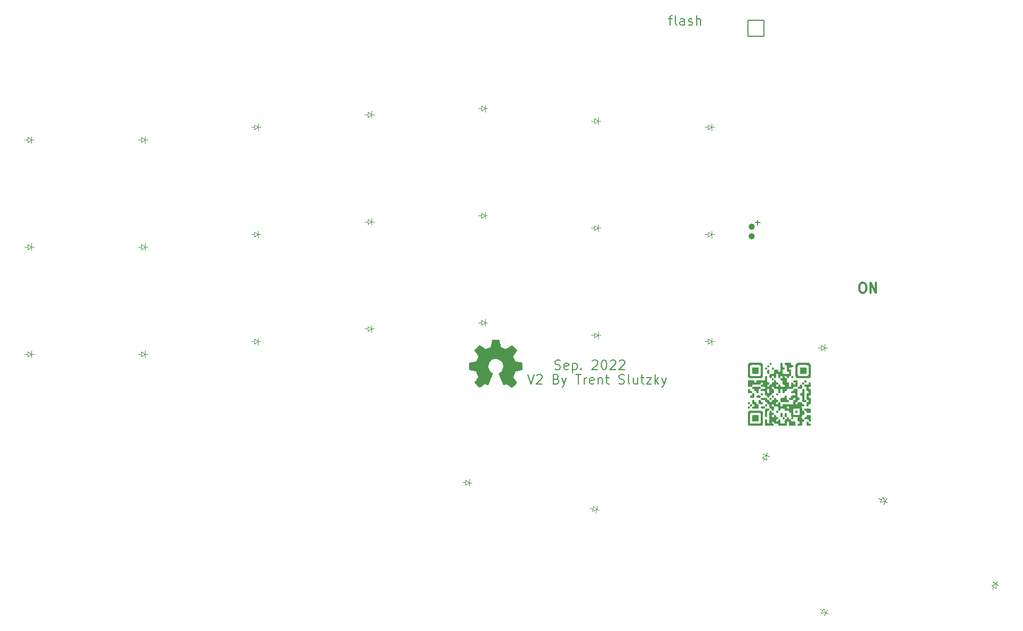
<source format=gbr>
%TF.GenerationSoftware,KiCad,Pcbnew,6.0.7*%
%TF.CreationDate,2022-09-27T18:21:25-04:00*%
%TF.ProjectId,flutter_v2_wren,666c7574-7465-4725-9f76-325f7772656e,v1.0.0*%
%TF.SameCoordinates,Original*%
%TF.FileFunction,Legend,Top*%
%TF.FilePolarity,Positive*%
%FSLAX46Y46*%
G04 Gerber Fmt 4.6, Leading zero omitted, Abs format (unit mm)*
G04 Created by KiCad (PCBNEW 6.0.7) date 2022-09-27 18:21:25*
%MOMM*%
%LPD*%
G01*
G04 APERTURE LIST*
%ADD10C,0.200000*%
%ADD11C,0.150000*%
%ADD12C,0.300000*%
%ADD13C,0.100000*%
%ADD14C,1.000000*%
G04 APERTURE END LIST*
D10*
X89486160Y-9384468D02*
X89700446Y-9455897D01*
X90057589Y-9455897D01*
X90200446Y-9384468D01*
X90271875Y-9313040D01*
X90343303Y-9170183D01*
X90343303Y-9027326D01*
X90271875Y-8884468D01*
X90200446Y-8813040D01*
X90057589Y-8741611D01*
X89771875Y-8670183D01*
X89629017Y-8598754D01*
X89557589Y-8527326D01*
X89486160Y-8384468D01*
X89486160Y-8241611D01*
X89557589Y-8098754D01*
X89629017Y-8027326D01*
X89771875Y-7955897D01*
X90129017Y-7955897D01*
X90343303Y-8027326D01*
X91557589Y-9384468D02*
X91414732Y-9455897D01*
X91129017Y-9455897D01*
X90986160Y-9384468D01*
X90914732Y-9241611D01*
X90914732Y-8670183D01*
X90986160Y-8527326D01*
X91129017Y-8455897D01*
X91414732Y-8455897D01*
X91557589Y-8527326D01*
X91629017Y-8670183D01*
X91629017Y-8813040D01*
X90914732Y-8955897D01*
X92271875Y-8455897D02*
X92271875Y-9955897D01*
X92271875Y-8527326D02*
X92414732Y-8455897D01*
X92700446Y-8455897D01*
X92843303Y-8527326D01*
X92914732Y-8598754D01*
X92986160Y-8741611D01*
X92986160Y-9170183D01*
X92914732Y-9313040D01*
X92843303Y-9384468D01*
X92700446Y-9455897D01*
X92414732Y-9455897D01*
X92271875Y-9384468D01*
X93629017Y-9313040D02*
X93700446Y-9384468D01*
X93629017Y-9455897D01*
X93557589Y-9384468D01*
X93629017Y-9313040D01*
X93629017Y-9455897D01*
X95414732Y-8098754D02*
X95486160Y-8027326D01*
X95629017Y-7955897D01*
X95986160Y-7955897D01*
X96129017Y-8027326D01*
X96200446Y-8098754D01*
X96271875Y-8241611D01*
X96271875Y-8384468D01*
X96200446Y-8598754D01*
X95343303Y-9455897D01*
X96271875Y-9455897D01*
X97200446Y-7955897D02*
X97343303Y-7955897D01*
X97486160Y-8027326D01*
X97557589Y-8098754D01*
X97629017Y-8241611D01*
X97700446Y-8527326D01*
X97700446Y-8884468D01*
X97629017Y-9170183D01*
X97557589Y-9313040D01*
X97486160Y-9384468D01*
X97343303Y-9455897D01*
X97200446Y-9455897D01*
X97057589Y-9384468D01*
X96986160Y-9313040D01*
X96914732Y-9170183D01*
X96843303Y-8884468D01*
X96843303Y-8527326D01*
X96914732Y-8241611D01*
X96986160Y-8098754D01*
X97057589Y-8027326D01*
X97200446Y-7955897D01*
X98271875Y-8098754D02*
X98343303Y-8027326D01*
X98486160Y-7955897D01*
X98843303Y-7955897D01*
X98986160Y-8027326D01*
X99057589Y-8098754D01*
X99129017Y-8241611D01*
X99129017Y-8384468D01*
X99057589Y-8598754D01*
X98200446Y-9455897D01*
X99129017Y-9455897D01*
X99700446Y-8098754D02*
X99771875Y-8027326D01*
X99914732Y-7955897D01*
X100271875Y-7955897D01*
X100414732Y-8027326D01*
X100486160Y-8098754D01*
X100557589Y-8241611D01*
X100557589Y-8384468D01*
X100486160Y-8598754D01*
X99629017Y-9455897D01*
X100557589Y-9455897D01*
X85141946Y-10253035D02*
X85641946Y-11753035D01*
X86141946Y-10253035D01*
X86570518Y-10395892D02*
X86641946Y-10324464D01*
X86784803Y-10253035D01*
X87141946Y-10253035D01*
X87284803Y-10324464D01*
X87356232Y-10395892D01*
X87427661Y-10538749D01*
X87427661Y-10681606D01*
X87356232Y-10895892D01*
X86499089Y-11753035D01*
X87427661Y-11753035D01*
X89713375Y-10967321D02*
X89927661Y-11038749D01*
X89999089Y-11110178D01*
X90070518Y-11253035D01*
X90070518Y-11467321D01*
X89999089Y-11610178D01*
X89927661Y-11681606D01*
X89784803Y-11753035D01*
X89213375Y-11753035D01*
X89213375Y-10253035D01*
X89713375Y-10253035D01*
X89856232Y-10324464D01*
X89927661Y-10395892D01*
X89999089Y-10538749D01*
X89999089Y-10681606D01*
X89927661Y-10824464D01*
X89856232Y-10895892D01*
X89713375Y-10967321D01*
X89213375Y-10967321D01*
X90570518Y-10753035D02*
X90927661Y-11753035D01*
X91284803Y-10753035D02*
X90927661Y-11753035D01*
X90784803Y-12110178D01*
X90713375Y-12181606D01*
X90570518Y-12253035D01*
X92784803Y-10253035D02*
X93641946Y-10253035D01*
X93213375Y-11753035D02*
X93213375Y-10253035D01*
X94141946Y-11753035D02*
X94141946Y-10753035D01*
X94141946Y-11038749D02*
X94213375Y-10895892D01*
X94284803Y-10824464D01*
X94427661Y-10753035D01*
X94570518Y-10753035D01*
X95641946Y-11681606D02*
X95499089Y-11753035D01*
X95213375Y-11753035D01*
X95070518Y-11681606D01*
X94999089Y-11538749D01*
X94999089Y-10967321D01*
X95070518Y-10824464D01*
X95213375Y-10753035D01*
X95499089Y-10753035D01*
X95641946Y-10824464D01*
X95713375Y-10967321D01*
X95713375Y-11110178D01*
X94999089Y-11253035D01*
X96356232Y-10753035D02*
X96356232Y-11753035D01*
X96356232Y-10895892D02*
X96427661Y-10824464D01*
X96570518Y-10753035D01*
X96784803Y-10753035D01*
X96927661Y-10824464D01*
X96999089Y-10967321D01*
X96999089Y-11753035D01*
X97499089Y-10753035D02*
X98070518Y-10753035D01*
X97713375Y-10253035D02*
X97713375Y-11538749D01*
X97784803Y-11681606D01*
X97927661Y-11753035D01*
X98070518Y-11753035D01*
X99641946Y-11681606D02*
X99856232Y-11753035D01*
X100213375Y-11753035D01*
X100356232Y-11681606D01*
X100427661Y-11610178D01*
X100499089Y-11467321D01*
X100499089Y-11324464D01*
X100427661Y-11181606D01*
X100356232Y-11110178D01*
X100213375Y-11038749D01*
X99927661Y-10967321D01*
X99784803Y-10895892D01*
X99713375Y-10824464D01*
X99641946Y-10681606D01*
X99641946Y-10538749D01*
X99713375Y-10395892D01*
X99784803Y-10324464D01*
X99927661Y-10253035D01*
X100284803Y-10253035D01*
X100499089Y-10324464D01*
X101356232Y-11753035D02*
X101213375Y-11681606D01*
X101141946Y-11538749D01*
X101141946Y-10253035D01*
X102570518Y-10753035D02*
X102570518Y-11753035D01*
X101927661Y-10753035D02*
X101927661Y-11538749D01*
X101999089Y-11681606D01*
X102141946Y-11753035D01*
X102356232Y-11753035D01*
X102499089Y-11681606D01*
X102570518Y-11610178D01*
X103070518Y-10753035D02*
X103641946Y-10753035D01*
X103284803Y-10253035D02*
X103284803Y-11538749D01*
X103356232Y-11681606D01*
X103499089Y-11753035D01*
X103641946Y-11753035D01*
X103999089Y-10753035D02*
X104784803Y-10753035D01*
X103999089Y-11753035D01*
X104784803Y-11753035D01*
X105356232Y-11753035D02*
X105356232Y-10253035D01*
X105499089Y-11181606D02*
X105927661Y-11753035D01*
X105927661Y-10753035D02*
X105356232Y-11324464D01*
X106427660Y-10753035D02*
X106784803Y-11753035D01*
X107141946Y-10753035D02*
X106784803Y-11753035D01*
X106641946Y-12110178D01*
X106570518Y-12181606D01*
X106427660Y-12253035D01*
X107534803Y46246964D02*
X108106232Y46246964D01*
X107749089Y45246964D02*
X107749089Y46532678D01*
X107820518Y46675536D01*
X107963375Y46746964D01*
X108106232Y46746964D01*
X108820518Y45246964D02*
X108677661Y45318393D01*
X108606232Y45461250D01*
X108606232Y46746964D01*
X110034803Y45246964D02*
X110034803Y46032678D01*
X109963375Y46175536D01*
X109820518Y46246964D01*
X109534803Y46246964D01*
X109391946Y46175536D01*
X110034803Y45318393D02*
X109891946Y45246964D01*
X109534803Y45246964D01*
X109391946Y45318393D01*
X109320518Y45461250D01*
X109320518Y45604107D01*
X109391946Y45746964D01*
X109534803Y45818393D01*
X109891946Y45818393D01*
X110034803Y45889821D01*
X110677661Y45318393D02*
X110820518Y45246964D01*
X111106232Y45246964D01*
X111249089Y45318393D01*
X111320518Y45461250D01*
X111320518Y45532678D01*
X111249089Y45675536D01*
X111106232Y45746964D01*
X110891946Y45746964D01*
X110749089Y45818393D01*
X110677661Y45961250D01*
X110677661Y46032678D01*
X110749089Y46175536D01*
X110891946Y46246964D01*
X111106232Y46246964D01*
X111249089Y46175536D01*
X111963375Y45246964D02*
X111963375Y46746964D01*
X112606232Y45246964D02*
X112606232Y46032678D01*
X112534803Y46175536D01*
X112391946Y46246964D01*
X112177661Y46246964D01*
X112034803Y46175536D01*
X111963375Y46104107D01*
D11*
X121296708Y13854107D02*
X122058613Y13854107D01*
X121677661Y13473155D02*
X121677661Y14235059D01*
D12*
X138187184Y4301726D02*
X138491946Y4301726D01*
X138644327Y4225536D01*
X138796708Y4073155D01*
X138872899Y3768393D01*
X138872899Y3235059D01*
X138796708Y2930297D01*
X138644327Y2777916D01*
X138491946Y2701726D01*
X138187184Y2701726D01*
X138034803Y2777916D01*
X137882422Y2930297D01*
X137806232Y3235059D01*
X137806232Y3768393D01*
X137882422Y4073155D01*
X138034803Y4225536D01*
X138187184Y4301726D01*
X139558613Y2701726D02*
X139558613Y4301726D01*
X140472899Y2701726D01*
X140472899Y4301726D01*
D11*
%TO.C,*%
%TO.C,MCU1*%
%TO.C,*%
%TO.C,G\u002A\u002A\u002A*%
G36*
X120132586Y-16203939D02*
G01*
X120176253Y-16136035D01*
X120233785Y-16078616D01*
X120301152Y-16035469D01*
X120321825Y-16026218D01*
X120376015Y-16004238D01*
X121282454Y-16001568D01*
X121436681Y-16001124D01*
X121572476Y-16000770D01*
X121691109Y-16000531D01*
X121793854Y-16000427D01*
X121881981Y-16000483D01*
X121956764Y-16000720D01*
X122019475Y-16001161D01*
X122071384Y-16001829D01*
X122113765Y-16002746D01*
X122147890Y-16003934D01*
X122175030Y-16005418D01*
X122196458Y-16007218D01*
X122213445Y-16009357D01*
X122227264Y-16011859D01*
X122239187Y-16014746D01*
X122250486Y-16018040D01*
X122252935Y-16018797D01*
X122329647Y-16052181D01*
X122394845Y-16100465D01*
X122444641Y-16159460D01*
X122455314Y-16175515D01*
X122464753Y-16190326D01*
X122473029Y-16205141D01*
X122480214Y-16221211D01*
X122486382Y-16239785D01*
X122491604Y-16262113D01*
X122495952Y-16289445D01*
X122499499Y-16323030D01*
X122502316Y-16364119D01*
X122504477Y-16413960D01*
X122506052Y-16473805D01*
X122507115Y-16544902D01*
X122507737Y-16628501D01*
X122507991Y-16725852D01*
X122507949Y-16838205D01*
X122507683Y-16966810D01*
X122507265Y-17112916D01*
X122506889Y-17237026D01*
X122506422Y-17390973D01*
X122505981Y-17526460D01*
X122505535Y-17644732D01*
X122505052Y-17747036D01*
X122504502Y-17834615D01*
X122503854Y-17908717D01*
X122503075Y-17970586D01*
X122502135Y-18021467D01*
X122501003Y-18062606D01*
X122499648Y-18095249D01*
X122498037Y-18120640D01*
X122496141Y-18140025D01*
X122493928Y-18154650D01*
X122491367Y-18165759D01*
X122488426Y-18174599D01*
X122485075Y-18182414D01*
X122483111Y-18186589D01*
X122437380Y-18263731D01*
X122380935Y-18324561D01*
X122312977Y-18369795D01*
X122250571Y-18394989D01*
X122239712Y-18398108D01*
X122227599Y-18400848D01*
X122212963Y-18403233D01*
X122194534Y-18405286D01*
X122171043Y-18407029D01*
X122141219Y-18408487D01*
X122103794Y-18409683D01*
X122057498Y-18410639D01*
X122001061Y-18411380D01*
X121933214Y-18411928D01*
X121852687Y-18412307D01*
X121758210Y-18412540D01*
X121648514Y-18412651D01*
X121522330Y-18412662D01*
X121378387Y-18412597D01*
X121293892Y-18412539D01*
X121133535Y-18412369D01*
X120991799Y-18412097D01*
X120867599Y-18411707D01*
X120759850Y-18411184D01*
X120667469Y-18410512D01*
X120589371Y-18409676D01*
X120524470Y-18408659D01*
X120471684Y-18407446D01*
X120429927Y-18406021D01*
X120398114Y-18404368D01*
X120375163Y-18402472D01*
X120359987Y-18400317D01*
X120354201Y-18398905D01*
X120276942Y-18364723D01*
X120210079Y-18314464D01*
X120155574Y-18249856D01*
X120126105Y-18197624D01*
X120100142Y-18142252D01*
X120100142Y-17606192D01*
X120441085Y-17606192D01*
X120441305Y-17672792D01*
X120441805Y-17727219D01*
X120442622Y-17770980D01*
X120443794Y-17805581D01*
X120445359Y-17832528D01*
X120447354Y-17853327D01*
X120449816Y-17869486D01*
X120452783Y-17882511D01*
X120456292Y-17893907D01*
X120460085Y-17904391D01*
X120488994Y-17959281D01*
X120525123Y-17998493D01*
X120539918Y-18011605D01*
X120553367Y-18022923D01*
X120566963Y-18032581D01*
X120582201Y-18040711D01*
X120600576Y-18047448D01*
X120623583Y-18052925D01*
X120652715Y-18057276D01*
X120689467Y-18060634D01*
X120735333Y-18063133D01*
X120791808Y-18064906D01*
X120860387Y-18066087D01*
X120942564Y-18066810D01*
X121039833Y-18067208D01*
X121153689Y-18067415D01*
X121285626Y-18067565D01*
X121297941Y-18067580D01*
X121428167Y-18067697D01*
X121540183Y-18067690D01*
X121635485Y-18067524D01*
X121715568Y-18067167D01*
X121781927Y-18066584D01*
X121836058Y-18065742D01*
X121879456Y-18064606D01*
X121913616Y-18063144D01*
X121940034Y-18061321D01*
X121960205Y-18059105D01*
X121975624Y-18056460D01*
X121987786Y-18053354D01*
X121992202Y-18051931D01*
X122042251Y-18026162D01*
X122089078Y-17986575D01*
X122126956Y-17938899D01*
X122147835Y-17896298D01*
X122151167Y-17884928D01*
X122154022Y-17870844D01*
X122156436Y-17852541D01*
X122158444Y-17828511D01*
X122160083Y-17797249D01*
X122161390Y-17757248D01*
X122162399Y-17707001D01*
X122163148Y-17645004D01*
X122163672Y-17569748D01*
X122164008Y-17479729D01*
X122164191Y-17373439D01*
X122164258Y-17249373D01*
X122164261Y-17211214D01*
X122164264Y-17076070D01*
X122164177Y-16959152D01*
X122163853Y-16858983D01*
X122163148Y-16774085D01*
X122161916Y-16702978D01*
X122160012Y-16644185D01*
X122157290Y-16596227D01*
X122153606Y-16557627D01*
X122148814Y-16526905D01*
X122142768Y-16502584D01*
X122135324Y-16483185D01*
X122126336Y-16467230D01*
X122115659Y-16453241D01*
X122103146Y-16439739D01*
X122088654Y-16425246D01*
X122086816Y-16423410D01*
X122071802Y-16408285D01*
X122058179Y-16395215D01*
X122044460Y-16384051D01*
X122029163Y-16374643D01*
X122010802Y-16366841D01*
X121987894Y-16360494D01*
X121958953Y-16355454D01*
X121922495Y-16351569D01*
X121877037Y-16348691D01*
X121821092Y-16346669D01*
X121753178Y-16345352D01*
X121671810Y-16344593D01*
X121575502Y-16344239D01*
X121462772Y-16344142D01*
X121332134Y-16344151D01*
X121302159Y-16344153D01*
X121168482Y-16344152D01*
X121053014Y-16344235D01*
X120954260Y-16344529D01*
X120870723Y-16345161D01*
X120800909Y-16346258D01*
X120743321Y-16347947D01*
X120696464Y-16350354D01*
X120658841Y-16353608D01*
X120628957Y-16357835D01*
X120605317Y-16363163D01*
X120586424Y-16369717D01*
X120570783Y-16377626D01*
X120556898Y-16387017D01*
X120543273Y-16398016D01*
X120529539Y-16409788D01*
X120500818Y-16438765D01*
X120475221Y-16471793D01*
X120466811Y-16485611D01*
X120444983Y-16526426D01*
X120442254Y-17187934D01*
X120441729Y-17318290D01*
X120441334Y-17430447D01*
X120441107Y-17525912D01*
X120441085Y-17606192D01*
X120100142Y-17606192D01*
X120100142Y-16269844D01*
X120132586Y-16203939D01*
G37*
G36*
X123773115Y-16004378D02*
G01*
X123819970Y-16020540D01*
X123853355Y-16049460D01*
X123874939Y-16092747D01*
X123886395Y-16152010D01*
X123887882Y-16169660D01*
X123895645Y-16231983D01*
X123910997Y-16277792D01*
X123936469Y-16309616D01*
X123974591Y-16329988D01*
X124027893Y-16341436D01*
X124062959Y-16344737D01*
X124126750Y-16354097D01*
X124174207Y-16373397D01*
X124206786Y-16404108D01*
X124225944Y-16447698D01*
X124233138Y-16505638D01*
X124233276Y-16516573D01*
X124227899Y-16576999D01*
X124210796Y-16622834D01*
X124180510Y-16655549D01*
X124135585Y-16676613D01*
X124074562Y-16687498D01*
X124062959Y-16688410D01*
X123998412Y-16697208D01*
X123950497Y-16714860D01*
X123917472Y-16743091D01*
X123897596Y-16783628D01*
X123889130Y-16838198D01*
X123888540Y-16861414D01*
X123894566Y-16924321D01*
X123913165Y-16972221D01*
X123945116Y-17005893D01*
X123991198Y-17026116D01*
X124052190Y-17033669D01*
X124060887Y-17033761D01*
X124123782Y-17027736D01*
X124171678Y-17009137D01*
X124205357Y-16977181D01*
X124225605Y-16931082D01*
X124233207Y-16870058D01*
X124233307Y-16861414D01*
X124239600Y-16798301D01*
X124258687Y-16750065D01*
X124291108Y-16716148D01*
X124337403Y-16695997D01*
X124398110Y-16689056D01*
X124400801Y-16689046D01*
X124462797Y-16694060D01*
X124509652Y-16710222D01*
X124543036Y-16739142D01*
X124564621Y-16782429D01*
X124576077Y-16841692D01*
X124577564Y-16859342D01*
X124585327Y-16921665D01*
X124600679Y-16967474D01*
X124626151Y-16999298D01*
X124664273Y-17019670D01*
X124717575Y-17031118D01*
X124752641Y-17034418D01*
X124816432Y-17043779D01*
X124863889Y-17063079D01*
X124896468Y-17093790D01*
X124915626Y-17137380D01*
X124922820Y-17195320D01*
X124922958Y-17206255D01*
X124917581Y-17266680D01*
X124900478Y-17312516D01*
X124870192Y-17345231D01*
X124825267Y-17366295D01*
X124764244Y-17377180D01*
X124752641Y-17378092D01*
X124688094Y-17386890D01*
X124640179Y-17404542D01*
X124607154Y-17432773D01*
X124587278Y-17473310D01*
X124578812Y-17527880D01*
X124578222Y-17551096D01*
X124584248Y-17614003D01*
X124602847Y-17661903D01*
X124634798Y-17695575D01*
X124680880Y-17715798D01*
X124741872Y-17723351D01*
X124750568Y-17723443D01*
X124813464Y-17717418D01*
X124861360Y-17698819D01*
X124895039Y-17666863D01*
X124915287Y-17620764D01*
X124922889Y-17559740D01*
X124922989Y-17551096D01*
X124927784Y-17493135D01*
X124943196Y-17449011D01*
X124970974Y-17414963D01*
X124994330Y-17397790D01*
X125027950Y-17385151D01*
X125072551Y-17379365D01*
X125121011Y-17380219D01*
X125166206Y-17387503D01*
X125201015Y-17401006D01*
X125205586Y-17404050D01*
X125223877Y-17418602D01*
X125238198Y-17433952D01*
X125249031Y-17452614D01*
X125256860Y-17477104D01*
X125262167Y-17509936D01*
X125265435Y-17553625D01*
X125267147Y-17610686D01*
X125267784Y-17683632D01*
X125267851Y-17728443D01*
X125267974Y-17803429D01*
X125268433Y-17861366D01*
X125269424Y-17904911D01*
X125271140Y-17936718D01*
X125273776Y-17959444D01*
X125277525Y-17975745D01*
X125282582Y-17988276D01*
X125287482Y-17997016D01*
X125310170Y-18024871D01*
X125338084Y-18048031D01*
X125339171Y-18048705D01*
X125350486Y-18054841D01*
X125363502Y-18059548D01*
X125380840Y-18063013D01*
X125405123Y-18065424D01*
X125438971Y-18066969D01*
X125485007Y-18067835D01*
X125545851Y-18068210D01*
X125612671Y-18068284D01*
X125688488Y-18068182D01*
X125747221Y-18067753D01*
X125791493Y-18066807D01*
X125823925Y-18065159D01*
X125847138Y-18062619D01*
X125863754Y-18059000D01*
X125876394Y-18054115D01*
X125886171Y-18048705D01*
X125914026Y-18026018D01*
X125937186Y-17998104D01*
X125937860Y-17997016D01*
X125943996Y-17985696D01*
X125948705Y-17972667D01*
X125952174Y-17955307D01*
X125954591Y-17930995D01*
X125956145Y-17897109D01*
X125957025Y-17851028D01*
X125957419Y-17790129D01*
X125957512Y-17723516D01*
X125957637Y-17647695D01*
X125958085Y-17588956D01*
X125959045Y-17544680D01*
X125960705Y-17512243D01*
X125963254Y-17489026D01*
X125966880Y-17472406D01*
X125971770Y-17459762D01*
X125977164Y-17450017D01*
X126006413Y-17414053D01*
X126043897Y-17391402D01*
X126093199Y-17380391D01*
X126129932Y-17378676D01*
X126192856Y-17372587D01*
X126240760Y-17353946D01*
X126274434Y-17321963D01*
X126294669Y-17275847D01*
X126302255Y-17214809D01*
X126302353Y-17206255D01*
X126308646Y-17143142D01*
X126327733Y-17094905D01*
X126360154Y-17060989D01*
X126406448Y-17040838D01*
X126467155Y-17033897D01*
X126469847Y-17033887D01*
X126531843Y-17038901D01*
X126578698Y-17055063D01*
X126612082Y-17083983D01*
X126633667Y-17127270D01*
X126645123Y-17186533D01*
X126646610Y-17204183D01*
X126654373Y-17266506D01*
X126669725Y-17312315D01*
X126695197Y-17344139D01*
X126733319Y-17364511D01*
X126786621Y-17375959D01*
X126821686Y-17379259D01*
X126885219Y-17388423D01*
X126932375Y-17407295D01*
X126964769Y-17437553D01*
X126984018Y-17480873D01*
X126991738Y-17538933D01*
X126992056Y-17556022D01*
X126997725Y-17614056D01*
X127015606Y-17658624D01*
X127047176Y-17692787D01*
X127063376Y-17703864D01*
X127074815Y-17710059D01*
X127087981Y-17714797D01*
X127105530Y-17718271D01*
X127130118Y-17720677D01*
X127164400Y-17722208D01*
X127211033Y-17723059D01*
X127272673Y-17723424D01*
X127331949Y-17723495D01*
X127414101Y-17723766D01*
X127479066Y-17724861D01*
X127529359Y-17727263D01*
X127567494Y-17731455D01*
X127595988Y-17737921D01*
X127617355Y-17747143D01*
X127634111Y-17759605D01*
X127648770Y-17775789D01*
X127656385Y-17785818D01*
X127662602Y-17795213D01*
X127667412Y-17806025D01*
X127670993Y-17820748D01*
X127673527Y-17841876D01*
X127675193Y-17871901D01*
X127676171Y-17913317D01*
X127676641Y-17968618D01*
X127676784Y-18040296D01*
X127676790Y-18068357D01*
X127677214Y-18144916D01*
X127677441Y-18209280D01*
X127675910Y-18262500D01*
X127671057Y-18305628D01*
X127661320Y-18339717D01*
X127645134Y-18365819D01*
X127620937Y-18384985D01*
X127587166Y-18398268D01*
X127542257Y-18406719D01*
X127484648Y-18411391D01*
X127412775Y-18413336D01*
X127325075Y-18413605D01*
X127219986Y-18413250D01*
X127164455Y-18413168D01*
X127058742Y-18413128D01*
X126970881Y-18412840D01*
X126899017Y-18412050D01*
X126841297Y-18410501D01*
X126795867Y-18407941D01*
X126760874Y-18404115D01*
X126734463Y-18398768D01*
X126714780Y-18391645D01*
X126699973Y-18382493D01*
X126688187Y-18371057D01*
X126677568Y-18357082D01*
X126669559Y-18345236D01*
X126662607Y-18334151D01*
X126657267Y-18322585D01*
X126653327Y-18307915D01*
X126650574Y-18287518D01*
X126648794Y-18258770D01*
X126647775Y-18219049D01*
X126647303Y-18165731D01*
X126647165Y-18096193D01*
X126647157Y-18069364D01*
X126647045Y-17993375D01*
X126646609Y-17934476D01*
X126645663Y-17890053D01*
X126644020Y-17857491D01*
X126641494Y-17834175D01*
X126637896Y-17817490D01*
X126633042Y-17804823D01*
X126627542Y-17794858D01*
X126598302Y-17758892D01*
X126560857Y-17736257D01*
X126511617Y-17725278D01*
X126474773Y-17723590D01*
X126416416Y-17728414D01*
X126372054Y-17743896D01*
X126338230Y-17771547D01*
X126325056Y-17789075D01*
X126319511Y-17799458D01*
X126315110Y-17813398D01*
X126311655Y-17833354D01*
X126308946Y-17861783D01*
X126306785Y-17901142D01*
X126304972Y-17953889D01*
X126303310Y-18022481D01*
X126302353Y-18069653D01*
X126300753Y-18147362D01*
X126299192Y-18207867D01*
X126297444Y-18253667D01*
X126295284Y-18287260D01*
X126292487Y-18311145D01*
X126288828Y-18327822D01*
X126284082Y-18339789D01*
X126278024Y-18349545D01*
X126277021Y-18350928D01*
X126267769Y-18363559D01*
X126258959Y-18374355D01*
X126249056Y-18383461D01*
X126236523Y-18391019D01*
X126219825Y-18397174D01*
X126197427Y-18402070D01*
X126167793Y-18405851D01*
X126129388Y-18408660D01*
X126080675Y-18410641D01*
X126020120Y-18411939D01*
X125946186Y-18412696D01*
X125857338Y-18413058D01*
X125752041Y-18413167D01*
X125628758Y-18413168D01*
X125612671Y-18413168D01*
X125486769Y-18413175D01*
X125379042Y-18413094D01*
X125287964Y-18412767D01*
X125212003Y-18412041D01*
X125149632Y-18410758D01*
X125099321Y-18408764D01*
X125059541Y-18405903D01*
X125028764Y-18402019D01*
X125005461Y-18396957D01*
X124988102Y-18390560D01*
X124975159Y-18382674D01*
X124965102Y-18373142D01*
X124956404Y-18361809D01*
X124947534Y-18348520D01*
X124945354Y-18345236D01*
X124932567Y-18321610D01*
X124925651Y-18294656D01*
X124923096Y-18257399D01*
X124922952Y-18241784D01*
X124918309Y-18183676D01*
X124903317Y-18139614D01*
X124876281Y-18105938D01*
X124851648Y-18088009D01*
X124840209Y-18081815D01*
X124827043Y-18077077D01*
X124809494Y-18073603D01*
X124784906Y-18071197D01*
X124750623Y-18069666D01*
X124703991Y-18068815D01*
X124642351Y-18068450D01*
X124583074Y-18068379D01*
X124500493Y-18068106D01*
X124435121Y-18066981D01*
X124384467Y-18064487D01*
X124346036Y-18060107D01*
X124317338Y-18053323D01*
X124295878Y-18043618D01*
X124279164Y-18030473D01*
X124264704Y-18013371D01*
X124255672Y-18000395D01*
X124242885Y-17976769D01*
X124235969Y-17949815D01*
X124233414Y-17912558D01*
X124233270Y-17896943D01*
X124227298Y-17833742D01*
X124208907Y-17785646D01*
X124177276Y-17751827D01*
X124131581Y-17731459D01*
X124071000Y-17723714D01*
X124060887Y-17723590D01*
X123997979Y-17729617D01*
X123950080Y-17748216D01*
X123916408Y-17780167D01*
X123896185Y-17826248D01*
X123888632Y-17887240D01*
X123888540Y-17895937D01*
X123893353Y-17955936D01*
X123908955Y-18001286D01*
X123937084Y-18033713D01*
X123979482Y-18054945D01*
X124037890Y-18066707D01*
X124062959Y-18068941D01*
X124118058Y-18075277D01*
X124158063Y-18087133D01*
X124187306Y-18106735D01*
X124210119Y-18136311D01*
X124216577Y-18147879D01*
X124228011Y-18183663D01*
X124232500Y-18229109D01*
X124230353Y-18277043D01*
X124221880Y-18320292D01*
X124207809Y-18351120D01*
X124198594Y-18363712D01*
X124189807Y-18374474D01*
X124179914Y-18383551D01*
X124167380Y-18391086D01*
X124150668Y-18397223D01*
X124128245Y-18402103D01*
X124098574Y-18405872D01*
X124060120Y-18408673D01*
X124011349Y-18410648D01*
X123950725Y-18411942D01*
X123876712Y-18412697D01*
X123787776Y-18413058D01*
X123682381Y-18413167D01*
X123558993Y-18413168D01*
X123543625Y-18413168D01*
X123421784Y-18413131D01*
X123318080Y-18412993D01*
X123230945Y-18412707D01*
X123158810Y-18412231D01*
X123100108Y-18411519D01*
X123053269Y-18410529D01*
X123016727Y-18409214D01*
X122988912Y-18407532D01*
X122968256Y-18405438D01*
X122953192Y-18402888D01*
X122942150Y-18399837D01*
X122933563Y-18396241D01*
X122932960Y-18395941D01*
X122904065Y-18375611D01*
X122878705Y-18348655D01*
X122876308Y-18345236D01*
X122853943Y-18311758D01*
X122853980Y-17896943D01*
X122854025Y-17795425D01*
X122854197Y-17711719D01*
X122854579Y-17643932D01*
X122855253Y-17590170D01*
X122856302Y-17548540D01*
X122857811Y-17517148D01*
X122859861Y-17494103D01*
X122862536Y-17477509D01*
X122865920Y-17465475D01*
X122870095Y-17456106D01*
X122873595Y-17450017D01*
X122900828Y-17414978D01*
X122933894Y-17392945D01*
X122976923Y-17382124D01*
X123033088Y-17380680D01*
X123087735Y-17386129D01*
X123127610Y-17398917D01*
X123156973Y-17421267D01*
X123180082Y-17455403D01*
X123181527Y-17458197D01*
X123187058Y-17471214D01*
X123191287Y-17487553D01*
X123194381Y-17509856D01*
X123196511Y-17540765D01*
X123197844Y-17582919D01*
X123198549Y-17638961D01*
X123198796Y-17711531D01*
X123198806Y-17728443D01*
X123198928Y-17803429D01*
X123199388Y-17861366D01*
X123200378Y-17904911D01*
X123202094Y-17936718D01*
X123204730Y-17959444D01*
X123208479Y-17975745D01*
X123213536Y-17988276D01*
X123218436Y-17997016D01*
X123247676Y-18032982D01*
X123285121Y-18055617D01*
X123334360Y-18066595D01*
X123371205Y-18068284D01*
X123429278Y-18063517D01*
X123473396Y-18048103D01*
X123507147Y-18020365D01*
X123523973Y-17997016D01*
X123527260Y-17991215D01*
X123530158Y-17984453D01*
X123532690Y-17975520D01*
X123534881Y-17963205D01*
X123536757Y-17946295D01*
X123538342Y-17923580D01*
X123539661Y-17893849D01*
X123540737Y-17855891D01*
X123541597Y-17808493D01*
X123542265Y-17750446D01*
X123542765Y-17680538D01*
X123543122Y-17597558D01*
X123543361Y-17500294D01*
X123543507Y-17387535D01*
X123543584Y-17258070D01*
X123543618Y-17110689D01*
X123543625Y-17033835D01*
X123543646Y-16877493D01*
X123543699Y-16739645D01*
X123543809Y-16619079D01*
X123544001Y-16514586D01*
X123544299Y-16424953D01*
X123544728Y-16348969D01*
X123545313Y-16285423D01*
X123546078Y-16233104D01*
X123547048Y-16190800D01*
X123548248Y-16157301D01*
X123549703Y-16131396D01*
X123551437Y-16111872D01*
X123553475Y-16097519D01*
X123555842Y-16087126D01*
X123558563Y-16079481D01*
X123561661Y-16073373D01*
X123563277Y-16070653D01*
X123594229Y-16033392D01*
X123634389Y-16010398D01*
X123686820Y-16000195D01*
X123711119Y-15999364D01*
X123773115Y-16004378D01*
G37*
G36*
X126989060Y-16267142D02*
G01*
X126987030Y-16254779D01*
X126984236Y-16251110D01*
X126980556Y-16254298D01*
X126975867Y-16262509D01*
X126974777Y-16264631D01*
X126950920Y-16300598D01*
X126920381Y-16324022D01*
X126878935Y-16337185D01*
X126831430Y-16342035D01*
X126766436Y-16338955D01*
X126716157Y-16322924D01*
X126679996Y-16293393D01*
X126657357Y-16249814D01*
X126647642Y-16191638D01*
X126647157Y-16172738D01*
X126642513Y-16114630D01*
X126627522Y-16070568D01*
X126600485Y-16036892D01*
X126575852Y-16018964D01*
X126564414Y-16012769D01*
X126551247Y-16008032D01*
X126533698Y-16004557D01*
X126509111Y-16002151D01*
X126474828Y-16000620D01*
X126428195Y-15999769D01*
X126366556Y-15999404D01*
X126307279Y-15999333D01*
X126224698Y-15999060D01*
X126159326Y-15997935D01*
X126108671Y-15995442D01*
X126070241Y-15991062D01*
X126041542Y-15984278D01*
X126020083Y-15974572D01*
X126003369Y-15961427D01*
X125988909Y-15944325D01*
X125979877Y-15931350D01*
X125967090Y-15907723D01*
X125960174Y-15880770D01*
X125957619Y-15843512D01*
X125957475Y-15827897D01*
X125952832Y-15769789D01*
X125937840Y-15725727D01*
X125910804Y-15692051D01*
X125886171Y-15674123D01*
X125874856Y-15667987D01*
X125861840Y-15663280D01*
X125844501Y-15659815D01*
X125820219Y-15657404D01*
X125786370Y-15655859D01*
X125740335Y-15654993D01*
X125679491Y-15654618D01*
X125612671Y-15654544D01*
X125536757Y-15654651D01*
X125477934Y-15655095D01*
X125433590Y-15656058D01*
X125401110Y-15657726D01*
X125377883Y-15660282D01*
X125361293Y-15663910D01*
X125348730Y-15668793D01*
X125339797Y-15673742D01*
X125309249Y-15696877D01*
X125288535Y-15725148D01*
X125275582Y-15762992D01*
X125268314Y-15814849D01*
X125267246Y-15828963D01*
X125257886Y-15892755D01*
X125238585Y-15940212D01*
X125207875Y-15972791D01*
X125164285Y-15991949D01*
X125106344Y-15999143D01*
X125095409Y-15999281D01*
X125034006Y-15992592D01*
X124985813Y-15972086D01*
X124949375Y-15937103D01*
X124945354Y-15931350D01*
X124938402Y-15920264D01*
X124933062Y-15908698D01*
X124929123Y-15894028D01*
X124926369Y-15873631D01*
X124924589Y-15844883D01*
X124923570Y-15805162D01*
X124923098Y-15751845D01*
X124922960Y-15682307D01*
X124922952Y-15655477D01*
X124922840Y-15579488D01*
X124922404Y-15520589D01*
X124921583Y-15482050D01*
X126302426Y-15482050D01*
X126304492Y-15527996D01*
X126311514Y-15560986D01*
X126322005Y-15583129D01*
X126351244Y-15619095D01*
X126388690Y-15641730D01*
X126437929Y-15652709D01*
X126474773Y-15654397D01*
X126520719Y-15652332D01*
X126553710Y-15645310D01*
X126575852Y-15634819D01*
X126611818Y-15605579D01*
X126634453Y-15568134D01*
X126645432Y-15518894D01*
X126647120Y-15482050D01*
X126646456Y-15467271D01*
X126992918Y-15467271D01*
X126993986Y-15495955D01*
X126996303Y-15506342D01*
X127000264Y-15499821D01*
X127001240Y-15496765D01*
X127011239Y-15470252D01*
X127024745Y-15441144D01*
X127024767Y-15441102D01*
X127049983Y-15406304D01*
X127087168Y-15371285D01*
X127129491Y-15341741D01*
X127163326Y-15325563D01*
X127203866Y-15311185D01*
X127149676Y-15310444D01*
X127092092Y-15317621D01*
X127046507Y-15340064D01*
X127014143Y-15376553D01*
X126996220Y-15425866D01*
X126992918Y-15467271D01*
X126646456Y-15467271D01*
X126645055Y-15436104D01*
X126638033Y-15403114D01*
X126627542Y-15380971D01*
X126598302Y-15345005D01*
X126560857Y-15322370D01*
X126511617Y-15311392D01*
X126474773Y-15309703D01*
X126428827Y-15311769D01*
X126395837Y-15318791D01*
X126373694Y-15329282D01*
X126337729Y-15358521D01*
X126315093Y-15395967D01*
X126304115Y-15445206D01*
X126302426Y-15482050D01*
X124921583Y-15482050D01*
X124921458Y-15476166D01*
X124919815Y-15443604D01*
X124917289Y-15420288D01*
X124913692Y-15403604D01*
X124908837Y-15390936D01*
X124903337Y-15380971D01*
X124880649Y-15353116D01*
X124852735Y-15329956D01*
X124851648Y-15329282D01*
X124840209Y-15323087D01*
X124827043Y-15318350D01*
X124809494Y-15314875D01*
X124784906Y-15312469D01*
X124750623Y-15310938D01*
X124703991Y-15310087D01*
X124642351Y-15309723D01*
X124583074Y-15309651D01*
X124500493Y-15309378D01*
X124435121Y-15308253D01*
X124384467Y-15305760D01*
X124346036Y-15301380D01*
X124317338Y-15294596D01*
X124295878Y-15284890D01*
X124279164Y-15271745D01*
X124264704Y-15254643D01*
X124255672Y-15241668D01*
X124242885Y-15218041D01*
X124235969Y-15191088D01*
X124233414Y-15153831D01*
X124233270Y-15138215D01*
X124227298Y-15075014D01*
X124208907Y-15026918D01*
X124177276Y-14993100D01*
X124131581Y-14972732D01*
X124071000Y-14964987D01*
X124060887Y-14964862D01*
X123997979Y-14970889D01*
X123950080Y-14989488D01*
X123916408Y-15021439D01*
X123896185Y-15067521D01*
X123888632Y-15128512D01*
X123888540Y-15137209D01*
X123893353Y-15197208D01*
X123908955Y-15242558D01*
X123937084Y-15274986D01*
X123979482Y-15296217D01*
X124037890Y-15307979D01*
X124062959Y-15310214D01*
X124118214Y-15316588D01*
X124158289Y-15328509D01*
X124187422Y-15348162D01*
X124209849Y-15377731D01*
X124216050Y-15389151D01*
X124221636Y-15402310D01*
X124225891Y-15418820D01*
X124228988Y-15441358D01*
X124231101Y-15472602D01*
X124232404Y-15515226D01*
X124233071Y-15571909D01*
X124233275Y-15645326D01*
X124233276Y-15654471D01*
X124233008Y-15735885D01*
X124231873Y-15800142D01*
X124229378Y-15849784D01*
X124225028Y-15887356D01*
X124218329Y-15915401D01*
X124208787Y-15936462D01*
X124195907Y-15953085D01*
X124179196Y-15967811D01*
X124171228Y-15973814D01*
X124139446Y-15988168D01*
X124095955Y-15996486D01*
X124047898Y-15998461D01*
X124002420Y-15993786D01*
X123967483Y-15982581D01*
X123928464Y-15954813D01*
X123903356Y-15917709D01*
X123890688Y-15868394D01*
X123888429Y-15827897D01*
X123882254Y-15764509D01*
X123863414Y-15716083D01*
X123831324Y-15682013D01*
X123785399Y-15661693D01*
X123725052Y-15654518D01*
X123720972Y-15654492D01*
X123659618Y-15648754D01*
X123612101Y-15630918D01*
X123575906Y-15599879D01*
X123565990Y-15586509D01*
X123559038Y-15575423D01*
X123553699Y-15563857D01*
X123549759Y-15549187D01*
X123547005Y-15528790D01*
X123545225Y-15500043D01*
X123544206Y-15460321D01*
X123543734Y-15407004D01*
X123543597Y-15337466D01*
X123543588Y-15310636D01*
X123543476Y-15234647D01*
X123543040Y-15175749D01*
X123542094Y-15131325D01*
X123540452Y-15098763D01*
X123537925Y-15075447D01*
X123534328Y-15058763D01*
X123529473Y-15046095D01*
X123523973Y-15036130D01*
X123493016Y-14998869D01*
X123452835Y-14975867D01*
X123400374Y-14965649D01*
X123376131Y-14964810D01*
X123314777Y-14959072D01*
X123267260Y-14941236D01*
X123231065Y-14910197D01*
X123221149Y-14896827D01*
X123208362Y-14873200D01*
X123201447Y-14846247D01*
X123198891Y-14808990D01*
X123198747Y-14793374D01*
X123192572Y-14729986D01*
X123173733Y-14681560D01*
X123141642Y-14647490D01*
X123095717Y-14627170D01*
X123035370Y-14619995D01*
X123031290Y-14619969D01*
X122969936Y-14614231D01*
X122922419Y-14596395D01*
X122886224Y-14565356D01*
X122876308Y-14551986D01*
X122863521Y-14528359D01*
X122856606Y-14501406D01*
X122854050Y-14464149D01*
X122853906Y-14448533D01*
X122849263Y-14390426D01*
X122834271Y-14346363D01*
X122807235Y-14312687D01*
X122782602Y-14294759D01*
X122771163Y-14288564D01*
X122757997Y-14283827D01*
X122740448Y-14280352D01*
X122715860Y-14277946D01*
X122681578Y-14276415D01*
X122634945Y-14275564D01*
X122573305Y-14275200D01*
X122514029Y-14275128D01*
X122431447Y-14274855D01*
X122366076Y-14273730D01*
X122315421Y-14271237D01*
X122276991Y-14266857D01*
X122248292Y-14260073D01*
X122226832Y-14250367D01*
X122210118Y-14237222D01*
X122195658Y-14220120D01*
X122186626Y-14207145D01*
X122173859Y-14183582D01*
X122166963Y-14156757D01*
X122164432Y-14119691D01*
X122164298Y-14103692D01*
X122168942Y-14045585D01*
X122183933Y-14001522D01*
X122210970Y-13967846D01*
X122235603Y-13949918D01*
X122244288Y-13945097D01*
X122254299Y-13941139D01*
X122267543Y-13937959D01*
X122285930Y-13935470D01*
X122311369Y-13933590D01*
X122345769Y-13932232D01*
X122391040Y-13931313D01*
X122449089Y-13930747D01*
X122521827Y-13930449D01*
X122611162Y-13930334D01*
X122676596Y-13930318D01*
X122778155Y-13930374D01*
X122861912Y-13930605D01*
X122929769Y-13931083D01*
X122983628Y-13931883D01*
X123025392Y-13933079D01*
X123056964Y-13934744D01*
X123080246Y-13936953D01*
X123097141Y-13939780D01*
X123109551Y-13943298D01*
X123119263Y-13947523D01*
X123152319Y-13968739D01*
X123174788Y-13995360D01*
X123188853Y-14031620D01*
X123196700Y-14081758D01*
X123198200Y-14100614D01*
X123207186Y-14165431D01*
X123225253Y-14213644D01*
X123253946Y-14246861D01*
X123294814Y-14266687D01*
X123349402Y-14274727D01*
X123366278Y-14275085D01*
X123428302Y-14280165D01*
X123475166Y-14296368D01*
X123508545Y-14325310D01*
X123530118Y-14368607D01*
X123541561Y-14427876D01*
X123543041Y-14445455D01*
X123551840Y-14510002D01*
X123569492Y-14557917D01*
X123597723Y-14590942D01*
X123638260Y-14610818D01*
X123692829Y-14619284D01*
X123716046Y-14619874D01*
X123778941Y-14613849D01*
X123826837Y-14595250D01*
X123860516Y-14563294D01*
X123880764Y-14517196D01*
X123888366Y-14456171D01*
X123888466Y-14447527D01*
X123894554Y-14384604D01*
X123913195Y-14336700D01*
X123945179Y-14303026D01*
X123991294Y-14282791D01*
X124052333Y-14275205D01*
X124060887Y-14275107D01*
X124123810Y-14269018D01*
X124171714Y-14250378D01*
X124205388Y-14218394D01*
X124225623Y-14172279D01*
X124233209Y-14111240D01*
X124233307Y-14102686D01*
X124239600Y-14039574D01*
X124258687Y-13991337D01*
X124291108Y-13957420D01*
X124337403Y-13937269D01*
X124398110Y-13930329D01*
X124400801Y-13930318D01*
X124462797Y-13935332D01*
X124509652Y-13951494D01*
X124543036Y-13980414D01*
X124564621Y-14023701D01*
X124576077Y-14082965D01*
X124577564Y-14100614D01*
X124585327Y-14162937D01*
X124600679Y-14208746D01*
X124626151Y-14240571D01*
X124664273Y-14260942D01*
X124717575Y-14272390D01*
X124752641Y-14275691D01*
X124816432Y-14285051D01*
X124863889Y-14304352D01*
X124896468Y-14335062D01*
X124915626Y-14378652D01*
X124922820Y-14436592D01*
X124922958Y-14447527D01*
X124917581Y-14507953D01*
X124900478Y-14553788D01*
X124870192Y-14586503D01*
X124825267Y-14607568D01*
X124764244Y-14618452D01*
X124752641Y-14619364D01*
X124688094Y-14628163D01*
X124640179Y-14645814D01*
X124607154Y-14674045D01*
X124587278Y-14714583D01*
X124578812Y-14769152D01*
X124578222Y-14792368D01*
X124584248Y-14855275D01*
X124602847Y-14903175D01*
X124634798Y-14936847D01*
X124680880Y-14957070D01*
X124741872Y-14964623D01*
X124750568Y-14964715D01*
X124813464Y-14958690D01*
X124861360Y-14940091D01*
X124895039Y-14908135D01*
X124915287Y-14862037D01*
X124922889Y-14801012D01*
X124922989Y-14792368D01*
X124927784Y-14734407D01*
X124943196Y-14690283D01*
X124970974Y-14656235D01*
X124994330Y-14639062D01*
X125027950Y-14626424D01*
X125072551Y-14620637D01*
X125121011Y-14621491D01*
X125166206Y-14628775D01*
X125201015Y-14642278D01*
X125205586Y-14645323D01*
X125223877Y-14659874D01*
X125238198Y-14675224D01*
X125249031Y-14693887D01*
X125256860Y-14718376D01*
X125262167Y-14751208D01*
X125265435Y-14794897D01*
X125267147Y-14851958D01*
X125267784Y-14924905D01*
X125267851Y-14969715D01*
X125267974Y-15044701D01*
X125268433Y-15102639D01*
X125269424Y-15146183D01*
X125271140Y-15177990D01*
X125273776Y-15200716D01*
X125277525Y-15217017D01*
X125282582Y-15229548D01*
X125287482Y-15238288D01*
X125316721Y-15274254D01*
X125354167Y-15296889D01*
X125403406Y-15307868D01*
X125440250Y-15309556D01*
X125503146Y-15303531D01*
X125551041Y-15284932D01*
X125584721Y-15252976D01*
X125604969Y-15206878D01*
X125612571Y-15145853D01*
X125612671Y-15137209D01*
X125617502Y-15079100D01*
X125632970Y-15034957D01*
X125660748Y-15001198D01*
X125684012Y-14984441D01*
X125690425Y-14980822D01*
X125697876Y-14977678D01*
X125707718Y-14974976D01*
X125721304Y-14972683D01*
X125739985Y-14970764D01*
X125765114Y-14969186D01*
X125798043Y-14967916D01*
X125840125Y-14966919D01*
X125892711Y-14966163D01*
X125957154Y-14965613D01*
X126034806Y-14965236D01*
X126127019Y-14964998D01*
X126235146Y-14964867D01*
X126360539Y-14964807D01*
X126474773Y-14964789D01*
X126615026Y-14964763D01*
X126736926Y-14964692D01*
X126841825Y-14964542D01*
X126931076Y-14964280D01*
X127006031Y-14963872D01*
X127068042Y-14963284D01*
X127118461Y-14962483D01*
X127158641Y-14961435D01*
X127189933Y-14960107D01*
X127213691Y-14958465D01*
X127231266Y-14956475D01*
X127244011Y-14954104D01*
X127253278Y-14951319D01*
X127260419Y-14948085D01*
X127265534Y-14945137D01*
X127293390Y-14922449D01*
X127316549Y-14894535D01*
X127317224Y-14893447D01*
X127323360Y-14882128D01*
X127328069Y-14869099D01*
X127331537Y-14851739D01*
X127333955Y-14827426D01*
X127335509Y-14793540D01*
X127336389Y-14747459D01*
X127336782Y-14686561D01*
X127336876Y-14619948D01*
X127337001Y-14544126D01*
X127337449Y-14485388D01*
X127338409Y-14441111D01*
X127340069Y-14408675D01*
X127342618Y-14385457D01*
X127346244Y-14368837D01*
X127351134Y-14356193D01*
X127356528Y-14346448D01*
X127385777Y-14310484D01*
X127423261Y-14287833D01*
X127472563Y-14276822D01*
X127509296Y-14275107D01*
X127572226Y-14269018D01*
X127620132Y-14250380D01*
X127653799Y-14218409D01*
X127674011Y-14172318D01*
X127681552Y-14111325D01*
X127681643Y-14102686D01*
X127675616Y-14039779D01*
X127657017Y-13991879D01*
X127625066Y-13958208D01*
X127578985Y-13937985D01*
X127517993Y-13930432D01*
X127509296Y-13930340D01*
X127449297Y-13935153D01*
X127403947Y-13950755D01*
X127371520Y-13978884D01*
X127350288Y-14021282D01*
X127338526Y-14079690D01*
X127336292Y-14104758D01*
X127329918Y-14160014D01*
X127317996Y-14200089D01*
X127298343Y-14229222D01*
X127268775Y-14251648D01*
X127257355Y-14257849D01*
X127244196Y-14263436D01*
X127227686Y-14267691D01*
X127205147Y-14270788D01*
X127173904Y-14272901D01*
X127131279Y-14274204D01*
X127074597Y-14274871D01*
X127001180Y-14275075D01*
X126992035Y-14275076D01*
X126910199Y-14274806D01*
X126845544Y-14273642D01*
X126795546Y-14271052D01*
X126757683Y-14266505D01*
X126729434Y-14259471D01*
X126708275Y-14249416D01*
X126691686Y-14235811D01*
X126677144Y-14218124D01*
X126669559Y-14207145D01*
X126656792Y-14183582D01*
X126649895Y-14156757D01*
X126647364Y-14119691D01*
X126647231Y-14103692D01*
X126653203Y-14040498D01*
X126671596Y-13992404D01*
X126703238Y-13958578D01*
X126748958Y-13938187D01*
X126809583Y-13930399D01*
X126819614Y-13930266D01*
X126882538Y-13924178D01*
X126930442Y-13905537D01*
X126964116Y-13873553D01*
X126984351Y-13827438D01*
X126991937Y-13766399D01*
X126992035Y-13757845D01*
X126996866Y-13699736D01*
X127012334Y-13655594D01*
X127040112Y-13621834D01*
X127063376Y-13605077D01*
X127074696Y-13598940D01*
X127087725Y-13594232D01*
X127105085Y-13590763D01*
X127129397Y-13588346D01*
X127163283Y-13586791D01*
X127209365Y-13585912D01*
X127270263Y-13585518D01*
X127336876Y-13585425D01*
X127412697Y-13585300D01*
X127471436Y-13584852D01*
X127515712Y-13583892D01*
X127548149Y-13582231D01*
X127571366Y-13579683D01*
X127587986Y-13576057D01*
X127600630Y-13571166D01*
X127610375Y-13565773D01*
X127646341Y-13536533D01*
X127668976Y-13499088D01*
X127679955Y-13449849D01*
X127681643Y-13413004D01*
X127676877Y-13354931D01*
X127661462Y-13310813D01*
X127633724Y-13277062D01*
X127610375Y-13260236D01*
X127598936Y-13254041D01*
X127585770Y-13249304D01*
X127568221Y-13245829D01*
X127543634Y-13243423D01*
X127509351Y-13241892D01*
X127462718Y-13241041D01*
X127401079Y-13240677D01*
X127341802Y-13240605D01*
X127259221Y-13240332D01*
X127193849Y-13239207D01*
X127143194Y-13236714D01*
X127104764Y-13232334D01*
X127076065Y-13225550D01*
X127054605Y-13215844D01*
X127037892Y-13202699D01*
X127023432Y-13185597D01*
X127014399Y-13172622D01*
X127001632Y-13149059D01*
X126994736Y-13122234D01*
X126992205Y-13085168D01*
X126992072Y-13069170D01*
X126998044Y-13005975D01*
X127016437Y-12957881D01*
X127048079Y-12924055D01*
X127093799Y-12903665D01*
X127154424Y-12895876D01*
X127164455Y-12895743D01*
X127227379Y-12889655D01*
X127275282Y-12871014D01*
X127308957Y-12839031D01*
X127329192Y-12792915D01*
X127336778Y-12731876D01*
X127336876Y-12723323D01*
X127341689Y-12665286D01*
X127357130Y-12621152D01*
X127384909Y-12587250D01*
X127408217Y-12570288D01*
X127419143Y-12564174D01*
X127431342Y-12559504D01*
X127447391Y-12556121D01*
X127469866Y-12553869D01*
X127501344Y-12552588D01*
X127544403Y-12552121D01*
X127601620Y-12552310D01*
X127675572Y-12552998D01*
X127688408Y-12553136D01*
X127765118Y-12554055D01*
X127824656Y-12555082D01*
X127869556Y-12556430D01*
X127902351Y-12558312D01*
X127925575Y-12560938D01*
X127941760Y-12564522D01*
X127953440Y-12569275D01*
X127963148Y-12575410D01*
X127964280Y-12576234D01*
X127976866Y-12585444D01*
X127987630Y-12594205D01*
X127996716Y-12604047D01*
X128004266Y-12616498D01*
X128010422Y-12633087D01*
X128015327Y-12655341D01*
X128019122Y-12684790D01*
X128021950Y-12722962D01*
X128023953Y-12771385D01*
X128025274Y-12831589D01*
X128026054Y-12905101D01*
X128026437Y-12993450D01*
X128026564Y-13098165D01*
X128026578Y-13220774D01*
X128026579Y-13245510D01*
X128026612Y-13367254D01*
X128026719Y-13470856D01*
X128026951Y-13557877D01*
X128027355Y-13629882D01*
X128027981Y-13688432D01*
X128028878Y-13735090D01*
X128030095Y-13771418D01*
X128031682Y-13798981D01*
X128033687Y-13819339D01*
X128036159Y-13834057D01*
X128039148Y-13844695D01*
X128042702Y-13852818D01*
X128045829Y-13858299D01*
X128068964Y-13888847D01*
X128097235Y-13909560D01*
X128135079Y-13922514D01*
X128186936Y-13929782D01*
X128201050Y-13930850D01*
X128264842Y-13940210D01*
X128312299Y-13959511D01*
X128344878Y-13990221D01*
X128364036Y-14033811D01*
X128371230Y-14091752D01*
X128371368Y-14102686D01*
X128365991Y-14163112D01*
X128348888Y-14208947D01*
X128318602Y-14241662D01*
X128273676Y-14262727D01*
X128212654Y-14273611D01*
X128201050Y-14274523D01*
X128136234Y-14283509D01*
X128088020Y-14301576D01*
X128054803Y-14330269D01*
X128034978Y-14371136D01*
X128026938Y-14425724D01*
X128026579Y-14442601D01*
X128021499Y-14504625D01*
X128005297Y-14551489D01*
X127976355Y-14584868D01*
X127933057Y-14606441D01*
X127873788Y-14617884D01*
X127856209Y-14619364D01*
X127791663Y-14628163D01*
X127743747Y-14645814D01*
X127710722Y-14674045D01*
X127690847Y-14714583D01*
X127682380Y-14769152D01*
X127681790Y-14792368D01*
X127687817Y-14855275D01*
X127706416Y-14903175D01*
X127738367Y-14936847D01*
X127784449Y-14957070D01*
X127845440Y-14964623D01*
X127854137Y-14964715D01*
X127917033Y-14958690D01*
X127964928Y-14940091D01*
X127998608Y-14908135D01*
X128018856Y-14862037D01*
X128026458Y-14801012D01*
X128026558Y-14792368D01*
X128031389Y-14734259D01*
X128046857Y-14690116D01*
X128074635Y-14656357D01*
X128097899Y-14639600D01*
X128109336Y-14633406D01*
X128122496Y-14628669D01*
X128140036Y-14625196D01*
X128164611Y-14622793D01*
X128198877Y-14621265D01*
X128245490Y-14620420D01*
X128307106Y-14620064D01*
X128366472Y-14620000D01*
X128442693Y-14620151D01*
X128501851Y-14620730D01*
X128546589Y-14621907D01*
X128579549Y-14623849D01*
X128603372Y-14626724D01*
X128620700Y-14630701D01*
X128634175Y-14635948D01*
X128636718Y-14637205D01*
X128669775Y-14658421D01*
X128692243Y-14685041D01*
X128706309Y-14721302D01*
X128714155Y-14771440D01*
X128715656Y-14790296D01*
X128723418Y-14852619D01*
X128738771Y-14898428D01*
X128764242Y-14930253D01*
X128802364Y-14950624D01*
X128855667Y-14962072D01*
X128890732Y-14965373D01*
X128945832Y-14971708D01*
X128985836Y-14983564D01*
X129015079Y-15003167D01*
X129037893Y-15032743D01*
X129044350Y-15044310D01*
X129055784Y-15080094D01*
X129060273Y-15125540D01*
X129058127Y-15173474D01*
X129049653Y-15216723D01*
X129035582Y-15247551D01*
X129020580Y-15266244D01*
X129004563Y-15280780D01*
X128984926Y-15291688D01*
X128959064Y-15299498D01*
X128924373Y-15304738D01*
X128878246Y-15307938D01*
X128818078Y-15309626D01*
X128741264Y-15310331D01*
X128726092Y-15310392D01*
X128654926Y-15310700D01*
X128601566Y-15311163D01*
X128564112Y-15311955D01*
X128540665Y-15313248D01*
X128529326Y-15315217D01*
X128528195Y-15318035D01*
X128535372Y-15321877D01*
X128548218Y-15326653D01*
X128581964Y-15343842D01*
X128618954Y-15370804D01*
X128638613Y-15388706D01*
X128659107Y-15410201D01*
X128675649Y-15431027D01*
X128688661Y-15453532D01*
X128698563Y-15480061D01*
X128705777Y-15512961D01*
X128710724Y-15554578D01*
X128713825Y-15607258D01*
X128715502Y-15673348D01*
X128716176Y-15755193D01*
X128716276Y-15821290D01*
X128716313Y-16102764D01*
X128735892Y-16070653D01*
X128763125Y-16035614D01*
X128796191Y-16013581D01*
X128839219Y-16002760D01*
X128895384Y-16001317D01*
X128950031Y-16006765D01*
X128989906Y-16019553D01*
X129019269Y-16041903D01*
X129042378Y-16076039D01*
X129043823Y-16078833D01*
X129049410Y-16091992D01*
X129053665Y-16108502D01*
X129056762Y-16131040D01*
X129058875Y-16162284D01*
X129060178Y-16204908D01*
X129060844Y-16261591D01*
X129061048Y-16335008D01*
X129061050Y-16344153D01*
X129060886Y-16419559D01*
X129060278Y-16477939D01*
X129059053Y-16521969D01*
X129057037Y-16554325D01*
X129054056Y-16577684D01*
X129049936Y-16594722D01*
X129044503Y-16608116D01*
X129043823Y-16609472D01*
X129019966Y-16645439D01*
X128989427Y-16668863D01*
X128947981Y-16682026D01*
X128900476Y-16686876D01*
X128841167Y-16685000D01*
X128795615Y-16672413D01*
X128760165Y-16647626D01*
X128738604Y-16621032D01*
X128716240Y-16587554D01*
X128716240Y-16700560D01*
X128714705Y-16767472D01*
X128709858Y-16818465D01*
X128701335Y-16857105D01*
X128699813Y-16861775D01*
X128676539Y-16907867D01*
X128641103Y-16952081D01*
X128598857Y-16989005D01*
X128555154Y-17013226D01*
X128547517Y-17015827D01*
X128504409Y-17028908D01*
X128566636Y-17034858D01*
X128624497Y-17046711D01*
X128667436Y-17070456D01*
X128696389Y-17107197D01*
X128712295Y-17158042D01*
X128716261Y-17211181D01*
X128721461Y-17269646D01*
X128738022Y-17313981D01*
X128767552Y-17345735D01*
X128811655Y-17366454D01*
X128871937Y-17377684D01*
X128890732Y-17379259D01*
X128954524Y-17388620D01*
X129001981Y-17407920D01*
X129034560Y-17438631D01*
X129053718Y-17482221D01*
X129060912Y-17540161D01*
X129061050Y-17551096D01*
X129055673Y-17611521D01*
X129038570Y-17657357D01*
X129008284Y-17690072D01*
X128963358Y-17711136D01*
X128902336Y-17722021D01*
X128890732Y-17722933D01*
X128835088Y-17729210D01*
X128794464Y-17740628D01*
X128764433Y-17759128D01*
X128740572Y-17786650D01*
X128738545Y-17789683D01*
X128733107Y-17800058D01*
X128728781Y-17814342D01*
X128725374Y-17834975D01*
X128722691Y-17864395D01*
X128720538Y-17905042D01*
X128718720Y-17959354D01*
X128717044Y-18029771D01*
X128716240Y-18069653D01*
X128714640Y-18147362D01*
X128713079Y-18207867D01*
X128711331Y-18253667D01*
X128709171Y-18287260D01*
X128706374Y-18311145D01*
X128702715Y-18327822D01*
X128697969Y-18339789D01*
X128691911Y-18349545D01*
X128690908Y-18350928D01*
X128676176Y-18369387D01*
X128660607Y-18383802D01*
X128641656Y-18394669D01*
X128616778Y-18402483D01*
X128583426Y-18407740D01*
X128539055Y-18410936D01*
X128481119Y-18412568D01*
X128407073Y-18413131D01*
X128371399Y-18413168D01*
X128295950Y-18413003D01*
X128237522Y-18412391D01*
X128193433Y-18411160D01*
X128161000Y-18409135D01*
X128137543Y-18406142D01*
X128120377Y-18402008D01*
X128106822Y-18396558D01*
X128105575Y-18395941D01*
X128066654Y-18368733D01*
X128041539Y-18331816D01*
X128028844Y-18282483D01*
X128026594Y-18241784D01*
X128032566Y-18178589D01*
X128050960Y-18130496D01*
X128082602Y-18096670D01*
X128128322Y-18076279D01*
X128188947Y-18068490D01*
X128198978Y-18068357D01*
X128261908Y-18062269D01*
X128309814Y-18043631D01*
X128343481Y-18011659D01*
X128363693Y-17965569D01*
X128371234Y-17904575D01*
X128371325Y-17895937D01*
X128365095Y-17832851D01*
X128346046Y-17784622D01*
X128313642Y-17750697D01*
X128267347Y-17730524D01*
X128206623Y-17723550D01*
X128203904Y-17723538D01*
X128142550Y-17717800D01*
X128095033Y-17699963D01*
X128058839Y-17668925D01*
X128048922Y-17655554D01*
X128041971Y-17644472D01*
X128036633Y-17632915D01*
X128032696Y-17618259D01*
X128029947Y-17597882D01*
X128028175Y-17569161D01*
X128027167Y-17529472D01*
X128026711Y-17476193D01*
X128026595Y-17406699D01*
X128026594Y-17379682D01*
X128026707Y-17303693D01*
X128027142Y-17244794D01*
X128028088Y-17200371D01*
X128029731Y-17167809D01*
X128032258Y-17144493D01*
X128035855Y-17127808D01*
X128040710Y-17115141D01*
X128046210Y-17105176D01*
X128068897Y-17077321D01*
X128096811Y-17054161D01*
X128097899Y-17053487D01*
X128130010Y-17033908D01*
X127676790Y-17033887D01*
X127570729Y-17033906D01*
X127482831Y-17034017D01*
X127411551Y-17034282D01*
X127355347Y-17034766D01*
X127312677Y-17035531D01*
X127281996Y-17036640D01*
X127261763Y-17038158D01*
X127250433Y-17040147D01*
X127246464Y-17042671D01*
X127248313Y-17045792D01*
X127254437Y-17049575D01*
X127257355Y-17051092D01*
X127293322Y-17074949D01*
X127316745Y-17105488D01*
X127329908Y-17146934D01*
X127334758Y-17194439D01*
X127332165Y-17258574D01*
X127317353Y-17307647D01*
X127289346Y-17342782D01*
X127247166Y-17365101D01*
X127189835Y-17375728D01*
X127176271Y-17376558D01*
X127111271Y-17373478D01*
X127060989Y-17357449D01*
X127024835Y-17327927D01*
X127002216Y-17284369D01*
X126992541Y-17226232D01*
X126992072Y-17207261D01*
X126998697Y-17143510D01*
X127018565Y-17094330D01*
X127051778Y-17059608D01*
X127098438Y-17039232D01*
X127149676Y-17033094D01*
X127203866Y-17032279D01*
X127162723Y-17017701D01*
X127108124Y-16989053D01*
X127059836Y-16946314D01*
X127023331Y-16894836D01*
X127012328Y-16870578D01*
X127006478Y-16853735D01*
X127001868Y-16836388D01*
X126998353Y-16816030D01*
X126995785Y-16790153D01*
X126994019Y-16756249D01*
X126992906Y-16711812D01*
X126992300Y-16654333D01*
X126992055Y-16581306D01*
X126992019Y-16523593D01*
X126991979Y-16440234D01*
X126991784Y-16374744D01*
X126991315Y-16325290D01*
X126991048Y-16314458D01*
X127338159Y-16314458D01*
X127338268Y-16388952D01*
X127338660Y-16453635D01*
X127339321Y-16506183D01*
X127340235Y-16544267D01*
X127341386Y-16565562D01*
X127341712Y-16568009D01*
X127356667Y-16605640D01*
X127384438Y-16641953D01*
X127419051Y-16669689D01*
X127429987Y-16675301D01*
X127441557Y-16678711D01*
X127460373Y-16681463D01*
X127488115Y-16683600D01*
X127526462Y-16685165D01*
X127577094Y-16686199D01*
X127641688Y-16686746D01*
X127721926Y-16686847D01*
X127819485Y-16686546D01*
X127865742Y-16686311D01*
X127965901Y-16685726D01*
X128048250Y-16685116D01*
X128114684Y-16684384D01*
X128167098Y-16683431D01*
X128207387Y-16682158D01*
X128237446Y-16680466D01*
X128259169Y-16678257D01*
X128274453Y-16675432D01*
X128285192Y-16671891D01*
X128293281Y-16667537D01*
X128298648Y-16663753D01*
X128324944Y-16640287D01*
X128346158Y-16616231D01*
X128351106Y-16609033D01*
X128355177Y-16600697D01*
X128358458Y-16589359D01*
X128361033Y-16573153D01*
X128362989Y-16550214D01*
X128364409Y-16518677D01*
X128365380Y-16476676D01*
X128365987Y-16422348D01*
X128366314Y-16353826D01*
X128366447Y-16269246D01*
X128366472Y-16171732D01*
X128366444Y-16070069D01*
X128366304Y-15986247D01*
X128365966Y-15918399D01*
X128365345Y-15864662D01*
X128364356Y-15823169D01*
X128362913Y-15792056D01*
X128360932Y-15769457D01*
X128358327Y-15753508D01*
X128355012Y-15742344D01*
X128350904Y-15734099D01*
X128346158Y-15727233D01*
X128322691Y-15700927D01*
X128298636Y-15679711D01*
X128291438Y-15674764D01*
X128283102Y-15670692D01*
X128271764Y-15667412D01*
X128255558Y-15664836D01*
X128232619Y-15662881D01*
X128201082Y-15661460D01*
X128159081Y-15660489D01*
X128104753Y-15659883D01*
X128036231Y-15659555D01*
X127951651Y-15659422D01*
X127854137Y-15659397D01*
X127752474Y-15659425D01*
X127668652Y-15659565D01*
X127600804Y-15659903D01*
X127547067Y-15660524D01*
X127505574Y-15661513D01*
X127474461Y-15662956D01*
X127451862Y-15664937D01*
X127435913Y-15667543D01*
X127424749Y-15670857D01*
X127416504Y-15674966D01*
X127409638Y-15679711D01*
X127383333Y-15703173D01*
X127362116Y-15727220D01*
X127357012Y-15734726D01*
X127352821Y-15743546D01*
X127349435Y-15755616D01*
X127346748Y-15772872D01*
X127344651Y-15797249D01*
X127343036Y-15830682D01*
X127341797Y-15875107D01*
X127340825Y-15932458D01*
X127340013Y-16004671D01*
X127339253Y-16093682D01*
X127338857Y-16145347D01*
X127338350Y-16232481D01*
X127338159Y-16314458D01*
X126991048Y-16314458D01*
X126990447Y-16290034D01*
X126989060Y-16267142D01*
G37*
G36*
X129635411Y-17728583D02*
G01*
X129682266Y-17744745D01*
X129715651Y-17773665D01*
X129737236Y-17816952D01*
X129748691Y-17876215D01*
X129750178Y-17893865D01*
X129759165Y-17958681D01*
X129777231Y-18006895D01*
X129805924Y-18040112D01*
X129846792Y-18059937D01*
X129901380Y-18067978D01*
X129918257Y-18068336D01*
X129979611Y-18074074D01*
X130027128Y-18091911D01*
X130063322Y-18122949D01*
X130073239Y-18136320D01*
X130086006Y-18159882D01*
X130092902Y-18186708D01*
X130095433Y-18223773D01*
X130095567Y-18239772D01*
X130090923Y-18297880D01*
X130075931Y-18341942D01*
X130048895Y-18375618D01*
X130024262Y-18393546D01*
X130012825Y-18399741D01*
X129999665Y-18404477D01*
X129982125Y-18407950D01*
X129957550Y-18410354D01*
X129923284Y-18411881D01*
X129876671Y-18412726D01*
X129815055Y-18413082D01*
X129755689Y-18413146D01*
X129679428Y-18412994D01*
X129620223Y-18412411D01*
X129575427Y-18411229D01*
X129542393Y-18409278D01*
X129518475Y-18406392D01*
X129501024Y-18402401D01*
X129487394Y-18397138D01*
X129484939Y-18395941D01*
X129456043Y-18375611D01*
X129430683Y-18348655D01*
X129428286Y-18345236D01*
X129421335Y-18334154D01*
X129415997Y-18322597D01*
X129412059Y-18307941D01*
X129409311Y-18287564D01*
X129407539Y-18258843D01*
X129406531Y-18219154D01*
X129406075Y-18165875D01*
X129405958Y-18096381D01*
X129405958Y-18069364D01*
X129406071Y-17993375D01*
X129406506Y-17934476D01*
X129407452Y-17890053D01*
X129409095Y-17857491D01*
X129411622Y-17834175D01*
X129415219Y-17817490D01*
X129420074Y-17804823D01*
X129425573Y-17794858D01*
X129456525Y-17757597D01*
X129496685Y-17734603D01*
X129549116Y-17724400D01*
X129573416Y-17723569D01*
X129635411Y-17728583D01*
G37*
G36*
X129670666Y-16690402D02*
G01*
X129744618Y-16691090D01*
X129757453Y-16691228D01*
X129832571Y-16691629D01*
X129895714Y-16692116D01*
X129947915Y-16694262D01*
X129990208Y-16699644D01*
X130023629Y-16709837D01*
X130049210Y-16726415D01*
X130067986Y-16750955D01*
X130080991Y-16785030D01*
X130089259Y-16830216D01*
X130093824Y-16888089D01*
X130095721Y-16960224D01*
X130095984Y-17048195D01*
X130095645Y-17153577D01*
X130095573Y-17206255D01*
X130095529Y-17311583D01*
X130095241Y-17399069D01*
X130094473Y-17470577D01*
X130092990Y-17527972D01*
X130090557Y-17573117D01*
X130086939Y-17607875D01*
X130081901Y-17634111D01*
X130075207Y-17653688D01*
X130066623Y-17668471D01*
X130055913Y-17680322D01*
X130042842Y-17691106D01*
X130033525Y-17698018D01*
X130001743Y-17712373D01*
X129958251Y-17720691D01*
X129910194Y-17722666D01*
X129864717Y-17717991D01*
X129829780Y-17706786D01*
X129790761Y-17679018D01*
X129765652Y-17641913D01*
X129752984Y-17592598D01*
X129750726Y-17552102D01*
X129746082Y-17493994D01*
X129731090Y-17449932D01*
X129704054Y-17416256D01*
X129679421Y-17398327D01*
X129667982Y-17392133D01*
X129654816Y-17387395D01*
X129637267Y-17383921D01*
X129612679Y-17381515D01*
X129578397Y-17379984D01*
X129531764Y-17379133D01*
X129470125Y-17378768D01*
X129410848Y-17378697D01*
X129328266Y-17378424D01*
X129262895Y-17377299D01*
X129212240Y-17374805D01*
X129173810Y-17370425D01*
X129145111Y-17363641D01*
X129123651Y-17353936D01*
X129106938Y-17340791D01*
X129092478Y-17323689D01*
X129083445Y-17310713D01*
X129070678Y-17287151D01*
X129063782Y-17260325D01*
X129061251Y-17223260D01*
X129061117Y-17207261D01*
X129067089Y-17144066D01*
X129085483Y-17095973D01*
X129117125Y-17062147D01*
X129162845Y-17041756D01*
X129223470Y-17033967D01*
X129233501Y-17033835D01*
X129296424Y-17027746D01*
X129344328Y-17009105D01*
X129378003Y-16977122D01*
X129398238Y-16931006D01*
X129405823Y-16869968D01*
X129405921Y-16861414D01*
X129410735Y-16803377D01*
X129426176Y-16759243D01*
X129453954Y-16725341D01*
X129477263Y-16708380D01*
X129488189Y-16702265D01*
X129500388Y-16697595D01*
X129516436Y-16694213D01*
X129538911Y-16691960D01*
X129570390Y-16690679D01*
X129613449Y-16690212D01*
X129670666Y-16690402D01*
G37*
G36*
X125843470Y-17039467D02*
G01*
X125891481Y-17056957D01*
X125925348Y-17087413D01*
X125946221Y-17131886D01*
X125955250Y-17191432D01*
X125955394Y-17194439D01*
X125953398Y-17254136D01*
X125940510Y-17300167D01*
X125915381Y-17336107D01*
X125895433Y-17353177D01*
X125863651Y-17367532D01*
X125820160Y-17375850D01*
X125772103Y-17377825D01*
X125726625Y-17373150D01*
X125691688Y-17361945D01*
X125652667Y-17334185D01*
X125627573Y-17297113D01*
X125614937Y-17247851D01*
X125612708Y-17207261D01*
X125618883Y-17143870D01*
X125637722Y-17095442D01*
X125669807Y-17061376D01*
X125715722Y-17041066D01*
X125776049Y-17033911D01*
X125780165Y-17033887D01*
X125843470Y-17039467D01*
G37*
G36*
X123276015Y-15654769D02*
G01*
X123340985Y-15655845D01*
X123391279Y-15658232D01*
X123429413Y-15662410D01*
X123457900Y-15668860D01*
X123479253Y-15678064D01*
X123495987Y-15690501D01*
X123510614Y-15706653D01*
X123518127Y-15716549D01*
X123532475Y-15748311D01*
X123540799Y-15791758D01*
X123542789Y-15839717D01*
X123538136Y-15885014D01*
X123526895Y-15919791D01*
X123505196Y-15952918D01*
X123478415Y-15975380D01*
X123442218Y-15989404D01*
X123392271Y-15997216D01*
X123373277Y-15998728D01*
X123317639Y-16004998D01*
X123277016Y-16016486D01*
X123246970Y-16035264D01*
X123223063Y-16063409D01*
X123218056Y-16071278D01*
X123213326Y-16079897D01*
X123209442Y-16090029D01*
X123206320Y-16103581D01*
X123203878Y-16122458D01*
X123202031Y-16148565D01*
X123200698Y-16183809D01*
X123199793Y-16230094D01*
X123199235Y-16289327D01*
X123198939Y-16363413D01*
X123198823Y-16454258D01*
X123198806Y-16511647D01*
X123198751Y-16617598D01*
X123198461Y-16705695D01*
X123197704Y-16777789D01*
X123196250Y-16835733D01*
X123193866Y-16881376D01*
X123190321Y-16916572D01*
X123185384Y-16943170D01*
X123178823Y-16963023D01*
X123170407Y-16977982D01*
X123159904Y-16989897D01*
X123147082Y-17000621D01*
X123136706Y-17008336D01*
X123104924Y-17022691D01*
X123061432Y-17031009D01*
X123013375Y-17032984D01*
X122967897Y-17028309D01*
X122932960Y-17017104D01*
X122904019Y-16996379D01*
X122878643Y-16969209D01*
X122876308Y-16965872D01*
X122853943Y-16932394D01*
X122853980Y-16345159D01*
X122854007Y-16222811D01*
X122854104Y-16118613D01*
X122854321Y-16031008D01*
X122854707Y-15958441D01*
X122855311Y-15899355D01*
X122856183Y-15852195D01*
X122857371Y-15815405D01*
X122858926Y-15787428D01*
X122860895Y-15766709D01*
X122863329Y-15751692D01*
X122866277Y-15740821D01*
X122869789Y-15732540D01*
X122873595Y-15725812D01*
X122896283Y-15697957D01*
X122924197Y-15674797D01*
X122925284Y-15674123D01*
X122936721Y-15667928D01*
X122949882Y-15663192D01*
X122967422Y-15659719D01*
X122991997Y-15657316D01*
X123026263Y-15655788D01*
X123072876Y-15654943D01*
X123134492Y-15654587D01*
X123193858Y-15654523D01*
X123276015Y-15654769D01*
G37*
G36*
X125501621Y-16351606D02*
G01*
X125541497Y-16364394D01*
X125570859Y-16386744D01*
X125593968Y-16420880D01*
X125595414Y-16423674D01*
X125601000Y-16436832D01*
X125605255Y-16453343D01*
X125608352Y-16475881D01*
X125610465Y-16507125D01*
X125611768Y-16549749D01*
X125612435Y-16606432D01*
X125612639Y-16679849D01*
X125612640Y-16688994D01*
X125612372Y-16770408D01*
X125611237Y-16834665D01*
X125608742Y-16884307D01*
X125604392Y-16921879D01*
X125597693Y-16949924D01*
X125588151Y-16970985D01*
X125575271Y-16987608D01*
X125558560Y-17002334D01*
X125550592Y-17008336D01*
X125518810Y-17022691D01*
X125475319Y-17031009D01*
X125427262Y-17032984D01*
X125381784Y-17028309D01*
X125346847Y-17017104D01*
X125317905Y-16996379D01*
X125292530Y-16969209D01*
X125290195Y-16965872D01*
X125283243Y-16954790D01*
X125277905Y-16943233D01*
X125273968Y-16928577D01*
X125271219Y-16908200D01*
X125269447Y-16879479D01*
X125268440Y-16839790D01*
X125267983Y-16786511D01*
X125267867Y-16717018D01*
X125267867Y-16690000D01*
X125267979Y-16614011D01*
X125268415Y-16555112D01*
X125269361Y-16510689D01*
X125271003Y-16478127D01*
X125273530Y-16454811D01*
X125277127Y-16438126D01*
X125281982Y-16425459D01*
X125287482Y-16415494D01*
X125314715Y-16380455D01*
X125347781Y-16358422D01*
X125390809Y-16347601D01*
X125446975Y-16346158D01*
X125501621Y-16351606D01*
G37*
G36*
X126191303Y-16351606D02*
G01*
X126231179Y-16364394D01*
X126260541Y-16386744D01*
X126283650Y-16420880D01*
X126285095Y-16423674D01*
X126290682Y-16436832D01*
X126294937Y-16453343D01*
X126298034Y-16475881D01*
X126300147Y-16507125D01*
X126301450Y-16549749D01*
X126302117Y-16606432D01*
X126302321Y-16679849D01*
X126302322Y-16688994D01*
X126302054Y-16770408D01*
X126300919Y-16834665D01*
X126298424Y-16884307D01*
X126294074Y-16921879D01*
X126287375Y-16949924D01*
X126277833Y-16970985D01*
X126264953Y-16987608D01*
X126248241Y-17002334D01*
X126240274Y-17008336D01*
X126208492Y-17022691D01*
X126165001Y-17031009D01*
X126116944Y-17032984D01*
X126071466Y-17028309D01*
X126036529Y-17017104D01*
X126007587Y-16996379D01*
X125982212Y-16969209D01*
X125979877Y-16965872D01*
X125972925Y-16954790D01*
X125967587Y-16943233D01*
X125963650Y-16928577D01*
X125960901Y-16908200D01*
X125959129Y-16879479D01*
X125958121Y-16839790D01*
X125957665Y-16786511D01*
X125957549Y-16717018D01*
X125957549Y-16690000D01*
X125957661Y-16614011D01*
X125958097Y-16555112D01*
X125959043Y-16510689D01*
X125960685Y-16478127D01*
X125963212Y-16454811D01*
X125966809Y-16438126D01*
X125971664Y-16425459D01*
X125977164Y-16415494D01*
X126004397Y-16380455D01*
X126037463Y-16358422D01*
X126080491Y-16347601D01*
X126136657Y-16346158D01*
X126191303Y-16351606D01*
G37*
G36*
X124808947Y-16004944D02*
G01*
X124856958Y-16022434D01*
X124890825Y-16052890D01*
X124911698Y-16097363D01*
X124920727Y-16156910D01*
X124920871Y-16159916D01*
X124918875Y-16219613D01*
X124905988Y-16265644D01*
X124880859Y-16301584D01*
X124860910Y-16318655D01*
X124829128Y-16333009D01*
X124785637Y-16341327D01*
X124737580Y-16343302D01*
X124692102Y-16338627D01*
X124657165Y-16327422D01*
X124618144Y-16299662D01*
X124593050Y-16262590D01*
X124580414Y-16213328D01*
X124578185Y-16172738D01*
X124584360Y-16109347D01*
X124603199Y-16060920D01*
X124635284Y-16026853D01*
X124681199Y-16006544D01*
X124741526Y-15999388D01*
X124745642Y-15999364D01*
X124808947Y-16004944D01*
G37*
G36*
X129679362Y-15654558D02*
G01*
X129767455Y-15654831D01*
X129839547Y-15655574D01*
X129897489Y-15657018D01*
X129943134Y-15659396D01*
X129978333Y-15662940D01*
X130004938Y-15667881D01*
X130024801Y-15674452D01*
X130039774Y-15682885D01*
X130051709Y-15693411D01*
X130062458Y-15706263D01*
X130070272Y-15716772D01*
X130076489Y-15726167D01*
X130081298Y-15736979D01*
X130084880Y-15751702D01*
X130087414Y-15772830D01*
X130089079Y-15802855D01*
X130090058Y-15844271D01*
X130090528Y-15899572D01*
X130090671Y-15971250D01*
X130090677Y-15999312D01*
X130090603Y-16077024D01*
X130090263Y-16137525D01*
X130089474Y-16183307D01*
X130088058Y-16216865D01*
X130085835Y-16240691D01*
X130082624Y-16257278D01*
X130078245Y-16269121D01*
X130072519Y-16278713D01*
X130070272Y-16281851D01*
X130055549Y-16300319D01*
X130039987Y-16314740D01*
X130021042Y-16325612D01*
X129996169Y-16333430D01*
X129962821Y-16338690D01*
X129918454Y-16341889D01*
X129860523Y-16343522D01*
X129786481Y-16344085D01*
X129750762Y-16344122D01*
X129675313Y-16343957D01*
X129616886Y-16343346D01*
X129572797Y-16342114D01*
X129540364Y-16340089D01*
X129516907Y-16337096D01*
X129499741Y-16332962D01*
X129486186Y-16327513D01*
X129484939Y-16326895D01*
X129446020Y-16299680D01*
X129420891Y-16262731D01*
X129408163Y-16213345D01*
X129405885Y-16172738D01*
X129399710Y-16109350D01*
X129380870Y-16060924D01*
X129348780Y-16026854D01*
X129302854Y-16006534D01*
X129242508Y-15999359D01*
X129238427Y-15999333D01*
X129177073Y-15993595D01*
X129129556Y-15975758D01*
X129093362Y-15944720D01*
X129083445Y-15931350D01*
X129070678Y-15907787D01*
X129063782Y-15880961D01*
X129061251Y-15843896D01*
X129061117Y-15827897D01*
X129065761Y-15769789D01*
X129080752Y-15725727D01*
X129107789Y-15692051D01*
X129132422Y-15674123D01*
X129141107Y-15669302D01*
X129151118Y-15665344D01*
X129164362Y-15662163D01*
X129182749Y-15659675D01*
X129208188Y-15657795D01*
X129242589Y-15656437D01*
X129287859Y-15655518D01*
X129345908Y-15654951D01*
X129418646Y-15654653D01*
X129507981Y-15654539D01*
X129573416Y-15654523D01*
X129679362Y-15654558D01*
G37*
G36*
X120326015Y-15315262D02*
G01*
X120374026Y-15332753D01*
X120407892Y-15363208D01*
X120428765Y-15407681D01*
X120437794Y-15467228D01*
X120437939Y-15470234D01*
X120435942Y-15529932D01*
X120423055Y-15575962D01*
X120397926Y-15611903D01*
X120377978Y-15628973D01*
X120346196Y-15643327D01*
X120302704Y-15651645D01*
X120254647Y-15653620D01*
X120209170Y-15648945D01*
X120174233Y-15637740D01*
X120135211Y-15609980D01*
X120110117Y-15572908D01*
X120097482Y-15523646D01*
X120095252Y-15483056D01*
X120101427Y-15419665D01*
X120120266Y-15371238D01*
X120152352Y-15337171D01*
X120198267Y-15316862D01*
X120258594Y-15309706D01*
X120262710Y-15309682D01*
X120326015Y-15315262D01*
G37*
G36*
X121014387Y-14280173D02*
G01*
X121061242Y-14296335D01*
X121094627Y-14325255D01*
X121116212Y-14368542D01*
X121127667Y-14427806D01*
X121129154Y-14445455D01*
X121138141Y-14510272D01*
X121156207Y-14558485D01*
X121184900Y-14591702D01*
X121225768Y-14611528D01*
X121280356Y-14619568D01*
X121297233Y-14619926D01*
X121359257Y-14625006D01*
X121406120Y-14641209D01*
X121439500Y-14670151D01*
X121461073Y-14713448D01*
X121472516Y-14772717D01*
X121473995Y-14790296D01*
X121481758Y-14852619D01*
X121497110Y-14898428D01*
X121522582Y-14930253D01*
X121560704Y-14950624D01*
X121614007Y-14962072D01*
X121649072Y-14965373D01*
X121704251Y-14971728D01*
X121744293Y-14983618D01*
X121773480Y-15003246D01*
X121796096Y-15032819D01*
X121802421Y-15044310D01*
X121807907Y-15056711D01*
X121812058Y-15071697D01*
X121815012Y-15091883D01*
X121816910Y-15119882D01*
X121817891Y-15158308D01*
X121818094Y-15209776D01*
X121817659Y-15276898D01*
X121817200Y-15321248D01*
X121816780Y-15395268D01*
X121816257Y-15457486D01*
X121814054Y-15508922D01*
X121808595Y-15550594D01*
X121798306Y-15583523D01*
X121781609Y-15608727D01*
X121756930Y-15627226D01*
X121722692Y-15640040D01*
X121677320Y-15648188D01*
X121619237Y-15652689D01*
X121546869Y-15654562D01*
X121458639Y-15654828D01*
X121352971Y-15654506D01*
X121302159Y-15654440D01*
X121201229Y-15654377D01*
X121118087Y-15654136D01*
X121050812Y-15653643D01*
X120997488Y-15652823D01*
X120956197Y-15651599D01*
X120925019Y-15649896D01*
X120902037Y-15647640D01*
X120885333Y-15644754D01*
X120872989Y-15641163D01*
X120863915Y-15637213D01*
X120824994Y-15610006D01*
X120799879Y-15573089D01*
X120787183Y-15523755D01*
X120784934Y-15483056D01*
X120790906Y-15419862D01*
X120809300Y-15371768D01*
X120840942Y-15337942D01*
X120886662Y-15317551D01*
X120947287Y-15309762D01*
X120957318Y-15309630D01*
X121020248Y-15303541D01*
X121068154Y-15284903D01*
X121101821Y-15252932D01*
X121122033Y-15206841D01*
X121129574Y-15145848D01*
X121129665Y-15137209D01*
X121123434Y-15074123D01*
X121104386Y-15025894D01*
X121071982Y-14991969D01*
X121025686Y-14971796D01*
X120964963Y-14964822D01*
X120962244Y-14964810D01*
X120900890Y-14959072D01*
X120853373Y-14941236D01*
X120817179Y-14910197D01*
X120807262Y-14896827D01*
X120800311Y-14885744D01*
X120794972Y-14874187D01*
X120791035Y-14859531D01*
X120788287Y-14839155D01*
X120786515Y-14810433D01*
X120785507Y-14770745D01*
X120785051Y-14717465D01*
X120784934Y-14647972D01*
X120784934Y-14620954D01*
X120785047Y-14544965D01*
X120785482Y-14486067D01*
X120786428Y-14441643D01*
X120788071Y-14409081D01*
X120790598Y-14385765D01*
X120794195Y-14369081D01*
X120799050Y-14356413D01*
X120804549Y-14346448D01*
X120835501Y-14309187D01*
X120875661Y-14286194D01*
X120928092Y-14275990D01*
X120952392Y-14275159D01*
X121014387Y-14280173D01*
G37*
G36*
X122580396Y-15309832D02*
G01*
X122639555Y-15310412D01*
X122684293Y-15311589D01*
X122717253Y-15313531D01*
X122741076Y-15316406D01*
X122758404Y-15320383D01*
X122771878Y-15325630D01*
X122774422Y-15326887D01*
X122808379Y-15348373D01*
X122830690Y-15374413D01*
X122843410Y-15409281D01*
X122848593Y-15457252D01*
X122849017Y-15482050D01*
X122848111Y-15526090D01*
X122844716Y-15555959D01*
X122837816Y-15577140D01*
X122828611Y-15592169D01*
X122813888Y-15610637D01*
X122798327Y-15625058D01*
X122779382Y-15635930D01*
X122754509Y-15643748D01*
X122721161Y-15649008D01*
X122676794Y-15652207D01*
X122618862Y-15653840D01*
X122544821Y-15654403D01*
X122509102Y-15654440D01*
X122433653Y-15654275D01*
X122375225Y-15653664D01*
X122331136Y-15652432D01*
X122298704Y-15650407D01*
X122275246Y-15647414D01*
X122258081Y-15643280D01*
X122244525Y-15637831D01*
X122243278Y-15637213D01*
X122204357Y-15610006D01*
X122179243Y-15573089D01*
X122166547Y-15523755D01*
X122164298Y-15483056D01*
X122168942Y-15424948D01*
X122183933Y-15380886D01*
X122210970Y-15347210D01*
X122235603Y-15329282D01*
X122247039Y-15323088D01*
X122260200Y-15318351D01*
X122277740Y-15314878D01*
X122302315Y-15312475D01*
X122336581Y-15310947D01*
X122383194Y-15310102D01*
X122444810Y-15309746D01*
X122504176Y-15309682D01*
X122580396Y-15309832D01*
G37*
G36*
X120670856Y-14970421D02*
G01*
X120718867Y-14987912D01*
X120752733Y-15018367D01*
X120773606Y-15062841D01*
X120782635Y-15122387D01*
X120782780Y-15125393D01*
X120780783Y-15185091D01*
X120767896Y-15231122D01*
X120742767Y-15267062D01*
X120722819Y-15284132D01*
X120691037Y-15298486D01*
X120647545Y-15306804D01*
X120599488Y-15308779D01*
X120554011Y-15304104D01*
X120519074Y-15292899D01*
X120480052Y-15265139D01*
X120454958Y-15228067D01*
X120442322Y-15178805D01*
X120440093Y-15138215D01*
X120446268Y-15074824D01*
X120465107Y-15026397D01*
X120497193Y-14992330D01*
X120543108Y-14972021D01*
X120603435Y-14964865D01*
X120607551Y-14964841D01*
X120670856Y-14970421D01*
G37*
G36*
X123084743Y-14970421D02*
G01*
X123132753Y-14987912D01*
X123166620Y-15018367D01*
X123187493Y-15062841D01*
X123196522Y-15122387D01*
X123196667Y-15125393D01*
X123194670Y-15185091D01*
X123181783Y-15231122D01*
X123156654Y-15267062D01*
X123136706Y-15284132D01*
X123104924Y-15298486D01*
X123061432Y-15306804D01*
X123013375Y-15308779D01*
X122967897Y-15304104D01*
X122932960Y-15292899D01*
X122893939Y-15265139D01*
X122868845Y-15228067D01*
X122856209Y-15178805D01*
X122853980Y-15138215D01*
X122860155Y-15074824D01*
X122878994Y-15026397D01*
X122911079Y-14992330D01*
X122956994Y-14972021D01*
X123017321Y-14964865D01*
X123021437Y-14964841D01*
X123084743Y-14970421D01*
G37*
G36*
X129948784Y-11517923D02*
G01*
X129993980Y-11525207D01*
X130028788Y-11538710D01*
X130033360Y-11541754D01*
X130051810Y-11556466D01*
X130066219Y-11572024D01*
X130077081Y-11590973D01*
X130084892Y-11615856D01*
X130090147Y-11649219D01*
X130093343Y-11693607D01*
X130094974Y-11751565D01*
X130095536Y-11825638D01*
X130095573Y-11861220D01*
X130095409Y-11936627D01*
X130094801Y-11995007D01*
X130093576Y-12039036D01*
X130091560Y-12071392D01*
X130088579Y-12094751D01*
X130084459Y-12111789D01*
X130079026Y-12125184D01*
X130078346Y-12126540D01*
X130057130Y-12159596D01*
X130030510Y-12182065D01*
X129994249Y-12196130D01*
X129944111Y-12203977D01*
X129925255Y-12205477D01*
X129860709Y-12214276D01*
X129812793Y-12231927D01*
X129779768Y-12260159D01*
X129759892Y-12300696D01*
X129751426Y-12355265D01*
X129750836Y-12378482D01*
X129755650Y-12438480D01*
X129771251Y-12483830D01*
X129799381Y-12516258D01*
X129841779Y-12537490D01*
X129900186Y-12549252D01*
X129925255Y-12551486D01*
X129980510Y-12557860D01*
X130020586Y-12569781D01*
X130049718Y-12589434D01*
X130072145Y-12619003D01*
X130078346Y-12630423D01*
X130082644Y-12640331D01*
X130086169Y-12652858D01*
X130088995Y-12669920D01*
X130091200Y-12693433D01*
X130092857Y-12725312D01*
X130094042Y-12767474D01*
X130094831Y-12821835D01*
X130095298Y-12890309D01*
X130095520Y-12974814D01*
X130095573Y-13068163D01*
X130095510Y-13169074D01*
X130095270Y-13252195D01*
X130094779Y-13319443D01*
X130093961Y-13372734D01*
X130092740Y-13413983D01*
X130091041Y-13445106D01*
X130088789Y-13468019D01*
X130085908Y-13484638D01*
X130082323Y-13496879D01*
X130078346Y-13505904D01*
X130057130Y-13538960D01*
X130030510Y-13561429D01*
X129994249Y-13575494D01*
X129944111Y-13583341D01*
X129925255Y-13584841D01*
X129860709Y-13593640D01*
X129812793Y-13611291D01*
X129779768Y-13639523D01*
X129759892Y-13680060D01*
X129751426Y-13734629D01*
X129750836Y-13757845D01*
X129755650Y-13817844D01*
X129771251Y-13863194D01*
X129799381Y-13895622D01*
X129841779Y-13916853D01*
X129900186Y-13928615D01*
X129925255Y-13930850D01*
X129980510Y-13937224D01*
X130020586Y-13949145D01*
X130049718Y-13968798D01*
X130072145Y-13998367D01*
X130078346Y-14009787D01*
X130082644Y-14019695D01*
X130086169Y-14032222D01*
X130088995Y-14049284D01*
X130091200Y-14072796D01*
X130092857Y-14104676D01*
X130094042Y-14146838D01*
X130094831Y-14201198D01*
X130095298Y-14269673D01*
X130095520Y-14354178D01*
X130095573Y-14447527D01*
X130095510Y-14548438D01*
X130095270Y-14631559D01*
X130094779Y-14698807D01*
X130093961Y-14752098D01*
X130092740Y-14793347D01*
X130091041Y-14824470D01*
X130088789Y-14847383D01*
X130085908Y-14864002D01*
X130082323Y-14876243D01*
X130078346Y-14885268D01*
X130057130Y-14918324D01*
X130030510Y-14940792D01*
X129994249Y-14954858D01*
X129944111Y-14962705D01*
X129925255Y-14964205D01*
X129862932Y-14971968D01*
X129817123Y-14987320D01*
X129785299Y-15012792D01*
X129764927Y-15050914D01*
X129753479Y-15104216D01*
X129750178Y-15139281D01*
X129740818Y-15203073D01*
X129721518Y-15250530D01*
X129690807Y-15283109D01*
X129647217Y-15302267D01*
X129589277Y-15309461D01*
X129578342Y-15309599D01*
X129528761Y-15305505D01*
X129488873Y-15294231D01*
X129484939Y-15292372D01*
X129456043Y-15272043D01*
X129430683Y-15245086D01*
X129428286Y-15241668D01*
X129421335Y-15230585D01*
X129415997Y-15219028D01*
X129412059Y-15204372D01*
X129409311Y-15183996D01*
X129407539Y-15155274D01*
X129406531Y-15115586D01*
X129406075Y-15062306D01*
X129405958Y-14992813D01*
X129405958Y-14965795D01*
X129406071Y-14889806D01*
X129406506Y-14830908D01*
X129407452Y-14786484D01*
X129409095Y-14753922D01*
X129411622Y-14730606D01*
X129415219Y-14713922D01*
X129420074Y-14701254D01*
X129425573Y-14691289D01*
X129454823Y-14655325D01*
X129492307Y-14632674D01*
X129541609Y-14621663D01*
X129578342Y-14619948D01*
X129641272Y-14613859D01*
X129689178Y-14595221D01*
X129722845Y-14563250D01*
X129743057Y-14517159D01*
X129750598Y-14456166D01*
X129750689Y-14447527D01*
X129744458Y-14384441D01*
X129725410Y-14336212D01*
X129693006Y-14302287D01*
X129646710Y-14282114D01*
X129585987Y-14275141D01*
X129583268Y-14275128D01*
X129521914Y-14269390D01*
X129474397Y-14251554D01*
X129438203Y-14220515D01*
X129428286Y-14207145D01*
X129405921Y-14173667D01*
X129405958Y-13758852D01*
X129406004Y-13657334D01*
X129406175Y-13573628D01*
X129406557Y-13505840D01*
X129407231Y-13452078D01*
X129408280Y-13410448D01*
X129409789Y-13379057D01*
X129411839Y-13356011D01*
X129414515Y-13339418D01*
X129417898Y-13327383D01*
X129422073Y-13318015D01*
X129425573Y-13311925D01*
X129454823Y-13275961D01*
X129492307Y-13253310D01*
X129541609Y-13242299D01*
X129578342Y-13240584D01*
X129641272Y-13234495D01*
X129689178Y-13215858D01*
X129722845Y-13183886D01*
X129743057Y-13137795D01*
X129750598Y-13076802D01*
X129750689Y-13068163D01*
X129744458Y-13005077D01*
X129725410Y-12956848D01*
X129693006Y-12922923D01*
X129646710Y-12902750D01*
X129585987Y-12895777D01*
X129583268Y-12895765D01*
X129521914Y-12890027D01*
X129474397Y-12872190D01*
X129438203Y-12841151D01*
X129428286Y-12827781D01*
X129421334Y-12816695D01*
X129415995Y-12805129D01*
X129412055Y-12790459D01*
X129409302Y-12770062D01*
X129407522Y-12741315D01*
X129406502Y-12701594D01*
X129406030Y-12648276D01*
X129405893Y-12578738D01*
X129405885Y-12551908D01*
X129405772Y-12475919D01*
X129405337Y-12417021D01*
X129404391Y-12372598D01*
X129402748Y-12340035D01*
X129400221Y-12316719D01*
X129396624Y-12300035D01*
X129391769Y-12287367D01*
X129386269Y-12277402D01*
X129355312Y-12240141D01*
X129315132Y-12217139D01*
X129262670Y-12206921D01*
X129238427Y-12206083D01*
X129177073Y-12200345D01*
X129129556Y-12182508D01*
X129093362Y-12151469D01*
X129083445Y-12138099D01*
X129070678Y-12114536D01*
X129063782Y-12087711D01*
X129061251Y-12050645D01*
X129061117Y-12034647D01*
X129065761Y-11976539D01*
X129080752Y-11932476D01*
X129107789Y-11898801D01*
X129132422Y-11880872D01*
X129143741Y-11874736D01*
X129156771Y-11870027D01*
X129174130Y-11866558D01*
X129198443Y-11864141D01*
X129232329Y-11862587D01*
X129278410Y-11861707D01*
X129339309Y-11861313D01*
X129405921Y-11861220D01*
X129481743Y-11861095D01*
X129540482Y-11860647D01*
X129584758Y-11859687D01*
X129617195Y-11858027D01*
X129640412Y-11855478D01*
X129657032Y-11851852D01*
X129669676Y-11846961D01*
X129679421Y-11841568D01*
X129715385Y-11812319D01*
X129738036Y-11774834D01*
X129749047Y-11725533D01*
X129750762Y-11688800D01*
X129755558Y-11630839D01*
X129770969Y-11586715D01*
X129798747Y-11552667D01*
X129822104Y-11535493D01*
X129855724Y-11522855D01*
X129900325Y-11517068D01*
X129948784Y-11517923D01*
G37*
G36*
X120326015Y-14625580D02*
G01*
X120374026Y-14643071D01*
X120407892Y-14673526D01*
X120428765Y-14718000D01*
X120437794Y-14777546D01*
X120437939Y-14780552D01*
X120435942Y-14840250D01*
X120423055Y-14886281D01*
X120397926Y-14922221D01*
X120377978Y-14939291D01*
X120346196Y-14953645D01*
X120302704Y-14961963D01*
X120254647Y-14963938D01*
X120209170Y-14959263D01*
X120174233Y-14948058D01*
X120135211Y-14920298D01*
X120110117Y-14883226D01*
X120097482Y-14833964D01*
X120095252Y-14793374D01*
X120101427Y-14729983D01*
X120120266Y-14681556D01*
X120152352Y-14647489D01*
X120198267Y-14627180D01*
X120258594Y-14620024D01*
X120262710Y-14620000D01*
X120326015Y-14625580D01*
G37*
G36*
X122048910Y-14280173D02*
G01*
X122095765Y-14296335D01*
X122129150Y-14325255D01*
X122150735Y-14368542D01*
X122162190Y-14427806D01*
X122163677Y-14445455D01*
X122171440Y-14507778D01*
X122186792Y-14553587D01*
X122212264Y-14585412D01*
X122250386Y-14605783D01*
X122303689Y-14617231D01*
X122338754Y-14620532D01*
X122393854Y-14626867D01*
X122433858Y-14638723D01*
X122463101Y-14658326D01*
X122485914Y-14687902D01*
X122492372Y-14699469D01*
X122503806Y-14735253D01*
X122508295Y-14780699D01*
X122506148Y-14828633D01*
X122497675Y-14871883D01*
X122483604Y-14902710D01*
X122468922Y-14921113D01*
X122453373Y-14935485D01*
X122434415Y-14946318D01*
X122409504Y-14954109D01*
X122376095Y-14959350D01*
X122331646Y-14962537D01*
X122273611Y-14964163D01*
X122199449Y-14964722D01*
X122164261Y-14964758D01*
X122088812Y-14964593D01*
X122030384Y-14963982D01*
X121986295Y-14962750D01*
X121953863Y-14960725D01*
X121930405Y-14957732D01*
X121913240Y-14953598D01*
X121899684Y-14948149D01*
X121898437Y-14947531D01*
X121869542Y-14927202D01*
X121844182Y-14900245D01*
X121841785Y-14896827D01*
X121834834Y-14885744D01*
X121829495Y-14874187D01*
X121825558Y-14859531D01*
X121822810Y-14839155D01*
X121821038Y-14810433D01*
X121820030Y-14770745D01*
X121819574Y-14717465D01*
X121819457Y-14647972D01*
X121819457Y-14620954D01*
X121819569Y-14544965D01*
X121820005Y-14486067D01*
X121820951Y-14441643D01*
X121822594Y-14409081D01*
X121825120Y-14385765D01*
X121828718Y-14369081D01*
X121833572Y-14356413D01*
X121839072Y-14346448D01*
X121870024Y-14309187D01*
X121910184Y-14286194D01*
X121962615Y-14275990D01*
X121986914Y-14275159D01*
X122048910Y-14280173D01*
G37*
G36*
X126155534Y-13586969D02*
G01*
X126200729Y-13594253D01*
X126235538Y-13607755D01*
X126240109Y-13610800D01*
X126258400Y-13625351D01*
X126272721Y-13640701D01*
X126283554Y-13659364D01*
X126291383Y-13683854D01*
X126296690Y-13716686D01*
X126299958Y-13760374D01*
X126301670Y-13817435D01*
X126302307Y-13890382D01*
X126302374Y-13935192D01*
X126302502Y-14010277D01*
X126302976Y-14068305D01*
X126303986Y-14111923D01*
X126305721Y-14143777D01*
X126308373Y-14166516D01*
X126312131Y-14182787D01*
X126317186Y-14195237D01*
X126321624Y-14203140D01*
X126344759Y-14233688D01*
X126373030Y-14254401D01*
X126410875Y-14267355D01*
X126462731Y-14274623D01*
X126476845Y-14275691D01*
X126531945Y-14282026D01*
X126571950Y-14293882D01*
X126601192Y-14313485D01*
X126624006Y-14343061D01*
X126630463Y-14354628D01*
X126641898Y-14390412D01*
X126646387Y-14435858D01*
X126644240Y-14483792D01*
X126635767Y-14527042D01*
X126621696Y-14557869D01*
X126612480Y-14570461D01*
X126603694Y-14581224D01*
X126593801Y-14590301D01*
X126581266Y-14597836D01*
X126564555Y-14603972D01*
X126542131Y-14608853D01*
X126512460Y-14612622D01*
X126474007Y-14615422D01*
X126425236Y-14617398D01*
X126364611Y-14618691D01*
X126290599Y-14619447D01*
X126201663Y-14619807D01*
X126096268Y-14619916D01*
X125972880Y-14619917D01*
X125957512Y-14619917D01*
X125835671Y-14619881D01*
X125731967Y-14619742D01*
X125644832Y-14619457D01*
X125572697Y-14618980D01*
X125513995Y-14618269D01*
X125467156Y-14617278D01*
X125430614Y-14615964D01*
X125402799Y-14614282D01*
X125382143Y-14612188D01*
X125367078Y-14609637D01*
X125356037Y-14606586D01*
X125347450Y-14602990D01*
X125346847Y-14602690D01*
X125317952Y-14582361D01*
X125292591Y-14555404D01*
X125290195Y-14551986D01*
X125283243Y-14540903D01*
X125277905Y-14529346D01*
X125273968Y-14514691D01*
X125271219Y-14494314D01*
X125269447Y-14465593D01*
X125268440Y-14425904D01*
X125267983Y-14372624D01*
X125267867Y-14303131D01*
X125267867Y-14276113D01*
X125267979Y-14200124D01*
X125268415Y-14141226D01*
X125269361Y-14096802D01*
X125271003Y-14064240D01*
X125273530Y-14040924D01*
X125277127Y-14024240D01*
X125281982Y-14011572D01*
X125287482Y-14001607D01*
X125310170Y-13973752D01*
X125338084Y-13950592D01*
X125339171Y-13949918D01*
X125350491Y-13943781D01*
X125363520Y-13939073D01*
X125380880Y-13935604D01*
X125405192Y-13933187D01*
X125439078Y-13931632D01*
X125485160Y-13930753D01*
X125546058Y-13930359D01*
X125612671Y-13930266D01*
X125688493Y-13930141D01*
X125747231Y-13929693D01*
X125791508Y-13928733D01*
X125823944Y-13927072D01*
X125847161Y-13924524D01*
X125863782Y-13920898D01*
X125876426Y-13916007D01*
X125886171Y-13910614D01*
X125922135Y-13881365D01*
X125944786Y-13843880D01*
X125955797Y-13794579D01*
X125957512Y-13757845D01*
X125962307Y-13699885D01*
X125977719Y-13655761D01*
X126005497Y-13621712D01*
X126028853Y-13604539D01*
X126062473Y-13591901D01*
X126107074Y-13586114D01*
X126155534Y-13586969D01*
G37*
G36*
X128950031Y-12558356D02*
G01*
X128989906Y-12571143D01*
X129019269Y-12593493D01*
X129042378Y-12627629D01*
X129043823Y-12630423D01*
X129047031Y-12637787D01*
X129049817Y-12647330D01*
X129052210Y-12660405D01*
X129054239Y-12678365D01*
X129055936Y-12702562D01*
X129057329Y-12734348D01*
X129058448Y-12775075D01*
X129059323Y-12826097D01*
X129059983Y-12888765D01*
X129060458Y-12964433D01*
X129060778Y-13054451D01*
X129060972Y-13160173D01*
X129061070Y-13282952D01*
X129061102Y-13417931D01*
X129061126Y-13557751D01*
X129061199Y-13679222D01*
X129061353Y-13783698D01*
X129061624Y-13872537D01*
X129062043Y-13947093D01*
X129062644Y-14008722D01*
X129063460Y-14058780D01*
X129064525Y-14098622D01*
X129065871Y-14129605D01*
X129067532Y-14153083D01*
X129069541Y-14170412D01*
X129071932Y-14182949D01*
X129074737Y-14192048D01*
X129077990Y-14199066D01*
X129080352Y-14203140D01*
X129103487Y-14233688D01*
X129131757Y-14254401D01*
X129169602Y-14267355D01*
X129221459Y-14274623D01*
X129235573Y-14275691D01*
X129290673Y-14282026D01*
X129330677Y-14293882D01*
X129359920Y-14313485D01*
X129382734Y-14343061D01*
X129389191Y-14354628D01*
X129400625Y-14390412D01*
X129405114Y-14435858D01*
X129402967Y-14483792D01*
X129394494Y-14527042D01*
X129380423Y-14557869D01*
X129365741Y-14576272D01*
X129350193Y-14590644D01*
X129331234Y-14601477D01*
X129306323Y-14609268D01*
X129272914Y-14614509D01*
X129228465Y-14617696D01*
X129170431Y-14619322D01*
X129096268Y-14619881D01*
X129061081Y-14619917D01*
X128985632Y-14619752D01*
X128927204Y-14619141D01*
X128883115Y-14617909D01*
X128850682Y-14615884D01*
X128827225Y-14612891D01*
X128810059Y-14608757D01*
X128796504Y-14603308D01*
X128795257Y-14602690D01*
X128766361Y-14582361D01*
X128741001Y-14555404D01*
X128738604Y-14551986D01*
X128716240Y-14518508D01*
X128716203Y-14103692D01*
X128716157Y-14002175D01*
X128715986Y-13918469D01*
X128715604Y-13850681D01*
X128714930Y-13796919D01*
X128713881Y-13755289D01*
X128712372Y-13723898D01*
X128710322Y-13700852D01*
X128707646Y-13684259D01*
X128704263Y-13672224D01*
X128700088Y-13662856D01*
X128696588Y-13656766D01*
X128665630Y-13619505D01*
X128625450Y-13596503D01*
X128572988Y-13586285D01*
X128548745Y-13585446D01*
X128487391Y-13579708D01*
X128439874Y-13561872D01*
X128403680Y-13530833D01*
X128393763Y-13517463D01*
X128380996Y-13493900D01*
X128374100Y-13467075D01*
X128371569Y-13430009D01*
X128371435Y-13414011D01*
X128377407Y-13350816D01*
X128395801Y-13302722D01*
X128427443Y-13268896D01*
X128473163Y-13248506D01*
X128533788Y-13240717D01*
X128543819Y-13240584D01*
X128601928Y-13235753D01*
X128646071Y-13220285D01*
X128679830Y-13192507D01*
X128696588Y-13169243D01*
X128702724Y-13157923D01*
X128707433Y-13144894D01*
X128710901Y-13127534D01*
X128713319Y-13103222D01*
X128714873Y-13069336D01*
X128715753Y-13023254D01*
X128716146Y-12962356D01*
X128716240Y-12895743D01*
X128716364Y-12819921D01*
X128716813Y-12761183D01*
X128717773Y-12716906D01*
X128719433Y-12684470D01*
X128721982Y-12661252D01*
X128725607Y-12644632D01*
X128730498Y-12631988D01*
X128735892Y-12622243D01*
X128763125Y-12587204D01*
X128796191Y-12565172D01*
X128839219Y-12554351D01*
X128895384Y-12552907D01*
X128950031Y-12558356D01*
G37*
G36*
X123774424Y-13935898D02*
G01*
X123822435Y-13953389D01*
X123856302Y-13983844D01*
X123877175Y-14028318D01*
X123886204Y-14087864D01*
X123886348Y-14090870D01*
X123884352Y-14150568D01*
X123871465Y-14196599D01*
X123846336Y-14232539D01*
X123826387Y-14249609D01*
X123794606Y-14263963D01*
X123751114Y-14272281D01*
X123703057Y-14274257D01*
X123657579Y-14269581D01*
X123622642Y-14258377D01*
X123583621Y-14230616D01*
X123558527Y-14193544D01*
X123545891Y-14144282D01*
X123543662Y-14103692D01*
X123549837Y-14040301D01*
X123568676Y-13991874D01*
X123600761Y-13957807D01*
X123646676Y-13937498D01*
X123707003Y-13930342D01*
X123711119Y-13930318D01*
X123774424Y-13935898D01*
G37*
G36*
X120982919Y-13242128D02*
G01*
X121028115Y-13249412D01*
X121062923Y-13262914D01*
X121067495Y-13265959D01*
X121085859Y-13280450D01*
X121100240Y-13295497D01*
X121111088Y-13313582D01*
X121118852Y-13337191D01*
X121123985Y-13368807D01*
X121126935Y-13410915D01*
X121128153Y-13465998D01*
X121128090Y-13536540D01*
X121127518Y-13597043D01*
X121126584Y-13672925D01*
X121125534Y-13731666D01*
X121124150Y-13775832D01*
X121122213Y-13807986D01*
X121119504Y-13830694D01*
X121115805Y-13846519D01*
X121110896Y-13858027D01*
X121104559Y-13867781D01*
X121104407Y-13867989D01*
X121089676Y-13886450D01*
X121074109Y-13900866D01*
X121055160Y-13911734D01*
X121030282Y-13919549D01*
X120996931Y-13924807D01*
X120952561Y-13928004D01*
X120894626Y-13929635D01*
X120820581Y-13930198D01*
X120784897Y-13930235D01*
X120709448Y-13930070D01*
X120651021Y-13929459D01*
X120606932Y-13928227D01*
X120574499Y-13926202D01*
X120551042Y-13923210D01*
X120533876Y-13919075D01*
X120520321Y-13913626D01*
X120519074Y-13913009D01*
X120480153Y-13885801D01*
X120455038Y-13848884D01*
X120442342Y-13799551D01*
X120440093Y-13758852D01*
X120446065Y-13695657D01*
X120464459Y-13647563D01*
X120496101Y-13613737D01*
X120541821Y-13593346D01*
X120602446Y-13585558D01*
X120612477Y-13585425D01*
X120675400Y-13579337D01*
X120723304Y-13560696D01*
X120756979Y-13528712D01*
X120777214Y-13482597D01*
X120784799Y-13421558D01*
X120784897Y-13413004D01*
X120789693Y-13355044D01*
X120805104Y-13310920D01*
X120832882Y-13276871D01*
X120856239Y-13259698D01*
X120889859Y-13247060D01*
X120934460Y-13241273D01*
X120982919Y-13242128D01*
G37*
G36*
X121890714Y-13585628D02*
G01*
X121949873Y-13586207D01*
X121994611Y-13587384D01*
X122027571Y-13589326D01*
X122051394Y-13592201D01*
X122068722Y-13596179D01*
X122082196Y-13601426D01*
X122084740Y-13602682D01*
X122118697Y-13624168D01*
X122141008Y-13650208D01*
X122153728Y-13685076D01*
X122158911Y-13733047D01*
X122159335Y-13757845D01*
X122158429Y-13801885D01*
X122155034Y-13831755D01*
X122148135Y-13852935D01*
X122138929Y-13867965D01*
X122124206Y-13886432D01*
X122108645Y-13900854D01*
X122089700Y-13911725D01*
X122064827Y-13919543D01*
X122031479Y-13924803D01*
X121987112Y-13928002D01*
X121929180Y-13929635D01*
X121855139Y-13930198D01*
X121819420Y-13930235D01*
X121743971Y-13930070D01*
X121685543Y-13929459D01*
X121641454Y-13928227D01*
X121609022Y-13926202D01*
X121585564Y-13923210D01*
X121568399Y-13919075D01*
X121554843Y-13913626D01*
X121553597Y-13913009D01*
X121514676Y-13885801D01*
X121489561Y-13848884D01*
X121476865Y-13799551D01*
X121474616Y-13758852D01*
X121479260Y-13700744D01*
X121494251Y-13656681D01*
X121521288Y-13623006D01*
X121545921Y-13605077D01*
X121557358Y-13598883D01*
X121570518Y-13594146D01*
X121588058Y-13590673D01*
X121612633Y-13588270D01*
X121646899Y-13586743D01*
X121693512Y-13585897D01*
X121755128Y-13585541D01*
X121814494Y-13585477D01*
X121890714Y-13585628D01*
G37*
G36*
X122366076Y-12894366D02*
G01*
X122315421Y-12891873D01*
X122276991Y-12887493D01*
X122248292Y-12880709D01*
X122226832Y-12871003D01*
X122210118Y-12857858D01*
X122195658Y-12840756D01*
X122186626Y-12827781D01*
X122173859Y-12804218D01*
X122166963Y-12777393D01*
X122164432Y-12740327D01*
X122164298Y-12724329D01*
X122168942Y-12666221D01*
X122183933Y-12622158D01*
X122210970Y-12588483D01*
X122235603Y-12570554D01*
X122246922Y-12564418D01*
X122259951Y-12559709D01*
X122277311Y-12556240D01*
X122301624Y-12553823D01*
X122335510Y-12552269D01*
X122381591Y-12551389D01*
X122442489Y-12550995D01*
X122509102Y-12550902D01*
X122584924Y-12550777D01*
X122643662Y-12550329D01*
X122687939Y-12549369D01*
X122720375Y-12547708D01*
X122743593Y-12545160D01*
X122760213Y-12541534D01*
X122772857Y-12536643D01*
X122782602Y-12531250D01*
X122818567Y-12502011D01*
X122841203Y-12464565D01*
X122852181Y-12415326D01*
X122853870Y-12378482D01*
X122849103Y-12320409D01*
X122833688Y-12276290D01*
X122805951Y-12242539D01*
X122782602Y-12225713D01*
X122771163Y-12219519D01*
X122757997Y-12214781D01*
X122740448Y-12211306D01*
X122715860Y-12208900D01*
X122681578Y-12207369D01*
X122634945Y-12206518D01*
X122573305Y-12206154D01*
X122514029Y-12206083D01*
X122431447Y-12205809D01*
X122366076Y-12204685D01*
X122315421Y-12202191D01*
X122276991Y-12197811D01*
X122248292Y-12191027D01*
X122226832Y-12181321D01*
X122210118Y-12168176D01*
X122195658Y-12151074D01*
X122186626Y-12138099D01*
X122173859Y-12114536D01*
X122166963Y-12087711D01*
X122164432Y-12050645D01*
X122164298Y-12034647D01*
X122170270Y-11971452D01*
X122188663Y-11923358D01*
X122220306Y-11889533D01*
X122266026Y-11869142D01*
X122326651Y-11861353D01*
X122336682Y-11861220D01*
X122399611Y-11855132D01*
X122447518Y-11836494D01*
X122481184Y-11804522D01*
X122501396Y-11758432D01*
X122508938Y-11697438D01*
X122509029Y-11688800D01*
X122503002Y-11625893D01*
X122484403Y-11577993D01*
X122452452Y-11544321D01*
X122406370Y-11524098D01*
X122345379Y-11516545D01*
X122336682Y-11516453D01*
X122276683Y-11521266D01*
X122231333Y-11536868D01*
X122198905Y-11564997D01*
X122177674Y-11607396D01*
X122165912Y-11665803D01*
X122163677Y-11690872D01*
X122157303Y-11746127D01*
X122145382Y-11786203D01*
X122125729Y-11815335D01*
X122096160Y-11837762D01*
X122084740Y-11843963D01*
X122076421Y-11847588D01*
X122065764Y-11850669D01*
X122051209Y-11853251D01*
X122031198Y-11855377D01*
X122004170Y-11857092D01*
X121968566Y-11858438D01*
X121922828Y-11859460D01*
X121865394Y-11860202D01*
X121794707Y-11860706D01*
X121709206Y-11861019D01*
X121607333Y-11861182D01*
X121487527Y-11861239D01*
X121469653Y-11861242D01*
X121347909Y-11861274D01*
X121244308Y-11861382D01*
X121157286Y-11861613D01*
X121085282Y-11862017D01*
X121026732Y-11862643D01*
X120980074Y-11863540D01*
X120943745Y-11864758D01*
X120916183Y-11866344D01*
X120895824Y-11868349D01*
X120881107Y-11870821D01*
X120870468Y-11873810D01*
X120862345Y-11877364D01*
X120856864Y-11880492D01*
X120826316Y-11903626D01*
X120805603Y-11931897D01*
X120792649Y-11969742D01*
X120785381Y-12021599D01*
X120784313Y-12035713D01*
X120777939Y-12090968D01*
X120766018Y-12131043D01*
X120746365Y-12160176D01*
X120716796Y-12182603D01*
X120705376Y-12188804D01*
X120692218Y-12194390D01*
X120675707Y-12198645D01*
X120653169Y-12201742D01*
X120621926Y-12203855D01*
X120579301Y-12205158D01*
X120522618Y-12205825D01*
X120449201Y-12206029D01*
X120440056Y-12206030D01*
X120358221Y-12205760D01*
X120293565Y-12204596D01*
X120243567Y-12202006D01*
X120205705Y-12197460D01*
X120177455Y-12190425D01*
X120156297Y-12180371D01*
X120139708Y-12166766D01*
X120125166Y-12149079D01*
X120117580Y-12138099D01*
X120112096Y-12129592D01*
X120107591Y-12120780D01*
X120103968Y-12109755D01*
X120101133Y-12094608D01*
X120098987Y-12073432D01*
X120097436Y-12044319D01*
X120096384Y-12005360D01*
X120095733Y-11954648D01*
X120095388Y-11890275D01*
X120095252Y-11810333D01*
X120095230Y-11712913D01*
X120095231Y-11694732D01*
X120095275Y-11588660D01*
X120095554Y-11500443D01*
X120096299Y-11428232D01*
X120097742Y-11370179D01*
X120100112Y-11324433D01*
X120103643Y-11289145D01*
X120108565Y-11262465D01*
X120115109Y-11242544D01*
X120123508Y-11227533D01*
X120133992Y-11215582D01*
X120146792Y-11204842D01*
X120157505Y-11196870D01*
X120164911Y-11191886D01*
X120173522Y-11187770D01*
X120185209Y-11184425D01*
X120201845Y-11181754D01*
X120225303Y-11179661D01*
X120257454Y-11178046D01*
X120300170Y-11176814D01*
X120355324Y-11175868D01*
X120424788Y-11175109D01*
X120510433Y-11174441D01*
X120600872Y-11173850D01*
X120703077Y-11173261D01*
X120787468Y-11172942D01*
X120855936Y-11172957D01*
X120910370Y-11173365D01*
X120952662Y-11174231D01*
X120984702Y-11175616D01*
X121008379Y-11177582D01*
X121025584Y-11180191D01*
X121038208Y-11183505D01*
X121048141Y-11187588D01*
X121050217Y-11188628D01*
X121083296Y-11209997D01*
X121105763Y-11236669D01*
X121119815Y-11272910D01*
X121127651Y-11322989D01*
X121129154Y-11341887D01*
X121137953Y-11406433D01*
X121155605Y-11454348D01*
X121183836Y-11487374D01*
X121224373Y-11507249D01*
X121278943Y-11515715D01*
X121302159Y-11516305D01*
X121362158Y-11511492D01*
X121407508Y-11495891D01*
X121439935Y-11467761D01*
X121461167Y-11425363D01*
X121472929Y-11366955D01*
X121475163Y-11341887D01*
X121481537Y-11286631D01*
X121493459Y-11246556D01*
X121513112Y-11217423D01*
X121542681Y-11194997D01*
X121554101Y-11188796D01*
X121562420Y-11185171D01*
X121573077Y-11182089D01*
X121587631Y-11179507D01*
X121607643Y-11177381D01*
X121634671Y-11175667D01*
X121670274Y-11174320D01*
X121716013Y-11173298D01*
X121773446Y-11172557D01*
X121844134Y-11172052D01*
X121929634Y-11171740D01*
X122031508Y-11171577D01*
X122151314Y-11171519D01*
X122169188Y-11171517D01*
X122290872Y-11171486D01*
X122394417Y-11171384D01*
X122481385Y-11171161D01*
X122553343Y-11170767D01*
X122611854Y-11170152D01*
X122658483Y-11169265D01*
X122694795Y-11168057D01*
X122722356Y-11166477D01*
X122742728Y-11164475D01*
X122757477Y-11162002D01*
X122768169Y-11159008D01*
X122776367Y-11155441D01*
X122782602Y-11151886D01*
X122810457Y-11129199D01*
X122833617Y-11101284D01*
X122834291Y-11100197D01*
X122840428Y-11088877D01*
X122845136Y-11075848D01*
X122848605Y-11058488D01*
X122851022Y-11034176D01*
X122852577Y-11000290D01*
X122853456Y-10954208D01*
X122853850Y-10893310D01*
X122853943Y-10826697D01*
X122854068Y-10750876D01*
X122854516Y-10692137D01*
X122855477Y-10647860D01*
X122857137Y-10615424D01*
X122859685Y-10592207D01*
X122863311Y-10575587D01*
X122868202Y-10562942D01*
X122873595Y-10553198D01*
X122900828Y-10518159D01*
X122933894Y-10496126D01*
X122976923Y-10485305D01*
X123033088Y-10483861D01*
X123087735Y-10489310D01*
X123127610Y-10502097D01*
X123156973Y-10524447D01*
X123180082Y-10558584D01*
X123181527Y-10561377D01*
X123185801Y-10571229D01*
X123189311Y-10583694D01*
X123192132Y-10600674D01*
X123194337Y-10624071D01*
X123196001Y-10655788D01*
X123197199Y-10697728D01*
X123198004Y-10751792D01*
X123198490Y-10819884D01*
X123198733Y-10903905D01*
X123198806Y-11004044D01*
X123198859Y-11104848D01*
X123199046Y-11187853D01*
X123199451Y-11254964D01*
X123200156Y-11308087D01*
X123201245Y-11349126D01*
X123202801Y-11379989D01*
X123204907Y-11402579D01*
X123207647Y-11418804D01*
X123211104Y-11430568D01*
X123215362Y-11439778D01*
X123218056Y-11444412D01*
X123241190Y-11474960D01*
X123269461Y-11495674D01*
X123307306Y-11508627D01*
X123359163Y-11515895D01*
X123373277Y-11516963D01*
X123437069Y-11526323D01*
X123484525Y-11545624D01*
X123517104Y-11576334D01*
X123536262Y-11619924D01*
X123543456Y-11677865D01*
X123543594Y-11688800D01*
X123538217Y-11749225D01*
X123521114Y-11795060D01*
X123490829Y-11827775D01*
X123445903Y-11848840D01*
X123384881Y-11859724D01*
X123373277Y-11860636D01*
X123308730Y-11869435D01*
X123260815Y-11887087D01*
X123227790Y-11915318D01*
X123207914Y-11955855D01*
X123199448Y-12010424D01*
X123198858Y-12033641D01*
X123204884Y-12096548D01*
X123223484Y-12144448D01*
X123255434Y-12178119D01*
X123301516Y-12198342D01*
X123362508Y-12205895D01*
X123371205Y-12205987D01*
X123434100Y-12199962D01*
X123481996Y-12181364D01*
X123515675Y-12149407D01*
X123535923Y-12103309D01*
X123543525Y-12042284D01*
X123543625Y-12033641D01*
X123549713Y-11970717D01*
X123568354Y-11922813D01*
X123600338Y-11889139D01*
X123646453Y-11868904D01*
X123707492Y-11861318D01*
X123716046Y-11861220D01*
X123778969Y-11855132D01*
X123826873Y-11836491D01*
X123860547Y-11804508D01*
X123880782Y-11758392D01*
X123888368Y-11697353D01*
X123888466Y-11688800D01*
X123894554Y-11625876D01*
X123913195Y-11577972D01*
X123945179Y-11544298D01*
X123991294Y-11524063D01*
X124052333Y-11516477D01*
X124060887Y-11516379D01*
X124123810Y-11510291D01*
X124171714Y-11491650D01*
X124205388Y-11459667D01*
X124225623Y-11413551D01*
X124233209Y-11352512D01*
X124233307Y-11343959D01*
X124239600Y-11280846D01*
X124258687Y-11232609D01*
X124291108Y-11198693D01*
X124337403Y-11178542D01*
X124398110Y-11171601D01*
X124400801Y-11171590D01*
X124462797Y-11176604D01*
X124509652Y-11192767D01*
X124543036Y-11221687D01*
X124564621Y-11264974D01*
X124576077Y-11324237D01*
X124577564Y-11341887D01*
X124585327Y-11404210D01*
X124600679Y-11450018D01*
X124626151Y-11481843D01*
X124664273Y-11502214D01*
X124717575Y-11513662D01*
X124752641Y-11516963D01*
X124816432Y-11526323D01*
X124863889Y-11545624D01*
X124896468Y-11576334D01*
X124915626Y-11619924D01*
X124922820Y-11677865D01*
X124922958Y-11688800D01*
X124917581Y-11749225D01*
X124900478Y-11795060D01*
X124870192Y-11827775D01*
X124825267Y-11848840D01*
X124764244Y-11859724D01*
X124752641Y-11860636D01*
X124688094Y-11869435D01*
X124640179Y-11887087D01*
X124607154Y-11915318D01*
X124587278Y-11955855D01*
X124578812Y-12010424D01*
X124578222Y-12033641D01*
X124584248Y-12096548D01*
X124602847Y-12144448D01*
X124634798Y-12178119D01*
X124680880Y-12198342D01*
X124741872Y-12205895D01*
X124750568Y-12205987D01*
X124813464Y-12199962D01*
X124861360Y-12181364D01*
X124895039Y-12149407D01*
X124915287Y-12103309D01*
X124922889Y-12042284D01*
X124922989Y-12033641D01*
X124929282Y-11970528D01*
X124948369Y-11922291D01*
X124980790Y-11888375D01*
X125027084Y-11868224D01*
X125087792Y-11861283D01*
X125090483Y-11861272D01*
X125152479Y-11866286D01*
X125199334Y-11882449D01*
X125232718Y-11911369D01*
X125254303Y-11954656D01*
X125265759Y-12013919D01*
X125267246Y-12031569D01*
X125273517Y-12087206D01*
X125285004Y-12127829D01*
X125303783Y-12157875D01*
X125331927Y-12181782D01*
X125339797Y-12186789D01*
X125351020Y-12192813D01*
X125364173Y-12197433D01*
X125381868Y-12200835D01*
X125406719Y-12203200D01*
X125441338Y-12204714D01*
X125488339Y-12205560D01*
X125550336Y-12205923D01*
X125612671Y-12205987D01*
X125688488Y-12205886D01*
X125747221Y-12205456D01*
X125791493Y-12204511D01*
X125823925Y-12202862D01*
X125847138Y-12200322D01*
X125863754Y-12196704D01*
X125876394Y-12191819D01*
X125886171Y-12186409D01*
X125922136Y-12157170D01*
X125944771Y-12119724D01*
X125955750Y-12070485D01*
X125957438Y-12033641D01*
X125951208Y-11970554D01*
X125932159Y-11922325D01*
X125899755Y-11888400D01*
X125853460Y-11868227D01*
X125792736Y-11861254D01*
X125790018Y-11861242D01*
X125728663Y-11855504D01*
X125681146Y-11837667D01*
X125644952Y-11806628D01*
X125635036Y-11793258D01*
X125628084Y-11782173D01*
X125622744Y-11770606D01*
X125618804Y-11755936D01*
X125616051Y-11735539D01*
X125614271Y-11706792D01*
X125613252Y-11667071D01*
X125612780Y-11613753D01*
X125612642Y-11544215D01*
X125612634Y-11517385D01*
X125612522Y-11441397D01*
X125612086Y-11382498D01*
X125611140Y-11338075D01*
X125609497Y-11305512D01*
X125606971Y-11282196D01*
X125603373Y-11265512D01*
X125598519Y-11252844D01*
X125593019Y-11242879D01*
X125562062Y-11205618D01*
X125521881Y-11182616D01*
X125469419Y-11172398D01*
X125445177Y-11171560D01*
X125383822Y-11165822D01*
X125336305Y-11147985D01*
X125300111Y-11116946D01*
X125290195Y-11103576D01*
X125277428Y-11080014D01*
X125270532Y-11053188D01*
X125268001Y-11016122D01*
X125267867Y-11000124D01*
X125273839Y-10936929D01*
X125292232Y-10888835D01*
X125323875Y-10855010D01*
X125369594Y-10834619D01*
X125430219Y-10826830D01*
X125440250Y-10826697D01*
X125503180Y-10820609D01*
X125551086Y-10801971D01*
X125584753Y-10769999D01*
X125604965Y-10723909D01*
X125612506Y-10662915D01*
X125612597Y-10654277D01*
X125606571Y-10591370D01*
X125587972Y-10543470D01*
X125556021Y-10509798D01*
X125509939Y-10489575D01*
X125448947Y-10482022D01*
X125440250Y-10481930D01*
X125380252Y-10486744D01*
X125334902Y-10502345D01*
X125302474Y-10530474D01*
X125281242Y-10572873D01*
X125269480Y-10631280D01*
X125267246Y-10656349D01*
X125257886Y-10720141D01*
X125238585Y-10767597D01*
X125207875Y-10800176D01*
X125164285Y-10819334D01*
X125106344Y-10826528D01*
X125095409Y-10826667D01*
X125034006Y-10819978D01*
X124985813Y-10799472D01*
X124949375Y-10764489D01*
X124945354Y-10758735D01*
X124938402Y-10747650D01*
X124933062Y-10736084D01*
X124929123Y-10721414D01*
X124926369Y-10701016D01*
X124924589Y-10672269D01*
X124923570Y-10632548D01*
X124923098Y-10579230D01*
X124922960Y-10509692D01*
X124922952Y-10482862D01*
X124922840Y-10406874D01*
X124922404Y-10347975D01*
X124921458Y-10303552D01*
X124919815Y-10270990D01*
X124917289Y-10247674D01*
X124913692Y-10230989D01*
X124908837Y-10218322D01*
X124903337Y-10208357D01*
X124874098Y-10172391D01*
X124836652Y-10149756D01*
X124787413Y-10138777D01*
X124750568Y-10137089D01*
X124692496Y-10141855D01*
X124648377Y-10157270D01*
X124614626Y-10185007D01*
X124597800Y-10208357D01*
X124591605Y-10219796D01*
X124586868Y-10232962D01*
X124583393Y-10250511D01*
X124580987Y-10275098D01*
X124579456Y-10309381D01*
X124578605Y-10356014D01*
X124578241Y-10417653D01*
X124578170Y-10476930D01*
X124577897Y-10559091D01*
X124576801Y-10624063D01*
X124574398Y-10674361D01*
X124570208Y-10712497D01*
X124563749Y-10740985D01*
X124554540Y-10762340D01*
X124542100Y-10779074D01*
X124525947Y-10793701D01*
X124516069Y-10801199D01*
X124484287Y-10815553D01*
X124440796Y-10823872D01*
X124392739Y-10825847D01*
X124347261Y-10821171D01*
X124312324Y-10809967D01*
X124273305Y-10782199D01*
X124248197Y-10745094D01*
X124235529Y-10695779D01*
X124233270Y-10655283D01*
X124227298Y-10592082D01*
X124208907Y-10543986D01*
X124177276Y-10510167D01*
X124131581Y-10489799D01*
X124071000Y-10482054D01*
X124060887Y-10481930D01*
X124000888Y-10486744D01*
X123955538Y-10502345D01*
X123923110Y-10530474D01*
X123901878Y-10572873D01*
X123890116Y-10631280D01*
X123887882Y-10656349D01*
X123878522Y-10720141D01*
X123859221Y-10767597D01*
X123828511Y-10800176D01*
X123784921Y-10819334D01*
X123726980Y-10826528D01*
X123716046Y-10826667D01*
X123654642Y-10819978D01*
X123606450Y-10799472D01*
X123570012Y-10764489D01*
X123565990Y-10758735D01*
X123559038Y-10747653D01*
X123553700Y-10736095D01*
X123549763Y-10721440D01*
X123547015Y-10701063D01*
X123545243Y-10672342D01*
X123544235Y-10632653D01*
X123543779Y-10579374D01*
X123543662Y-10509880D01*
X123543662Y-10482862D01*
X123543774Y-10406874D01*
X123544210Y-10347975D01*
X123545156Y-10303552D01*
X123546799Y-10270990D01*
X123549325Y-10247674D01*
X123552923Y-10230989D01*
X123557777Y-10218322D01*
X123563277Y-10208357D01*
X123585965Y-10180501D01*
X123613879Y-10157342D01*
X123614966Y-10156667D01*
X123626286Y-10150531D01*
X123639315Y-10145822D01*
X123656675Y-10142354D01*
X123680987Y-10139936D01*
X123714874Y-10138382D01*
X123760955Y-10137502D01*
X123821853Y-10137109D01*
X123888466Y-10137015D01*
X123964288Y-10136890D01*
X124023026Y-10136442D01*
X124067303Y-10135482D01*
X124099739Y-10133822D01*
X124122957Y-10131273D01*
X124139577Y-10127647D01*
X124152221Y-10122757D01*
X124161966Y-10117363D01*
X124189821Y-10094676D01*
X124212981Y-10066762D01*
X124213655Y-10065674D01*
X124219792Y-10054354D01*
X124224500Y-10041325D01*
X124227969Y-10023965D01*
X124230386Y-9999653D01*
X124231941Y-9965767D01*
X124232820Y-9919685D01*
X124233214Y-9858787D01*
X124233307Y-9792174D01*
X124233432Y-9716353D01*
X124233880Y-9657614D01*
X124234840Y-9613338D01*
X124236501Y-9580901D01*
X124239049Y-9557684D01*
X124242675Y-9541064D01*
X124247566Y-9528420D01*
X124252959Y-9518675D01*
X124275647Y-9490819D01*
X124303561Y-9467660D01*
X124304648Y-9466985D01*
X124316085Y-9460791D01*
X124329246Y-9456054D01*
X124346785Y-9452581D01*
X124371360Y-9450178D01*
X124405627Y-9448651D01*
X124452240Y-9447806D01*
X124513856Y-9447449D01*
X124573222Y-9447386D01*
X124649442Y-9447536D01*
X124708600Y-9448116D01*
X124753339Y-9449292D01*
X124786299Y-9451234D01*
X124810122Y-9454110D01*
X124827450Y-9458087D01*
X124840924Y-9463334D01*
X124843468Y-9464591D01*
X124876524Y-9485807D01*
X124898993Y-9512427D01*
X124913058Y-9548688D01*
X124920905Y-9598826D01*
X124922405Y-9617682D01*
X124931204Y-9682228D01*
X124948855Y-9730144D01*
X124977087Y-9763169D01*
X125017624Y-9783044D01*
X125072193Y-9791511D01*
X125095409Y-9792101D01*
X125153482Y-9787334D01*
X125197601Y-9771919D01*
X125231352Y-9744182D01*
X125248178Y-9720833D01*
X125252259Y-9713557D01*
X125255731Y-9705134D01*
X125258642Y-9694005D01*
X125261043Y-9678614D01*
X125262982Y-9657403D01*
X125264510Y-9628814D01*
X125265675Y-9591291D01*
X125266528Y-9543275D01*
X125267117Y-9483210D01*
X125267492Y-9409538D01*
X125267704Y-9320702D01*
X125267800Y-9215144D01*
X125267830Y-9102492D01*
X125267865Y-8980257D01*
X125267969Y-8876169D01*
X125268192Y-8788671D01*
X125268584Y-8716207D01*
X125269193Y-8657218D01*
X125270070Y-8610147D01*
X125271264Y-8573437D01*
X125272825Y-8545531D01*
X125274801Y-8524870D01*
X125277243Y-8509899D01*
X125280199Y-8499058D01*
X125283720Y-8490792D01*
X125287482Y-8484152D01*
X125314715Y-8449113D01*
X125347781Y-8427080D01*
X125390809Y-8416259D01*
X125446975Y-8414815D01*
X125501621Y-8420264D01*
X125541497Y-8433052D01*
X125570859Y-8455402D01*
X125593968Y-8489538D01*
X125595414Y-8492332D01*
X125600945Y-8505349D01*
X125605174Y-8521688D01*
X125608268Y-8543991D01*
X125610398Y-8574900D01*
X125611731Y-8617054D01*
X125612436Y-8673096D01*
X125612683Y-8745666D01*
X125612692Y-8762578D01*
X125612820Y-8837663D01*
X125613294Y-8895691D01*
X125614304Y-8939308D01*
X125616039Y-8971163D01*
X125618691Y-8993902D01*
X125622449Y-9010173D01*
X125627504Y-9022622D01*
X125631943Y-9030526D01*
X125655077Y-9061074D01*
X125683348Y-9081787D01*
X125721193Y-9094741D01*
X125773050Y-9102008D01*
X125787163Y-9103076D01*
X125850955Y-9112437D01*
X125898412Y-9131737D01*
X125930991Y-9162447D01*
X125950149Y-9206038D01*
X125957343Y-9263978D01*
X125957481Y-9274913D01*
X125952104Y-9335338D01*
X125935001Y-9381174D01*
X125904715Y-9413888D01*
X125859790Y-9434953D01*
X125798767Y-9445838D01*
X125787163Y-9446749D01*
X125731526Y-9453020D01*
X125690903Y-9464507D01*
X125660857Y-9483286D01*
X125636950Y-9511431D01*
X125631943Y-9519300D01*
X125625919Y-9530524D01*
X125621299Y-9543676D01*
X125617897Y-9561372D01*
X125615532Y-9586222D01*
X125614018Y-9620841D01*
X125613172Y-9667843D01*
X125612809Y-9729839D01*
X125612745Y-9792174D01*
X125612846Y-9867991D01*
X125613276Y-9926725D01*
X125614221Y-9970997D01*
X125615870Y-10003428D01*
X125618410Y-10026641D01*
X125622028Y-10043257D01*
X125626913Y-10055898D01*
X125632323Y-10065674D01*
X125655010Y-10093529D01*
X125682925Y-10116689D01*
X125684012Y-10117363D01*
X125692646Y-10122157D01*
X125702597Y-10126099D01*
X125715760Y-10129271D01*
X125734033Y-10131757D01*
X125759310Y-10133640D01*
X125793488Y-10135003D01*
X125838462Y-10135930D01*
X125896129Y-10136504D01*
X125968384Y-10136808D01*
X126057123Y-10136926D01*
X126129932Y-10136942D01*
X126231317Y-10136905D01*
X126314892Y-10136740D01*
X126382553Y-10136364D01*
X126436198Y-10135692D01*
X126477721Y-10134642D01*
X126509018Y-10133131D01*
X126531986Y-10131075D01*
X126548520Y-10128391D01*
X126560517Y-10124996D01*
X126569871Y-10120807D01*
X126575852Y-10117363D01*
X126611818Y-10088124D01*
X126634453Y-10050678D01*
X126645432Y-10001439D01*
X126647120Y-9964595D01*
X126640890Y-9901509D01*
X126621841Y-9853279D01*
X126589437Y-9819355D01*
X126543142Y-9799182D01*
X126482418Y-9792208D01*
X126479700Y-9792196D01*
X126418345Y-9786458D01*
X126370828Y-9768621D01*
X126334634Y-9737583D01*
X126324718Y-9724212D01*
X126302353Y-9690734D01*
X126302316Y-9275919D01*
X126302271Y-9174401D01*
X126302099Y-9090695D01*
X126301717Y-9022908D01*
X126301044Y-8969146D01*
X126299994Y-8927516D01*
X126298485Y-8896124D01*
X126296435Y-8873079D01*
X126293760Y-8856485D01*
X126290376Y-8844451D01*
X126286202Y-8835082D01*
X126282701Y-8828993D01*
X126251744Y-8791732D01*
X126211563Y-8768730D01*
X126159101Y-8758511D01*
X126134859Y-8757673D01*
X126073504Y-8751935D01*
X126025987Y-8734098D01*
X125989793Y-8703060D01*
X125979877Y-8689689D01*
X125967110Y-8666127D01*
X125960213Y-8639301D01*
X125957682Y-8602236D01*
X125957549Y-8586237D01*
X125962192Y-8528129D01*
X125977184Y-8484067D01*
X126004220Y-8450391D01*
X126028853Y-8432462D01*
X126037539Y-8427642D01*
X126047549Y-8423684D01*
X126060794Y-8420503D01*
X126079181Y-8418015D01*
X126104620Y-8416135D01*
X126139020Y-8414777D01*
X126184290Y-8413858D01*
X126242340Y-8413291D01*
X126315077Y-8412993D01*
X126404412Y-8412879D01*
X126469847Y-8412863D01*
X126571406Y-8412919D01*
X126655163Y-8413149D01*
X126723019Y-8413628D01*
X126776878Y-8414428D01*
X126818643Y-8415623D01*
X126850215Y-8417289D01*
X126873497Y-8419498D01*
X126890391Y-8422325D01*
X126902801Y-8425843D01*
X126912514Y-8430068D01*
X126945570Y-8451284D01*
X126968038Y-8477904D01*
X126982104Y-8514165D01*
X126989951Y-8564303D01*
X126991451Y-8583159D01*
X126999214Y-8645482D01*
X127014566Y-8691291D01*
X127040038Y-8723115D01*
X127078160Y-8743486D01*
X127131462Y-8754934D01*
X127166527Y-8758235D01*
X127221627Y-8764571D01*
X127261632Y-8776427D01*
X127290874Y-8796029D01*
X127313688Y-8825605D01*
X127320145Y-8837173D01*
X127331580Y-8872957D01*
X127336068Y-8918403D01*
X127333922Y-8966337D01*
X127325449Y-9009586D01*
X127311378Y-9040414D01*
X127296856Y-9058657D01*
X127281516Y-9072941D01*
X127262844Y-9083747D01*
X127238327Y-9091555D01*
X127205451Y-9096848D01*
X127161702Y-9100107D01*
X127104567Y-9101813D01*
X127031532Y-9102448D01*
X126987108Y-9102514D01*
X126912122Y-9102636D01*
X126854185Y-9103096D01*
X126810641Y-9104087D01*
X126778833Y-9105803D01*
X126756107Y-9108438D01*
X126739807Y-9112187D01*
X126727275Y-9117244D01*
X126718535Y-9122144D01*
X126682570Y-9151384D01*
X126659934Y-9188829D01*
X126648956Y-9238069D01*
X126647267Y-9274913D01*
X126652081Y-9334912D01*
X126667682Y-9380262D01*
X126695812Y-9412689D01*
X126738210Y-9433921D01*
X126796618Y-9445683D01*
X126821686Y-9447917D01*
X126876942Y-9454292D01*
X126917017Y-9466213D01*
X126946150Y-9485866D01*
X126968576Y-9515435D01*
X126974777Y-9526855D01*
X126979075Y-9536762D01*
X126982600Y-9549289D01*
X126985427Y-9566351D01*
X126987631Y-9589864D01*
X126989288Y-9621743D01*
X126990473Y-9663905D01*
X126991262Y-9718266D01*
X126991730Y-9786741D01*
X126991952Y-9871245D01*
X126992004Y-9964595D01*
X126991941Y-10065505D01*
X126991702Y-10148627D01*
X126991210Y-10215875D01*
X126990392Y-10269165D01*
X126989171Y-10310414D01*
X126987472Y-10341538D01*
X126985220Y-10364451D01*
X126982339Y-10381070D01*
X126978754Y-10393310D01*
X126974777Y-10402335D01*
X126953561Y-10435391D01*
X126926941Y-10457860D01*
X126890680Y-10471925D01*
X126840543Y-10479772D01*
X126821686Y-10481272D01*
X126759363Y-10489035D01*
X126713555Y-10504387D01*
X126681730Y-10529859D01*
X126661359Y-10567981D01*
X126649911Y-10621284D01*
X126646610Y-10656349D01*
X126640236Y-10711604D01*
X126628314Y-10751680D01*
X126608662Y-10780812D01*
X126579093Y-10803239D01*
X126567673Y-10809440D01*
X126527539Y-10822030D01*
X126478074Y-10826573D01*
X126427934Y-10823067D01*
X126385774Y-10811513D01*
X126381370Y-10809440D01*
X126342452Y-10782225D01*
X126317322Y-10745275D01*
X126304595Y-10695890D01*
X126302316Y-10655283D01*
X126296344Y-10592082D01*
X126277953Y-10543986D01*
X126246322Y-10510167D01*
X126200627Y-10489799D01*
X126140045Y-10482054D01*
X126129932Y-10481930D01*
X126067025Y-10487957D01*
X126019125Y-10506556D01*
X125985454Y-10538506D01*
X125965231Y-10584588D01*
X125957678Y-10645580D01*
X125957586Y-10654277D01*
X125962399Y-10714276D01*
X125978001Y-10759626D01*
X126006130Y-10792053D01*
X126048528Y-10813285D01*
X126106936Y-10825047D01*
X126132004Y-10827281D01*
X126187260Y-10833655D01*
X126227335Y-10845577D01*
X126256468Y-10865229D01*
X126278894Y-10894798D01*
X126285095Y-10906218D01*
X126290627Y-10919235D01*
X126294856Y-10935575D01*
X126297950Y-10957878D01*
X126300079Y-10988786D01*
X126301412Y-11030941D01*
X126302118Y-11086982D01*
X126302365Y-11159553D01*
X126302374Y-11176464D01*
X126302502Y-11251550D01*
X126302976Y-11309577D01*
X126303986Y-11353195D01*
X126305721Y-11385050D01*
X126308373Y-11407789D01*
X126312131Y-11424059D01*
X126317186Y-11436509D01*
X126321624Y-11444412D01*
X126344759Y-11474960D01*
X126373030Y-11495674D01*
X126410875Y-11508627D01*
X126462731Y-11515895D01*
X126476845Y-11516963D01*
X126532101Y-11523337D01*
X126572176Y-11535259D01*
X126601309Y-11554911D01*
X126623735Y-11584480D01*
X126629936Y-11595900D01*
X126635468Y-11608917D01*
X126639697Y-11625257D01*
X126642791Y-11647560D01*
X126644920Y-11678468D01*
X126646253Y-11720623D01*
X126646959Y-11776664D01*
X126647206Y-11849235D01*
X126647215Y-11866146D01*
X126647338Y-11941133D01*
X126647797Y-11999070D01*
X126648788Y-12042614D01*
X126650504Y-12074422D01*
X126653140Y-12097148D01*
X126656889Y-12113448D01*
X126661946Y-12125980D01*
X126666846Y-12134720D01*
X126696085Y-12170685D01*
X126733531Y-12193321D01*
X126782770Y-12204299D01*
X126819614Y-12205987D01*
X126877687Y-12201221D01*
X126921805Y-12185806D01*
X126955557Y-12158069D01*
X126972383Y-12134720D01*
X126978519Y-12123400D01*
X126983228Y-12110371D01*
X126986696Y-12093011D01*
X126989114Y-12068699D01*
X126990668Y-12034813D01*
X126991548Y-11988731D01*
X126991941Y-11927833D01*
X126992035Y-11861220D01*
X126992160Y-11785398D01*
X126992608Y-11726660D01*
X126993568Y-11682383D01*
X126995228Y-11649947D01*
X126997777Y-11626730D01*
X127001403Y-11610109D01*
X127006293Y-11597465D01*
X127011687Y-11587720D01*
X127042638Y-11550460D01*
X127082798Y-11527466D01*
X127135229Y-11517263D01*
X127159529Y-11516431D01*
X127221525Y-11521445D01*
X127268380Y-11537608D01*
X127301764Y-11566528D01*
X127323349Y-11609815D01*
X127334805Y-11669078D01*
X127336292Y-11686728D01*
X127345090Y-11751274D01*
X127362742Y-11799189D01*
X127390973Y-11832215D01*
X127431510Y-11852090D01*
X127486080Y-11860556D01*
X127509296Y-11861146D01*
X127572203Y-11855120D01*
X127620103Y-11836521D01*
X127653775Y-11804570D01*
X127673998Y-11758488D01*
X127681551Y-11697496D01*
X127681643Y-11688800D01*
X127675413Y-11625714D01*
X127656364Y-11577484D01*
X127623960Y-11543559D01*
X127577665Y-11523386D01*
X127516941Y-11516413D01*
X127514222Y-11516401D01*
X127452868Y-11510663D01*
X127405351Y-11492826D01*
X127369157Y-11461787D01*
X127359240Y-11448417D01*
X127346473Y-11424855D01*
X127339577Y-11398029D01*
X127337046Y-11360963D01*
X127336913Y-11344965D01*
X127341538Y-11286931D01*
X127356501Y-11242881D01*
X127383534Y-11209071D01*
X127408217Y-11190925D01*
X127419143Y-11184810D01*
X127431342Y-11180140D01*
X127447391Y-11176758D01*
X127469866Y-11174505D01*
X127501344Y-11173224D01*
X127544403Y-11172757D01*
X127601620Y-11172947D01*
X127675572Y-11173635D01*
X127688408Y-11173773D01*
X127763526Y-11174174D01*
X127826668Y-11174660D01*
X127878869Y-11176807D01*
X127921163Y-11182189D01*
X127954583Y-11192382D01*
X127980164Y-11208960D01*
X127998940Y-11233499D01*
X128011945Y-11267575D01*
X128020213Y-11312761D01*
X128024779Y-11370634D01*
X128026676Y-11442768D01*
X128026938Y-11530739D01*
X128026600Y-11636122D01*
X128026527Y-11688800D01*
X128026484Y-11794120D01*
X128026196Y-11881600D01*
X128025429Y-11953104D01*
X128023947Y-12010496D01*
X128021512Y-12055641D01*
X128017891Y-12090403D01*
X128012845Y-12116646D01*
X128006141Y-12136237D01*
X127997541Y-12151037D01*
X127986810Y-12162913D01*
X127973713Y-12173729D01*
X127964287Y-12180729D01*
X127954644Y-12186997D01*
X127943154Y-12191920D01*
X127927317Y-12195723D01*
X127904634Y-12198631D01*
X127872608Y-12200869D01*
X127828738Y-12202663D01*
X127770525Y-12204238D01*
X127695472Y-12205818D01*
X127683012Y-12206061D01*
X127604073Y-12207738D01*
X127542399Y-12209464D01*
X127495552Y-12211433D01*
X127461092Y-12213840D01*
X127436581Y-12216878D01*
X127419579Y-12220742D01*
X127407647Y-12225627D01*
X127403042Y-12228367D01*
X127374598Y-12251885D01*
X127355355Y-12281168D01*
X127343370Y-12320641D01*
X127336703Y-12374728D01*
X127336292Y-12380554D01*
X127329918Y-12435809D01*
X127317996Y-12475884D01*
X127298343Y-12505017D01*
X127268775Y-12527444D01*
X127257355Y-12533645D01*
X127247503Y-12537919D01*
X127235038Y-12541429D01*
X127218058Y-12544250D01*
X127194661Y-12546455D01*
X127162944Y-12548119D01*
X127121004Y-12549317D01*
X127066940Y-12550122D01*
X126998848Y-12550608D01*
X126914827Y-12550851D01*
X126814688Y-12550924D01*
X126713884Y-12550977D01*
X126630879Y-12551164D01*
X126563768Y-12551569D01*
X126510645Y-12552274D01*
X126469606Y-12553362D01*
X126438743Y-12554918D01*
X126416152Y-12557025D01*
X126399928Y-12559765D01*
X126388164Y-12563222D01*
X126378954Y-12567480D01*
X126374319Y-12570174D01*
X126343772Y-12593308D01*
X126323058Y-12621579D01*
X126310105Y-12659424D01*
X126302837Y-12711281D01*
X126301769Y-12725395D01*
X126292606Y-12788928D01*
X126273733Y-12836083D01*
X126243476Y-12868477D01*
X126200155Y-12887726D01*
X126142095Y-12895446D01*
X126125006Y-12895765D01*
X126066542Y-12900964D01*
X126022206Y-12917526D01*
X125990453Y-12947055D01*
X125969734Y-12991158D01*
X125958503Y-13051440D01*
X125956928Y-13070236D01*
X125947568Y-13134027D01*
X125928267Y-13181484D01*
X125897557Y-13214063D01*
X125853967Y-13233221D01*
X125796026Y-13240415D01*
X125785091Y-13240553D01*
X125723688Y-13233865D01*
X125675495Y-13213358D01*
X125639057Y-13178375D01*
X125635036Y-13172622D01*
X125628084Y-13161536D01*
X125622744Y-13149970D01*
X125618804Y-13135300D01*
X125616051Y-13114903D01*
X125614271Y-13086156D01*
X125613252Y-13046435D01*
X125612780Y-12993117D01*
X125612642Y-12923579D01*
X125612634Y-12896749D01*
X125612522Y-12820760D01*
X125612086Y-12761862D01*
X125611140Y-12717439D01*
X125609497Y-12684876D01*
X125606971Y-12661560D01*
X125603373Y-12644876D01*
X125598519Y-12632208D01*
X125593019Y-12622243D01*
X125563779Y-12586278D01*
X125526334Y-12563643D01*
X125477095Y-12552664D01*
X125440250Y-12550976D01*
X125382177Y-12555742D01*
X125338059Y-12571157D01*
X125304308Y-12598894D01*
X125287482Y-12622243D01*
X125281287Y-12633682D01*
X125276550Y-12646848D01*
X125273075Y-12664397D01*
X125270669Y-12688985D01*
X125269138Y-12723268D01*
X125268287Y-12769900D01*
X125267923Y-12831540D01*
X125267851Y-12890817D01*
X125267677Y-12967049D01*
X125267077Y-13026218D01*
X125265885Y-13070967D01*
X125263930Y-13103935D01*
X125261044Y-13127765D01*
X125257058Y-13145097D01*
X125251804Y-13158572D01*
X125250573Y-13161063D01*
X125226715Y-13197030D01*
X125196176Y-13220454D01*
X125154730Y-13233617D01*
X125107225Y-13238466D01*
X125047916Y-13236591D01*
X125002364Y-13224003D01*
X124966915Y-13199216D01*
X124945354Y-13172622D01*
X124938402Y-13161536D01*
X124933062Y-13149970D01*
X124929123Y-13135300D01*
X124926369Y-13114903D01*
X124924589Y-13086156D01*
X124923570Y-13046435D01*
X124923098Y-12993117D01*
X124922960Y-12923579D01*
X124922952Y-12896749D01*
X124922840Y-12820760D01*
X124922404Y-12761862D01*
X124921458Y-12717439D01*
X124919815Y-12684876D01*
X124917289Y-12661560D01*
X124913692Y-12644876D01*
X124908837Y-12632208D01*
X124903337Y-12622243D01*
X124880649Y-12594388D01*
X124852735Y-12571228D01*
X124851648Y-12570554D01*
X124840209Y-12564360D01*
X124827043Y-12559622D01*
X124809494Y-12556147D01*
X124784906Y-12553741D01*
X124750623Y-12552210D01*
X124703991Y-12551359D01*
X124642351Y-12550995D01*
X124583074Y-12550924D01*
X124500493Y-12550650D01*
X124435121Y-12549525D01*
X124384467Y-12547032D01*
X124346036Y-12542652D01*
X124317338Y-12535868D01*
X124295878Y-12526162D01*
X124279164Y-12513017D01*
X124264704Y-12495915D01*
X124255672Y-12482940D01*
X124242885Y-12459314D01*
X124235969Y-12432360D01*
X124233414Y-12395103D01*
X124233270Y-12379488D01*
X124227298Y-12316287D01*
X124208907Y-12268190D01*
X124177276Y-12234372D01*
X124131581Y-12214004D01*
X124071000Y-12206259D01*
X124060887Y-12206135D01*
X123997979Y-12212161D01*
X123950080Y-12230760D01*
X123916408Y-12262711D01*
X123896185Y-12308793D01*
X123888632Y-12369785D01*
X123888540Y-12378482D01*
X123893353Y-12438480D01*
X123908955Y-12483830D01*
X123937084Y-12516258D01*
X123979482Y-12537490D01*
X124037890Y-12549252D01*
X124062959Y-12551486D01*
X124118214Y-12557860D01*
X124158289Y-12569781D01*
X124187422Y-12589434D01*
X124209849Y-12619003D01*
X124216050Y-12630423D01*
X124221636Y-12643582D01*
X124225891Y-12660092D01*
X124228988Y-12682631D01*
X124231101Y-12713874D01*
X124232404Y-12756499D01*
X124233071Y-12813181D01*
X124233275Y-12886598D01*
X124233276Y-12895743D01*
X124233113Y-12971150D01*
X124232505Y-13029529D01*
X124231280Y-13073559D01*
X124229264Y-13105915D01*
X124226282Y-13129274D01*
X124222162Y-13146312D01*
X124216730Y-13159707D01*
X124216050Y-13161063D01*
X124194833Y-13194119D01*
X124168213Y-13216588D01*
X124131953Y-13230653D01*
X124081815Y-13238500D01*
X124062959Y-13240000D01*
X124000636Y-13247763D01*
X123954827Y-13263115D01*
X123923002Y-13288587D01*
X123902631Y-13326709D01*
X123891183Y-13380011D01*
X123887882Y-13415077D01*
X123878719Y-13478610D01*
X123859847Y-13525765D01*
X123829589Y-13558159D01*
X123786268Y-13577408D01*
X123728208Y-13585128D01*
X123711119Y-13585446D01*
X123652655Y-13590646D01*
X123608320Y-13607208D01*
X123576566Y-13636737D01*
X123555847Y-13680840D01*
X123544616Y-13741122D01*
X123543041Y-13759918D01*
X123533681Y-13823709D01*
X123514380Y-13871166D01*
X123483670Y-13903745D01*
X123440080Y-13922903D01*
X123382140Y-13930097D01*
X123371205Y-13930235D01*
X123321624Y-13926141D01*
X123281736Y-13914867D01*
X123277801Y-13913009D01*
X123238883Y-13885793D01*
X123213753Y-13848844D01*
X123201026Y-13799459D01*
X123198747Y-13758852D01*
X123192572Y-13695463D01*
X123173733Y-13647037D01*
X123141642Y-13612967D01*
X123095717Y-13592647D01*
X123035370Y-13585472D01*
X123031290Y-13585446D01*
X122969936Y-13579708D01*
X122922419Y-13561872D01*
X122886224Y-13530833D01*
X122876308Y-13517463D01*
X122869356Y-13506377D01*
X122864017Y-13494811D01*
X122860077Y-13480141D01*
X122857323Y-13459744D01*
X122855544Y-13430997D01*
X122854524Y-13391276D01*
X122854052Y-13337958D01*
X122853915Y-13268420D01*
X122853906Y-13241590D01*
X122853794Y-13165601D01*
X122853358Y-13106703D01*
X122852412Y-13062280D01*
X122850770Y-13029717D01*
X122848243Y-13006401D01*
X122844646Y-12989717D01*
X122839791Y-12977049D01*
X122834291Y-12967084D01*
X122811604Y-12939229D01*
X122783689Y-12916069D01*
X122782602Y-12915395D01*
X122771163Y-12909200D01*
X122757997Y-12904463D01*
X122740448Y-12900988D01*
X122715860Y-12898582D01*
X122681578Y-12897051D01*
X122634945Y-12896200D01*
X122573305Y-12895836D01*
X122514029Y-12895765D01*
X122507398Y-12895743D01*
X123198858Y-12895743D01*
X123198959Y-12971560D01*
X123199389Y-13030293D01*
X123200334Y-13074565D01*
X123201983Y-13106997D01*
X123204523Y-13130210D01*
X123208141Y-13146826D01*
X123213026Y-13159466D01*
X123218436Y-13169243D01*
X123247676Y-13205208D01*
X123285121Y-13227843D01*
X123334360Y-13238822D01*
X123371205Y-13240510D01*
X123417151Y-13238445D01*
X123450141Y-13231423D01*
X123472284Y-13220932D01*
X123500139Y-13198244D01*
X123523299Y-13170330D01*
X123523973Y-13169243D01*
X123530109Y-13157928D01*
X123534815Y-13144912D01*
X123538280Y-13127573D01*
X123540692Y-13103291D01*
X123542236Y-13069443D01*
X123543103Y-13023407D01*
X123543478Y-12962563D01*
X123543551Y-12895743D01*
X123543450Y-12819926D01*
X123543020Y-12761193D01*
X123542075Y-12716921D01*
X123540426Y-12684489D01*
X123537886Y-12661276D01*
X123534268Y-12644660D01*
X123529383Y-12632020D01*
X123523973Y-12622243D01*
X123494734Y-12586278D01*
X123457288Y-12563643D01*
X123408049Y-12552664D01*
X123371205Y-12550976D01*
X123313132Y-12555742D01*
X123269013Y-12571157D01*
X123235262Y-12598894D01*
X123218436Y-12622243D01*
X123212300Y-12633558D01*
X123207594Y-12646574D01*
X123204129Y-12663913D01*
X123201718Y-12688195D01*
X123200173Y-12722043D01*
X123199306Y-12768079D01*
X123198931Y-12828923D01*
X123198858Y-12895743D01*
X122507398Y-12895743D01*
X122431447Y-12895491D01*
X122366076Y-12894366D01*
G37*
G36*
X124119265Y-13591057D02*
G01*
X124167276Y-13608548D01*
X124201143Y-13639003D01*
X124222016Y-13683477D01*
X124231045Y-13743023D01*
X124231189Y-13746030D01*
X124229193Y-13805727D01*
X124216306Y-13851758D01*
X124191177Y-13887698D01*
X124171228Y-13904768D01*
X124139446Y-13919122D01*
X124095955Y-13927440D01*
X124047898Y-13929416D01*
X124002420Y-13924740D01*
X123967483Y-13913536D01*
X123928462Y-13885775D01*
X123903368Y-13848703D01*
X123890732Y-13799441D01*
X123888503Y-13758852D01*
X123894678Y-13695460D01*
X123913517Y-13647033D01*
X123945602Y-13612966D01*
X123991517Y-13592657D01*
X124051844Y-13585501D01*
X124055960Y-13585477D01*
X124119265Y-13591057D01*
G37*
G36*
X122395061Y-13246216D02*
G01*
X122443071Y-13263707D01*
X122476938Y-13294162D01*
X122497811Y-13338636D01*
X122506840Y-13398182D01*
X122506985Y-13401189D01*
X122504988Y-13460886D01*
X122492101Y-13506917D01*
X122466972Y-13542857D01*
X122447024Y-13559927D01*
X122415242Y-13574281D01*
X122371750Y-13582599D01*
X122323693Y-13584575D01*
X122278215Y-13579899D01*
X122243278Y-13568695D01*
X122204257Y-13540934D01*
X122179163Y-13503862D01*
X122166527Y-13454600D01*
X122164298Y-13414011D01*
X122170473Y-13350619D01*
X122189312Y-13302192D01*
X122221398Y-13268125D01*
X122267312Y-13247816D01*
X122327639Y-13240660D01*
X122331755Y-13240636D01*
X122395061Y-13246216D01*
G37*
G36*
X124808947Y-13246216D02*
G01*
X124856958Y-13263707D01*
X124890825Y-13294162D01*
X124911698Y-13338636D01*
X124920727Y-13398182D01*
X124920871Y-13401189D01*
X124918875Y-13460886D01*
X124905988Y-13506917D01*
X124880859Y-13542857D01*
X124860910Y-13559927D01*
X124829128Y-13574281D01*
X124785637Y-13582599D01*
X124737580Y-13584575D01*
X124692102Y-13579899D01*
X124657165Y-13568695D01*
X124618144Y-13540934D01*
X124593050Y-13503862D01*
X124580414Y-13454600D01*
X124578185Y-13414011D01*
X124584360Y-13350619D01*
X124603199Y-13302192D01*
X124635284Y-13268125D01*
X124681199Y-13247816D01*
X124741526Y-13240660D01*
X124745642Y-13240636D01*
X124808947Y-13246216D01*
G37*
G36*
X120324705Y-12555968D02*
G01*
X120371560Y-12572131D01*
X120404945Y-12601051D01*
X120426530Y-12644337D01*
X120437985Y-12703601D01*
X120439473Y-12721250D01*
X120447235Y-12783573D01*
X120462587Y-12829382D01*
X120488059Y-12861207D01*
X120526181Y-12881578D01*
X120579484Y-12893026D01*
X120614549Y-12896327D01*
X120669649Y-12902663D01*
X120709653Y-12914518D01*
X120738896Y-12934121D01*
X120761709Y-12963697D01*
X120768167Y-12975264D01*
X120779601Y-13011048D01*
X120784090Y-13056494D01*
X120781943Y-13104429D01*
X120773470Y-13147678D01*
X120759399Y-13178505D01*
X120744717Y-13196909D01*
X120729169Y-13211280D01*
X120710210Y-13222114D01*
X120685299Y-13229904D01*
X120651890Y-13235145D01*
X120607441Y-13238332D01*
X120549407Y-13239958D01*
X120475244Y-13240517D01*
X120440056Y-13240553D01*
X120364607Y-13240388D01*
X120306180Y-13239777D01*
X120262091Y-13238546D01*
X120229658Y-13236520D01*
X120206201Y-13233528D01*
X120189035Y-13229393D01*
X120175480Y-13223944D01*
X120174233Y-13223327D01*
X120145337Y-13202997D01*
X120119977Y-13176041D01*
X120117580Y-13172622D01*
X120110629Y-13161540D01*
X120105291Y-13149982D01*
X120101353Y-13135327D01*
X120098605Y-13114950D01*
X120096833Y-13086229D01*
X120095825Y-13046540D01*
X120095369Y-12993260D01*
X120095252Y-12923767D01*
X120095252Y-12896749D01*
X120095365Y-12820760D01*
X120095800Y-12761862D01*
X120096746Y-12717439D01*
X120098389Y-12684876D01*
X120100916Y-12661560D01*
X120104513Y-12644876D01*
X120109368Y-12632208D01*
X120114867Y-12622243D01*
X120145819Y-12584983D01*
X120185979Y-12561989D01*
X120238410Y-12551785D01*
X120262710Y-12550954D01*
X120324705Y-12555968D01*
G37*
G36*
X121703648Y-12206188D02*
G01*
X121794908Y-12206502D01*
X121871048Y-12207189D01*
X121933596Y-12208391D01*
X121984079Y-12210249D01*
X122024026Y-12212905D01*
X122054965Y-12216501D01*
X122078424Y-12221178D01*
X122095932Y-12227079D01*
X122109017Y-12234344D01*
X122119207Y-12243115D01*
X122128029Y-12253535D01*
X122137013Y-12265744D01*
X122138763Y-12268140D01*
X122153111Y-12299902D01*
X122161435Y-12343349D01*
X122163425Y-12391307D01*
X122158772Y-12436604D01*
X122147531Y-12471381D01*
X122125833Y-12504508D01*
X122099051Y-12526971D01*
X122062854Y-12540995D01*
X122012907Y-12548807D01*
X121993913Y-12550318D01*
X121938275Y-12556589D01*
X121897652Y-12568076D01*
X121867607Y-12586855D01*
X121843700Y-12614999D01*
X121838692Y-12622869D01*
X121832610Y-12634216D01*
X121827959Y-12647521D01*
X121824549Y-12665430D01*
X121822188Y-12690592D01*
X121820687Y-12725653D01*
X121819856Y-12773260D01*
X121819505Y-12836062D01*
X121819442Y-12890817D01*
X121819170Y-12972978D01*
X121818073Y-13037950D01*
X121815670Y-13088247D01*
X121811480Y-13126384D01*
X121805022Y-13154872D01*
X121795813Y-13176226D01*
X121783372Y-13192960D01*
X121767219Y-13207588D01*
X121757342Y-13215086D01*
X121725560Y-13229440D01*
X121682068Y-13237759D01*
X121634011Y-13239734D01*
X121588534Y-13235058D01*
X121553597Y-13223854D01*
X121514578Y-13196085D01*
X121489469Y-13158981D01*
X121476801Y-13109666D01*
X121474543Y-13069170D01*
X121468368Y-13005781D01*
X121449528Y-12957355D01*
X121417437Y-12923285D01*
X121371512Y-12902965D01*
X121311166Y-12895790D01*
X121307085Y-12895765D01*
X121245731Y-12890027D01*
X121198214Y-12872190D01*
X121162019Y-12841151D01*
X121152103Y-12827781D01*
X121139317Y-12804154D01*
X121132401Y-12777201D01*
X121129845Y-12739944D01*
X121129702Y-12724329D01*
X121123527Y-12660940D01*
X121104687Y-12612514D01*
X121072597Y-12578444D01*
X121026671Y-12558124D01*
X120966325Y-12550949D01*
X120962244Y-12550924D01*
X120900890Y-12545186D01*
X120853373Y-12527349D01*
X120817179Y-12496310D01*
X120807262Y-12482940D01*
X120794495Y-12459377D01*
X120787599Y-12432552D01*
X120785068Y-12395486D01*
X120784934Y-12379488D01*
X120789578Y-12321380D01*
X120804569Y-12277317D01*
X120831606Y-12243642D01*
X120856239Y-12225713D01*
X120863544Y-12221616D01*
X120871998Y-12218133D01*
X120883167Y-12215216D01*
X120898615Y-12212813D01*
X120919907Y-12210876D01*
X120948608Y-12209353D01*
X120986281Y-12208195D01*
X121034493Y-12207353D01*
X121094807Y-12206775D01*
X121168788Y-12206412D01*
X121258001Y-12206214D01*
X121364011Y-12206131D01*
X121469653Y-12206113D01*
X121595739Y-12206106D01*
X121703648Y-12206188D01*
G37*
G36*
X128569421Y-11862764D02*
G01*
X128614616Y-11870048D01*
X128649424Y-11883551D01*
X128653996Y-11886595D01*
X128672360Y-11901086D01*
X128686741Y-11916133D01*
X128697589Y-11934219D01*
X128705354Y-11957827D01*
X128710486Y-11989443D01*
X128713436Y-12031551D01*
X128714655Y-12086634D01*
X128714592Y-12157176D01*
X128714020Y-12217679D01*
X128713085Y-12293561D01*
X128712035Y-12352302D01*
X128710651Y-12396468D01*
X128708714Y-12428622D01*
X128706005Y-12451330D01*
X128702306Y-12467155D01*
X128697397Y-12478663D01*
X128691060Y-12488417D01*
X128690908Y-12488625D01*
X128676177Y-12507086D01*
X128660610Y-12521503D01*
X128641661Y-12532370D01*
X128616783Y-12540185D01*
X128583432Y-12545443D01*
X128539062Y-12548640D01*
X128481127Y-12550272D01*
X128407082Y-12550835D01*
X128371399Y-12550871D01*
X128295950Y-12550706D01*
X128237522Y-12550095D01*
X128193433Y-12548864D01*
X128161000Y-12546838D01*
X128137543Y-12543846D01*
X128120377Y-12539711D01*
X128106822Y-12534262D01*
X128105575Y-12533645D01*
X128066654Y-12506437D01*
X128041539Y-12469520D01*
X128028844Y-12420187D01*
X128026594Y-12379488D01*
X128032566Y-12316293D01*
X128050960Y-12268199D01*
X128082602Y-12234373D01*
X128128322Y-12213983D01*
X128188947Y-12206194D01*
X128198978Y-12206061D01*
X128261901Y-12199973D01*
X128309805Y-12181332D01*
X128343480Y-12149349D01*
X128363715Y-12103233D01*
X128371301Y-12042194D01*
X128371399Y-12033641D01*
X128376194Y-11975680D01*
X128391605Y-11931556D01*
X128419383Y-11897508D01*
X128442740Y-11880334D01*
X128476360Y-11867696D01*
X128520961Y-11861909D01*
X128569421Y-11862764D01*
G37*
G36*
X128947039Y-11522011D02*
G01*
X128995050Y-11539502D01*
X129028916Y-11569957D01*
X129049789Y-11614431D01*
X129058819Y-11673977D01*
X129058963Y-11676984D01*
X129056967Y-11736681D01*
X129044079Y-11782712D01*
X129018950Y-11818652D01*
X128999002Y-11835722D01*
X128967220Y-11850076D01*
X128923728Y-11858395D01*
X128875671Y-11860370D01*
X128830194Y-11855694D01*
X128795257Y-11844490D01*
X128756235Y-11816729D01*
X128731142Y-11779657D01*
X128718506Y-11730396D01*
X128716276Y-11689806D01*
X128722451Y-11626414D01*
X128741290Y-11577987D01*
X128773376Y-11543920D01*
X128819291Y-11523611D01*
X128879618Y-11516456D01*
X128883734Y-11516431D01*
X128947039Y-11522011D01*
G37*
G36*
X129291880Y-11177170D02*
G01*
X129339891Y-11194661D01*
X129373757Y-11225116D01*
X129394630Y-11269590D01*
X129403659Y-11329136D01*
X129403804Y-11332143D01*
X129401807Y-11391840D01*
X129388920Y-11437871D01*
X129363791Y-11473811D01*
X129343843Y-11490881D01*
X129312061Y-11505235D01*
X129268569Y-11513554D01*
X129220512Y-11515529D01*
X129175035Y-11510853D01*
X129140098Y-11499649D01*
X129101076Y-11471888D01*
X129075982Y-11434817D01*
X129063347Y-11385555D01*
X129061117Y-11344965D01*
X129067292Y-11281573D01*
X129086131Y-11233146D01*
X129118217Y-11199079D01*
X129164132Y-11178770D01*
X129224459Y-11171615D01*
X129228575Y-11171590D01*
X129291880Y-11177170D01*
G37*
G36*
X124119265Y-10832329D02*
G01*
X124167276Y-10849820D01*
X124201143Y-10880275D01*
X124222016Y-10924749D01*
X124231045Y-10984295D01*
X124231189Y-10987302D01*
X124229193Y-11046999D01*
X124216306Y-11093030D01*
X124191177Y-11128970D01*
X124171228Y-11146040D01*
X124139446Y-11160394D01*
X124095955Y-11168713D01*
X124047898Y-11170688D01*
X124002420Y-11166012D01*
X123967483Y-11154808D01*
X123928462Y-11127047D01*
X123903368Y-11089976D01*
X123890732Y-11040714D01*
X123888503Y-11000124D01*
X123894678Y-10936732D01*
X123913517Y-10888305D01*
X123945602Y-10854238D01*
X123991517Y-10833929D01*
X124051844Y-10826774D01*
X124055960Y-10826749D01*
X124119265Y-10832329D01*
G37*
G36*
X120100145Y-9758229D02*
G01*
X120100142Y-9619754D01*
X120100142Y-8683757D01*
X120126354Y-8627842D01*
X120171171Y-8554750D01*
X120230496Y-8494504D01*
X120300707Y-8449757D01*
X120365751Y-8417737D01*
X122238156Y-8417737D01*
X122297146Y-8446700D01*
X122361936Y-8487580D01*
X122419518Y-8541282D01*
X122464658Y-8602573D01*
X122477681Y-8627235D01*
X122504176Y-8683757D01*
X122506888Y-9594998D01*
X122507339Y-9749649D01*
X122507699Y-9885863D01*
X122507945Y-10004908D01*
X122508056Y-10108054D01*
X122508008Y-10196567D01*
X122507779Y-10271718D01*
X122507347Y-10334774D01*
X122506690Y-10387003D01*
X122505784Y-10429674D01*
X122504608Y-10464056D01*
X122503140Y-10491416D01*
X122501356Y-10513023D01*
X122499235Y-10530145D01*
X122496754Y-10544051D01*
X122493890Y-10556009D01*
X122490622Y-10567288D01*
X122489660Y-10570406D01*
X122473135Y-10613004D01*
X122451242Y-10656132D01*
X122434747Y-10681893D01*
X122395362Y-10724430D01*
X122344721Y-10763813D01*
X122289627Y-10795533D01*
X122236882Y-10815077D01*
X122232349Y-10816113D01*
X122212771Y-10818166D01*
X122175399Y-10819995D01*
X122121968Y-10821602D01*
X122054217Y-10822991D01*
X121973885Y-10824164D01*
X121882708Y-10825126D01*
X121782424Y-10825878D01*
X121674772Y-10826424D01*
X121561488Y-10826766D01*
X121444311Y-10826909D01*
X121324979Y-10826854D01*
X121205229Y-10826605D01*
X121086799Y-10826165D01*
X120971427Y-10825537D01*
X120860851Y-10824724D01*
X120756808Y-10823728D01*
X120661036Y-10822554D01*
X120575273Y-10821204D01*
X120501257Y-10819680D01*
X120440725Y-10817987D01*
X120395416Y-10816127D01*
X120367066Y-10814102D01*
X120359085Y-10812856D01*
X120289161Y-10784199D01*
X120224837Y-10738538D01*
X120168909Y-10678377D01*
X120124176Y-10606216D01*
X120121207Y-10600087D01*
X120117681Y-10592469D01*
X120114572Y-10584556D01*
X120111854Y-10575126D01*
X120109501Y-10562956D01*
X120107486Y-10546825D01*
X120105783Y-10525508D01*
X120104367Y-10497785D01*
X120103209Y-10462432D01*
X120102286Y-10418226D01*
X120101569Y-10363946D01*
X120101033Y-10298368D01*
X120100651Y-10220270D01*
X120100398Y-10128430D01*
X120100247Y-10021625D01*
X120100246Y-10019691D01*
X120441085Y-10019691D01*
X120441305Y-10086291D01*
X120441805Y-10140718D01*
X120442622Y-10184479D01*
X120443794Y-10219080D01*
X120445359Y-10246027D01*
X120447354Y-10266826D01*
X120449816Y-10282985D01*
X120452783Y-10296010D01*
X120456292Y-10307406D01*
X120460085Y-10317890D01*
X120488994Y-10372779D01*
X120525123Y-10411991D01*
X120539918Y-10425104D01*
X120553367Y-10436422D01*
X120566963Y-10446080D01*
X120582201Y-10454210D01*
X120600576Y-10460947D01*
X120623583Y-10466424D01*
X120652715Y-10470775D01*
X120689467Y-10474133D01*
X120735333Y-10476631D01*
X120791808Y-10478405D01*
X120860387Y-10479586D01*
X120942564Y-10480309D01*
X121039833Y-10480707D01*
X121153689Y-10480914D01*
X121285626Y-10481064D01*
X121297941Y-10481078D01*
X121428167Y-10481196D01*
X121540183Y-10481189D01*
X121635485Y-10481023D01*
X121715568Y-10480666D01*
X121781927Y-10480083D01*
X121836058Y-10479240D01*
X121879456Y-10478105D01*
X121913616Y-10476643D01*
X121940034Y-10474820D01*
X121960205Y-10472604D01*
X121975624Y-10469959D01*
X121987786Y-10466853D01*
X121992202Y-10465430D01*
X122042251Y-10439661D01*
X122089078Y-10400074D01*
X122126956Y-10352398D01*
X122147835Y-10309797D01*
X122151167Y-10298427D01*
X122154022Y-10284343D01*
X122156436Y-10266040D01*
X122158444Y-10242010D01*
X122160083Y-10210748D01*
X122161390Y-10170746D01*
X122162399Y-10120500D01*
X122163148Y-10058503D01*
X122163672Y-9983247D01*
X122164008Y-9893228D01*
X122164191Y-9786938D01*
X122164258Y-9662872D01*
X122164261Y-9624713D01*
X122164264Y-9489569D01*
X122164177Y-9372651D01*
X122163853Y-9272482D01*
X122163148Y-9187584D01*
X122161916Y-9116477D01*
X122160012Y-9057684D01*
X122157290Y-9009726D01*
X122153606Y-8971125D01*
X122148814Y-8940404D01*
X122142768Y-8916083D01*
X122135324Y-8896684D01*
X122126336Y-8880729D01*
X122115659Y-8866739D01*
X122103146Y-8853237D01*
X122088654Y-8838745D01*
X122086816Y-8836909D01*
X122071802Y-8821784D01*
X122058179Y-8808714D01*
X122044460Y-8797550D01*
X122029163Y-8788142D01*
X122010802Y-8780340D01*
X121987894Y-8773993D01*
X121958953Y-8768953D01*
X121922495Y-8765068D01*
X121877037Y-8762190D01*
X121821092Y-8760167D01*
X121753178Y-8758851D01*
X121671810Y-8758091D01*
X121575502Y-8757738D01*
X121462772Y-8757641D01*
X121332134Y-8757650D01*
X121302159Y-8757651D01*
X121168482Y-8757651D01*
X121053014Y-8757734D01*
X120954260Y-8758028D01*
X120870723Y-8758660D01*
X120800909Y-8759757D01*
X120743321Y-8761445D01*
X120696464Y-8763853D01*
X120658841Y-8767107D01*
X120628957Y-8771334D01*
X120605317Y-8776661D01*
X120586424Y-8783216D01*
X120570783Y-8791125D01*
X120556898Y-8800516D01*
X120543273Y-8811515D01*
X120529539Y-8823287D01*
X120500818Y-8852264D01*
X120475221Y-8885292D01*
X120466811Y-8899110D01*
X120444983Y-8939925D01*
X120442254Y-9601433D01*
X120441729Y-9731789D01*
X120441334Y-9843946D01*
X120441107Y-9939411D01*
X120441085Y-10019691D01*
X120100246Y-10019691D01*
X120100171Y-9898632D01*
X120100145Y-9758229D01*
G37*
G36*
X127222834Y-10487488D02*
G01*
X127270845Y-10504979D01*
X127304711Y-10535434D01*
X127325584Y-10579908D01*
X127334614Y-10639454D01*
X127334758Y-10642461D01*
X127332762Y-10702158D01*
X127319874Y-10748189D01*
X127294745Y-10784129D01*
X127274797Y-10801199D01*
X127243015Y-10815553D01*
X127199523Y-10823872D01*
X127151467Y-10825847D01*
X127105989Y-10821171D01*
X127071052Y-10809967D01*
X127032030Y-10782206D01*
X127006937Y-10745135D01*
X126994301Y-10695873D01*
X126992072Y-10655283D01*
X126998247Y-10591892D01*
X127017086Y-10543464D01*
X127049171Y-10509398D01*
X127095086Y-10489088D01*
X127155413Y-10481933D01*
X127159529Y-10481908D01*
X127222834Y-10487488D01*
G37*
G36*
X127683695Y-9699464D02*
G01*
X127683978Y-9590125D01*
X127686643Y-8683757D01*
X127713458Y-8626524D01*
X127749042Y-8568279D01*
X127797332Y-8514075D01*
X127852869Y-8469193D01*
X127905402Y-8440786D01*
X127962516Y-8417737D01*
X129824657Y-8417737D01*
X129878846Y-8443453D01*
X129953217Y-8488958D01*
X130013681Y-8547905D01*
X130058294Y-8617563D01*
X130090677Y-8683343D01*
X130090677Y-9619547D01*
X130090673Y-9776248D01*
X130090642Y-9914467D01*
X130090558Y-10035426D01*
X130090396Y-10140346D01*
X130090129Y-10230451D01*
X130089730Y-10306962D01*
X130089173Y-10371103D01*
X130088432Y-10424096D01*
X130087482Y-10467162D01*
X130086294Y-10501525D01*
X130084844Y-10528407D01*
X130083105Y-10549029D01*
X130081051Y-10564616D01*
X130078656Y-10576388D01*
X130075892Y-10585569D01*
X130072735Y-10593381D01*
X130069612Y-10600087D01*
X130023881Y-10677230D01*
X129967436Y-10738060D01*
X129899478Y-10783293D01*
X129837072Y-10808488D01*
X129826182Y-10811615D01*
X129814032Y-10814362D01*
X129799349Y-10816752D01*
X129780859Y-10818809D01*
X129757290Y-10820556D01*
X129727367Y-10822016D01*
X129689818Y-10823215D01*
X129643367Y-10824174D01*
X129586743Y-10824918D01*
X129518672Y-10825471D01*
X129437879Y-10825856D01*
X129343092Y-10826096D01*
X129233038Y-10826216D01*
X129106441Y-10826239D01*
X128962030Y-10826188D01*
X128885319Y-10826144D01*
X128732161Y-10826037D01*
X128597429Y-10825899D01*
X128479842Y-10825704D01*
X128378122Y-10825424D01*
X128290988Y-10825033D01*
X128217160Y-10824503D01*
X128155360Y-10823809D01*
X128104306Y-10822922D01*
X128062721Y-10821816D01*
X128029323Y-10820464D01*
X128002834Y-10818839D01*
X127981973Y-10816914D01*
X127965460Y-10814662D01*
X127952017Y-10812057D01*
X127940363Y-10809071D01*
X127930384Y-10806047D01*
X127861346Y-10774688D01*
X127799473Y-10728297D01*
X127748029Y-10670419D01*
X127710281Y-10604602D01*
X127691793Y-10546975D01*
X127689726Y-10527259D01*
X127687954Y-10489337D01*
X127686475Y-10433034D01*
X127685290Y-10358176D01*
X127684395Y-10264589D01*
X127683789Y-10152099D01*
X127683472Y-10020531D01*
X127683472Y-10019691D01*
X128027586Y-10019691D01*
X128027806Y-10086291D01*
X128028306Y-10140718D01*
X128029123Y-10184479D01*
X128030296Y-10219080D01*
X128031860Y-10246027D01*
X128033855Y-10266826D01*
X128036317Y-10282985D01*
X128039284Y-10296010D01*
X128042793Y-10307406D01*
X128046586Y-10317890D01*
X128075495Y-10372779D01*
X128111624Y-10411991D01*
X128126419Y-10425104D01*
X128139868Y-10436422D01*
X128153464Y-10446080D01*
X128168702Y-10454210D01*
X128187078Y-10460947D01*
X128210084Y-10466424D01*
X128239216Y-10470775D01*
X128275968Y-10474133D01*
X128321834Y-10476631D01*
X128378310Y-10478405D01*
X128446888Y-10479586D01*
X128529065Y-10480309D01*
X128626334Y-10480707D01*
X128740190Y-10480914D01*
X128872127Y-10481064D01*
X128884442Y-10481078D01*
X129014668Y-10481196D01*
X129126684Y-10481189D01*
X129221986Y-10481023D01*
X129302069Y-10480666D01*
X129368428Y-10480083D01*
X129422559Y-10479240D01*
X129465957Y-10478105D01*
X129500117Y-10476643D01*
X129526535Y-10474820D01*
X129546706Y-10472604D01*
X129562125Y-10469959D01*
X129574288Y-10466853D01*
X129578703Y-10465430D01*
X129628752Y-10439661D01*
X129675579Y-10400074D01*
X129713457Y-10352398D01*
X129734336Y-10309797D01*
X129737668Y-10298427D01*
X129740523Y-10284343D01*
X129742937Y-10266040D01*
X129744945Y-10242010D01*
X129746584Y-10210748D01*
X129747891Y-10170746D01*
X129748900Y-10120500D01*
X129749649Y-10058503D01*
X129750173Y-9983247D01*
X129750509Y-9893228D01*
X129750692Y-9786938D01*
X129750760Y-9662872D01*
X129750762Y-9624713D01*
X129750765Y-9489569D01*
X129750678Y-9372651D01*
X129750354Y-9272482D01*
X129749649Y-9187584D01*
X129748417Y-9116477D01*
X129746513Y-9057684D01*
X129743791Y-9009726D01*
X129740107Y-8971125D01*
X129735315Y-8940404D01*
X129729270Y-8916083D01*
X129721825Y-8896684D01*
X129712837Y-8880729D01*
X129702160Y-8866739D01*
X129689648Y-8853237D01*
X129675156Y-8838745D01*
X129673317Y-8836909D01*
X129658304Y-8821784D01*
X129644680Y-8808714D01*
X129630962Y-8797550D01*
X129615664Y-8788142D01*
X129597304Y-8780340D01*
X129574395Y-8773993D01*
X129545454Y-8768953D01*
X129508996Y-8765068D01*
X129463538Y-8762190D01*
X129407593Y-8760167D01*
X129339679Y-8758851D01*
X129258311Y-8758091D01*
X129162003Y-8757738D01*
X129049273Y-8757641D01*
X128918635Y-8757650D01*
X128888660Y-8757651D01*
X128754983Y-8757651D01*
X128639515Y-8757734D01*
X128540761Y-8758028D01*
X128457224Y-8758660D01*
X128387410Y-8759757D01*
X128329822Y-8761445D01*
X128282965Y-8763853D01*
X128245342Y-8767107D01*
X128215459Y-8771334D01*
X128191818Y-8776661D01*
X128172926Y-8783216D01*
X128157285Y-8791125D01*
X128143399Y-8800516D01*
X128129775Y-8811515D01*
X128116040Y-8823287D01*
X128087319Y-8852264D01*
X128061722Y-8885292D01*
X128053312Y-8899110D01*
X128031484Y-8939925D01*
X128028755Y-9601433D01*
X128028230Y-9731789D01*
X128027836Y-9843946D01*
X128027608Y-9939411D01*
X128027586Y-10019691D01*
X127683472Y-10019691D01*
X127683441Y-9869710D01*
X127683695Y-9699464D01*
G37*
G36*
X123432576Y-9454787D02*
G01*
X123472451Y-9467574D01*
X123501814Y-9489924D01*
X123524923Y-9524061D01*
X123526368Y-9526855D01*
X123531954Y-9540013D01*
X123536209Y-9556524D01*
X123539306Y-9579062D01*
X123541419Y-9610305D01*
X123542722Y-9652930D01*
X123543389Y-9709612D01*
X123543593Y-9783029D01*
X123543594Y-9792174D01*
X123543326Y-9873589D01*
X123542191Y-9937845D01*
X123539696Y-9987488D01*
X123535346Y-10025060D01*
X123528647Y-10053104D01*
X123519105Y-10074166D01*
X123506225Y-10090788D01*
X123489514Y-10105515D01*
X123481547Y-10111517D01*
X123449765Y-10125871D01*
X123406273Y-10134190D01*
X123358216Y-10136165D01*
X123312738Y-10131489D01*
X123277801Y-10120285D01*
X123248860Y-10099560D01*
X123223484Y-10072390D01*
X123221149Y-10069053D01*
X123214197Y-10057971D01*
X123208859Y-10046414D01*
X123204922Y-10031758D01*
X123202174Y-10011381D01*
X123200402Y-9982660D01*
X123199394Y-9942971D01*
X123198938Y-9889692D01*
X123198821Y-9820198D01*
X123198821Y-9793180D01*
X123198933Y-9717192D01*
X123199369Y-9658293D01*
X123200315Y-9613870D01*
X123201958Y-9581308D01*
X123204484Y-9557992D01*
X123208082Y-9541307D01*
X123212936Y-9528640D01*
X123218436Y-9518675D01*
X123245669Y-9483636D01*
X123278735Y-9461603D01*
X123321763Y-9450782D01*
X123377929Y-9449338D01*
X123432576Y-9454787D01*
G37*
G36*
X123084743Y-9108125D02*
G01*
X123132753Y-9125615D01*
X123166620Y-9156070D01*
X123187493Y-9200544D01*
X123196522Y-9260090D01*
X123196667Y-9263097D01*
X123194670Y-9322794D01*
X123181783Y-9368825D01*
X123156654Y-9404765D01*
X123136706Y-9421835D01*
X123104944Y-9436183D01*
X123061497Y-9444507D01*
X123013538Y-9446497D01*
X122968241Y-9441844D01*
X122933464Y-9430603D01*
X122898375Y-9407261D01*
X122875310Y-9378314D01*
X122861991Y-9339382D01*
X122856140Y-9286087D01*
X122855948Y-9281637D01*
X122855297Y-9239210D01*
X122858073Y-9210054D01*
X122865273Y-9187887D01*
X122873057Y-9173834D01*
X122904596Y-9136472D01*
X122944909Y-9113506D01*
X122997267Y-9103364D01*
X123021437Y-9102545D01*
X123084743Y-9108125D01*
G37*
G36*
X124119265Y-9108125D02*
G01*
X124167276Y-9125615D01*
X124201143Y-9156070D01*
X124222016Y-9200544D01*
X124231045Y-9260090D01*
X124231189Y-9263097D01*
X124229193Y-9322794D01*
X124216306Y-9368825D01*
X124191177Y-9404765D01*
X124171228Y-9421835D01*
X124139446Y-9436190D01*
X124095955Y-9444508D01*
X124047898Y-9446483D01*
X124002420Y-9441807D01*
X123967483Y-9430603D01*
X123928462Y-9402843D01*
X123903368Y-9365771D01*
X123890732Y-9316509D01*
X123888503Y-9275919D01*
X123894678Y-9212528D01*
X123913517Y-9164100D01*
X123945602Y-9130034D01*
X123991517Y-9109724D01*
X124051844Y-9102569D01*
X124055960Y-9102545D01*
X124119265Y-9108125D01*
G37*
G36*
X123429583Y-8763284D02*
G01*
X123477594Y-8780774D01*
X123511461Y-8811229D01*
X123532334Y-8855703D01*
X123541363Y-8915249D01*
X123541507Y-8918256D01*
X123539511Y-8977953D01*
X123526624Y-9023984D01*
X123501495Y-9059924D01*
X123481547Y-9076994D01*
X123449765Y-9091349D01*
X123406273Y-9099667D01*
X123358216Y-9101642D01*
X123312738Y-9096967D01*
X123277801Y-9085762D01*
X123238780Y-9058002D01*
X123213686Y-9020930D01*
X123201050Y-8971668D01*
X123198821Y-8931078D01*
X123204996Y-8867687D01*
X123223835Y-8819259D01*
X123255920Y-8785193D01*
X123301835Y-8764883D01*
X123362162Y-8757728D01*
X123366278Y-8757704D01*
X123429583Y-8763284D01*
G37*
G36*
X123774424Y-8418443D02*
G01*
X123822435Y-8435933D01*
X123856302Y-8466389D01*
X123877175Y-8510862D01*
X123886204Y-8570408D01*
X123886348Y-8573415D01*
X123884352Y-8633112D01*
X123871465Y-8679143D01*
X123846336Y-8715083D01*
X123826387Y-8732153D01*
X123794606Y-8746508D01*
X123751114Y-8754826D01*
X123703057Y-8756801D01*
X123657579Y-8752126D01*
X123622642Y-8740921D01*
X123583621Y-8713161D01*
X123558527Y-8676089D01*
X123545891Y-8626827D01*
X123543662Y-8586237D01*
X123549837Y-8522846D01*
X123568676Y-8474418D01*
X123600761Y-8440352D01*
X123646676Y-8420042D01*
X123707003Y-8412887D01*
X123711119Y-8412863D01*
X123774424Y-8418443D01*
G37*
G36*
X121403822Y-16693948D02*
G01*
X121487644Y-16694088D01*
X121555492Y-16694426D01*
X121609229Y-16695047D01*
X121650722Y-16696036D01*
X121681835Y-16697479D01*
X121704434Y-16699460D01*
X121720383Y-16702065D01*
X121731547Y-16705380D01*
X121739792Y-16709488D01*
X121746658Y-16714234D01*
X121772964Y-16737701D01*
X121794180Y-16761756D01*
X121799127Y-16768954D01*
X121803199Y-16777290D01*
X121806479Y-16788628D01*
X121809055Y-16804834D01*
X121811010Y-16827773D01*
X121812431Y-16859311D01*
X121813402Y-16901311D01*
X121814008Y-16955639D01*
X121814336Y-17024161D01*
X121814469Y-17108741D01*
X121814494Y-17206255D01*
X121814466Y-17307918D01*
X121814326Y-17391740D01*
X121813988Y-17459588D01*
X121813367Y-17513326D01*
X121812378Y-17554818D01*
X121810935Y-17585931D01*
X121808954Y-17608530D01*
X121806349Y-17624479D01*
X121803034Y-17635643D01*
X121798925Y-17643888D01*
X121794180Y-17650754D01*
X121770717Y-17677059D01*
X121746670Y-17698276D01*
X121739321Y-17703293D01*
X121730717Y-17707423D01*
X121718964Y-17710765D01*
X121702166Y-17713418D01*
X121678428Y-17715481D01*
X121645855Y-17717053D01*
X121602553Y-17718232D01*
X121546626Y-17719118D01*
X121476180Y-17719808D01*
X121389319Y-17720401D01*
X121313764Y-17720834D01*
X121208476Y-17721291D01*
X121121211Y-17721363D01*
X121050289Y-17721007D01*
X120994033Y-17720181D01*
X120950761Y-17718843D01*
X120918795Y-17716950D01*
X120896457Y-17714460D01*
X120882066Y-17711330D01*
X120878009Y-17709824D01*
X120842501Y-17686121D01*
X120812026Y-17651641D01*
X120792557Y-17613643D01*
X120789734Y-17602532D01*
X120788526Y-17585849D01*
X120787551Y-17551789D01*
X120786824Y-17502677D01*
X120786362Y-17440841D01*
X120786180Y-17368607D01*
X120786295Y-17288302D01*
X120786720Y-17202252D01*
X120786879Y-17179870D01*
X120787653Y-17081690D01*
X120788426Y-17001280D01*
X120789304Y-16936705D01*
X120790396Y-16886028D01*
X120791808Y-16847315D01*
X120793649Y-16818630D01*
X120796026Y-16798039D01*
X120799048Y-16783605D01*
X120802820Y-16773394D01*
X120807453Y-16765470D01*
X120810138Y-16761743D01*
X120833604Y-16735448D01*
X120857660Y-16714234D01*
X120864858Y-16709287D01*
X120873194Y-16705215D01*
X120884532Y-16701934D01*
X120900738Y-16699359D01*
X120923677Y-16697404D01*
X120955214Y-16695983D01*
X120997215Y-16695012D01*
X121051543Y-16694406D01*
X121120065Y-16694078D01*
X121204645Y-16693945D01*
X121302159Y-16693920D01*
X121403822Y-16693948D01*
G37*
G36*
X127855849Y-15999312D02*
G01*
X127917018Y-15999307D01*
X127961529Y-16001089D01*
X127992023Y-16007351D01*
X128011139Y-16020786D01*
X128021518Y-16044086D01*
X128025799Y-16079946D01*
X128026624Y-16131058D01*
X128026558Y-16173444D01*
X128026562Y-16234613D01*
X128024780Y-16279124D01*
X128018518Y-16309618D01*
X128005084Y-16328734D01*
X127981783Y-16339113D01*
X127945923Y-16343394D01*
X127894811Y-16344219D01*
X127852425Y-16344153D01*
X127796586Y-16343876D01*
X127757075Y-16342784D01*
X127730520Y-16340483D01*
X127713550Y-16336579D01*
X127702792Y-16330679D01*
X127698023Y-16326135D01*
X127691331Y-16315639D01*
X127686701Y-16299267D01*
X127683787Y-16273717D01*
X127682244Y-16235684D01*
X127681727Y-16181865D01*
X127681717Y-16170020D01*
X127681712Y-16108851D01*
X127683494Y-16064340D01*
X127689756Y-16033847D01*
X127703191Y-16014730D01*
X127726491Y-16004352D01*
X127762351Y-16000070D01*
X127813463Y-15999245D01*
X127855849Y-15999312D01*
G37*
G36*
X121403822Y-9107447D02*
G01*
X121487644Y-9107587D01*
X121555492Y-9107925D01*
X121609229Y-9108546D01*
X121650722Y-9109535D01*
X121681835Y-9110978D01*
X121704434Y-9112959D01*
X121720383Y-9115564D01*
X121731547Y-9118879D01*
X121739792Y-9122987D01*
X121746658Y-9127733D01*
X121772964Y-9151200D01*
X121794180Y-9175255D01*
X121799127Y-9182453D01*
X121803199Y-9190789D01*
X121806479Y-9202127D01*
X121809055Y-9218333D01*
X121811010Y-9241272D01*
X121812431Y-9272809D01*
X121813402Y-9314810D01*
X121814008Y-9369138D01*
X121814336Y-9437660D01*
X121814469Y-9522240D01*
X121814494Y-9619754D01*
X121814466Y-9721417D01*
X121814326Y-9805239D01*
X121813988Y-9873087D01*
X121813367Y-9926824D01*
X121812378Y-9968317D01*
X121810935Y-9999430D01*
X121808954Y-10022029D01*
X121806349Y-10037978D01*
X121803034Y-10049142D01*
X121798925Y-10057387D01*
X121794180Y-10064253D01*
X121770717Y-10090558D01*
X121746670Y-10111775D01*
X121739321Y-10116791D01*
X121730717Y-10120921D01*
X121718964Y-10124264D01*
X121702166Y-10126917D01*
X121678428Y-10128980D01*
X121645855Y-10130552D01*
X121602553Y-10131731D01*
X121546626Y-10132616D01*
X121476180Y-10133306D01*
X121389319Y-10133900D01*
X121313764Y-10134333D01*
X121208476Y-10134790D01*
X121121211Y-10134862D01*
X121050289Y-10134506D01*
X120994033Y-10133680D01*
X120950761Y-10132342D01*
X120918795Y-10130449D01*
X120896457Y-10127959D01*
X120882066Y-10124829D01*
X120878009Y-10123323D01*
X120842501Y-10099620D01*
X120812026Y-10065140D01*
X120792557Y-10027142D01*
X120789734Y-10016031D01*
X120788526Y-9999348D01*
X120787551Y-9965287D01*
X120786824Y-9916176D01*
X120786362Y-9854340D01*
X120786180Y-9782106D01*
X120786295Y-9701801D01*
X120786720Y-9615750D01*
X120786879Y-9593369D01*
X120787653Y-9495189D01*
X120788426Y-9414779D01*
X120789304Y-9350204D01*
X120790396Y-9299527D01*
X120791808Y-9260814D01*
X120793649Y-9232129D01*
X120796026Y-9211538D01*
X120799048Y-9197104D01*
X120802820Y-9186893D01*
X120807453Y-9178969D01*
X120810138Y-9175242D01*
X120833604Y-9148946D01*
X120857660Y-9127733D01*
X120864858Y-9122786D01*
X120873194Y-9118714D01*
X120884532Y-9115433D01*
X120900738Y-9112858D01*
X120923677Y-9110902D01*
X120955214Y-9109482D01*
X120997215Y-9108511D01*
X121051543Y-9107904D01*
X121120065Y-9107577D01*
X121204645Y-9107444D01*
X121302159Y-9107419D01*
X121403822Y-9107447D01*
G37*
G36*
X128990323Y-9107447D02*
G01*
X129074145Y-9107587D01*
X129141993Y-9107925D01*
X129195731Y-9108546D01*
X129237223Y-9109535D01*
X129268336Y-9110978D01*
X129290935Y-9112959D01*
X129306884Y-9115564D01*
X129318048Y-9118879D01*
X129326293Y-9122987D01*
X129333159Y-9127733D01*
X129359465Y-9151200D01*
X129380681Y-9175255D01*
X129385628Y-9182453D01*
X129389700Y-9190789D01*
X129392981Y-9202127D01*
X129395556Y-9218333D01*
X129397511Y-9241272D01*
X129398932Y-9272809D01*
X129399903Y-9314810D01*
X129400509Y-9369138D01*
X129400837Y-9437660D01*
X129400970Y-9522240D01*
X129400995Y-9619754D01*
X129400967Y-9721417D01*
X129400827Y-9805239D01*
X129400489Y-9873087D01*
X129399868Y-9926824D01*
X129398879Y-9968317D01*
X129397436Y-9999430D01*
X129395455Y-10022029D01*
X129392850Y-10037978D01*
X129389535Y-10049142D01*
X129385427Y-10057387D01*
X129380681Y-10064253D01*
X129357218Y-10090558D01*
X129333171Y-10111775D01*
X129325822Y-10116791D01*
X129317218Y-10120921D01*
X129305465Y-10124264D01*
X129288667Y-10126917D01*
X129264929Y-10128980D01*
X129232357Y-10130552D01*
X129189054Y-10131731D01*
X129133128Y-10132616D01*
X129062681Y-10133306D01*
X128975820Y-10133900D01*
X128900265Y-10134333D01*
X128794977Y-10134790D01*
X128707712Y-10134862D01*
X128636791Y-10134506D01*
X128580534Y-10133680D01*
X128537262Y-10132342D01*
X128505297Y-10130449D01*
X128482958Y-10127959D01*
X128468567Y-10124829D01*
X128464510Y-10123323D01*
X128429003Y-10099620D01*
X128398528Y-10065140D01*
X128379058Y-10027142D01*
X128376235Y-10016031D01*
X128375027Y-9999348D01*
X128374052Y-9965287D01*
X128373325Y-9916176D01*
X128372863Y-9854340D01*
X128372682Y-9782106D01*
X128372796Y-9701801D01*
X128373221Y-9615750D01*
X128373380Y-9593369D01*
X128374155Y-9495189D01*
X128374927Y-9414779D01*
X128375805Y-9350204D01*
X128376897Y-9299527D01*
X128378309Y-9260814D01*
X128380150Y-9232129D01*
X128382527Y-9211538D01*
X128385549Y-9197104D01*
X128389322Y-9186893D01*
X128393954Y-9178969D01*
X128396639Y-9175242D01*
X128420105Y-9148946D01*
X128444161Y-9127733D01*
X128451359Y-9122786D01*
X128459695Y-9118714D01*
X128471033Y-9115433D01*
X128487239Y-9112858D01*
X128510178Y-9110902D01*
X128541716Y-9109482D01*
X128583716Y-9108511D01*
X128638044Y-9107904D01*
X128706566Y-9107577D01*
X128791146Y-9107444D01*
X128888660Y-9107419D01*
X128990323Y-9107447D01*
G37*
G36*
X80193195Y-4725405D02*
G01*
X80308664Y-4726277D01*
X80412300Y-4727616D01*
X80500908Y-4729358D01*
X80571295Y-4731435D01*
X80620268Y-4733782D01*
X80644634Y-4736334D01*
X80646471Y-4736973D01*
X80653717Y-4753845D01*
X80665347Y-4796916D01*
X80680937Y-4864221D01*
X80700065Y-4953794D01*
X80722310Y-5063669D01*
X80747249Y-5191881D01*
X80769335Y-5308904D01*
X80792536Y-5431938D01*
X80814611Y-5546291D01*
X80834926Y-5648888D01*
X80852850Y-5736653D01*
X80867752Y-5806509D01*
X80878999Y-5855381D01*
X80885959Y-5880192D01*
X80887167Y-5882536D01*
X80904732Y-5892484D01*
X80944392Y-5910889D01*
X81002112Y-5936123D01*
X81073860Y-5966554D01*
X81155603Y-6000552D01*
X81243309Y-6036487D01*
X81332945Y-6072728D01*
X81420478Y-6107644D01*
X81501875Y-6139606D01*
X81573103Y-6166983D01*
X81630130Y-6188144D01*
X81668923Y-6201459D01*
X81685449Y-6205297D01*
X81685470Y-6205289D01*
X81700401Y-6196090D01*
X81736216Y-6172454D01*
X81790278Y-6136167D01*
X81859952Y-6089014D01*
X81942601Y-6032780D01*
X82035589Y-5969251D01*
X82136279Y-5900212D01*
X82160661Y-5883459D01*
X82263105Y-5813479D01*
X82358895Y-5748882D01*
X82445334Y-5691425D01*
X82519724Y-5642864D01*
X82579369Y-5604956D01*
X82621571Y-5579457D01*
X82643633Y-5568123D01*
X82645559Y-5567705D01*
X82661648Y-5577580D01*
X82694817Y-5605423D01*
X82742391Y-5648560D01*
X82801698Y-5704314D01*
X82870062Y-5770012D01*
X82944811Y-5842978D01*
X83023270Y-5920537D01*
X83102766Y-6000015D01*
X83180624Y-6078737D01*
X83254171Y-6154028D01*
X83320733Y-6223213D01*
X83377636Y-6283617D01*
X83422205Y-6332566D01*
X83451768Y-6367384D01*
X83463650Y-6385397D01*
X83463764Y-6386204D01*
X83455899Y-6403413D01*
X83433505Y-6441301D01*
X83398379Y-6497099D01*
X83352319Y-6568039D01*
X83297125Y-6651355D01*
X83234594Y-6744278D01*
X83166524Y-6844041D01*
X83162158Y-6850396D01*
X83093275Y-6950850D01*
X83029174Y-7044813D01*
X82971750Y-7129471D01*
X82922900Y-7202009D01*
X82884517Y-7259611D01*
X82858499Y-7299462D01*
X82846740Y-7318747D01*
X82846578Y-7319084D01*
X82844373Y-7332361D01*
X82847544Y-7354407D01*
X82857069Y-7387907D01*
X82873924Y-7435546D01*
X82899087Y-7500008D01*
X82933536Y-7583980D01*
X82978248Y-7690145D01*
X83001755Y-7745354D01*
X83047505Y-7851093D01*
X83089669Y-7945742D01*
X83126843Y-8026334D01*
X83157621Y-8089898D01*
X83180599Y-8133468D01*
X83194371Y-8154073D01*
X83195683Y-8155073D01*
X83214947Y-8160643D01*
X83259063Y-8170692D01*
X83324778Y-8184563D01*
X83408838Y-8201596D01*
X83507991Y-8221135D01*
X83618983Y-8242520D01*
X83738561Y-8265095D01*
X83751643Y-8267537D01*
X83888697Y-8293523D01*
X84009358Y-8317259D01*
X84111545Y-8338297D01*
X84193175Y-8356185D01*
X84252169Y-8370472D01*
X84286445Y-8380709D01*
X84294504Y-8385011D01*
X84297093Y-8402959D01*
X84299494Y-8446285D01*
X84301641Y-8511795D01*
X84303468Y-8596297D01*
X84304909Y-8696597D01*
X84305900Y-8809502D01*
X84306373Y-8931819D01*
X84306402Y-8962384D01*
X84306310Y-9107266D01*
X84305852Y-9226088D01*
X84304941Y-9321361D01*
X84303491Y-9395593D01*
X84301414Y-9451296D01*
X84298623Y-9490978D01*
X84295032Y-9517152D01*
X84290554Y-9532325D01*
X84286473Y-9538070D01*
X84268195Y-9544419D01*
X84225077Y-9555106D01*
X84160404Y-9569443D01*
X84077464Y-9586745D01*
X83979542Y-9606326D01*
X83869925Y-9627500D01*
X83754331Y-9649133D01*
X83624537Y-9673492D01*
X83508080Y-9696224D01*
X83407585Y-9716766D01*
X83325679Y-9734555D01*
X83264986Y-9749027D01*
X83228133Y-9759620D01*
X83218225Y-9764142D01*
X83206914Y-9782288D01*
X83187257Y-9822787D01*
X83160823Y-9881734D01*
X83129183Y-9955226D01*
X83093908Y-10039359D01*
X83056566Y-10130229D01*
X83018728Y-10223933D01*
X82981965Y-10316568D01*
X82947847Y-10404228D01*
X82917943Y-10483012D01*
X82893824Y-10549015D01*
X82877060Y-10598333D01*
X82869221Y-10627063D01*
X82869040Y-10632278D01*
X82878447Y-10647791D01*
X82902201Y-10684078D01*
X82938445Y-10738384D01*
X82985323Y-10807954D01*
X83040977Y-10890029D01*
X83103550Y-10981855D01*
X83169815Y-11078678D01*
X83237238Y-11177708D01*
X83299216Y-11270130D01*
X83353929Y-11353123D01*
X83399560Y-11423868D01*
X83434287Y-11479545D01*
X83456293Y-11517335D01*
X83463764Y-11534264D01*
X83453914Y-11550208D01*
X83426144Y-11583277D01*
X83383122Y-11630795D01*
X83327516Y-11690084D01*
X83261994Y-11758465D01*
X83189225Y-11833262D01*
X83111876Y-11911796D01*
X83032615Y-11991390D01*
X82954111Y-12069366D01*
X82879032Y-12143046D01*
X82810046Y-12209753D01*
X82749821Y-12266808D01*
X82701025Y-12311535D01*
X82666327Y-12341254D01*
X82648394Y-12353290D01*
X82647546Y-12353419D01*
X82631023Y-12345571D01*
X82593826Y-12323240D01*
X82538743Y-12288248D01*
X82468564Y-12242414D01*
X82386078Y-12187561D01*
X82294073Y-12125508D01*
X82198957Y-12060562D01*
X82100299Y-11993261D01*
X82008347Y-11931410D01*
X81925910Y-11876831D01*
X81855798Y-11831350D01*
X81800819Y-11796788D01*
X81763784Y-11774969D01*
X81747714Y-11767705D01*
X81726830Y-11774231D01*
X81686078Y-11792187D01*
X81630572Y-11819141D01*
X81565428Y-11852662D01*
X81535502Y-11868610D01*
X81463652Y-11905914D01*
X81400980Y-11935801D01*
X81352212Y-11956181D01*
X81322078Y-11964962D01*
X81317486Y-11965038D01*
X81310208Y-11961117D01*
X81300757Y-11950079D01*
X81288362Y-11930194D01*
X81272251Y-11899727D01*
X81251655Y-11856945D01*
X81225802Y-11800116D01*
X81193922Y-11727506D01*
X81155243Y-11637382D01*
X81108994Y-11528011D01*
X81054405Y-11397660D01*
X80990706Y-11244596D01*
X80917124Y-11067085D01*
X80904205Y-11035870D01*
X80840641Y-10881676D01*
X80780613Y-10734922D01*
X80724980Y-10597781D01*
X80674601Y-10472425D01*
X80630336Y-10361029D01*
X80593044Y-10265765D01*
X80563586Y-10188807D01*
X80542819Y-10132328D01*
X80531605Y-10098502D01*
X80529908Y-10089441D01*
X80544498Y-10072816D01*
X80577609Y-10044497D01*
X80624040Y-10008714D01*
X80668863Y-9976448D01*
X80787408Y-9889108D01*
X80884217Y-9806600D01*
X80964223Y-9723505D01*
X81032360Y-9634401D01*
X81093558Y-9533867D01*
X81123560Y-9476698D01*
X81190751Y-9312386D01*
X81231020Y-9142729D01*
X81244809Y-8970611D01*
X81232558Y-8798916D01*
X81194707Y-8630527D01*
X81131695Y-8468329D01*
X81043963Y-8315205D01*
X80931952Y-8174039D01*
X80923338Y-8164813D01*
X80789348Y-8042265D01*
X80639715Y-7942682D01*
X80472521Y-7864879D01*
X80391831Y-7836905D01*
X80344792Y-7823314D01*
X80300450Y-7813915D01*
X80251768Y-7807972D01*
X80191710Y-7804752D01*
X80113240Y-7803520D01*
X80070906Y-7803419D01*
X79981974Y-7804011D01*
X79914541Y-7806276D01*
X79861551Y-7810950D01*
X79815949Y-7818767D01*
X79770677Y-7830463D01*
X79749478Y-7836891D01*
X79575142Y-7905516D01*
X79416861Y-7996867D01*
X79276277Y-8109560D01*
X79155032Y-8242209D01*
X79054768Y-8393429D01*
X79027006Y-8446276D01*
X78969154Y-8578046D01*
X78931127Y-8702818D01*
X78910389Y-8831382D01*
X78904392Y-8967705D01*
X78918056Y-9150689D01*
X78958568Y-9325256D01*
X79025204Y-9489613D01*
X79117241Y-9641967D01*
X79231243Y-9777758D01*
X79282382Y-9825554D01*
X79348811Y-9881292D01*
X79421887Y-9938268D01*
X79492965Y-9989775D01*
X79553400Y-10029105D01*
X79560780Y-10033407D01*
X79593662Y-10058440D01*
X79613460Y-10085095D01*
X79614734Y-10088989D01*
X79610649Y-10107756D01*
X79595938Y-10151375D01*
X79571167Y-10218412D01*
X79536901Y-10307430D01*
X79493706Y-10416994D01*
X79442148Y-10545668D01*
X79382791Y-10692017D01*
X79316201Y-10854604D01*
X79250289Y-11014272D01*
X79187217Y-11166414D01*
X79127077Y-11311255D01*
X79070803Y-11446556D01*
X79019329Y-11570082D01*
X78973591Y-11679596D01*
X78934523Y-11772862D01*
X78903060Y-11847643D01*
X78880136Y-11901703D01*
X78866687Y-11932804D01*
X78863689Y-11939272D01*
X78840537Y-11962071D01*
X78821388Y-11967705D01*
X78799698Y-11961165D01*
X78758210Y-11943170D01*
X78702093Y-11916151D01*
X78636516Y-11882544D01*
X78606066Y-11866334D01*
X78522240Y-11822801D01*
X78456104Y-11791860D01*
X78409871Y-11774474D01*
X78387224Y-11771185D01*
X78367139Y-11780836D01*
X78327369Y-11804544D01*
X78271607Y-11839938D01*
X78203544Y-11884647D01*
X78126872Y-11936298D01*
X78078049Y-11969789D01*
X77946111Y-12060794D01*
X77835650Y-12136702D01*
X77744731Y-12198785D01*
X77671416Y-12248318D01*
X77613767Y-12286573D01*
X77569848Y-12314825D01*
X77537721Y-12334347D01*
X77515448Y-12346413D01*
X77501094Y-12352296D01*
X77494551Y-12353419D01*
X77479740Y-12343631D01*
X77447160Y-12315731D01*
X77399141Y-12271915D01*
X77338008Y-12214380D01*
X77266093Y-12145322D01*
X77185721Y-12066937D01*
X77099223Y-11981421D01*
X77082130Y-11964391D01*
X76994968Y-11877013D01*
X76914188Y-11795214D01*
X76842046Y-11721340D01*
X76780797Y-11657735D01*
X76732698Y-11606746D01*
X76700004Y-11570720D01*
X76684970Y-11552002D01*
X76684311Y-11550644D01*
X76681781Y-11542272D01*
X76680897Y-11533715D01*
X76683098Y-11522656D01*
X76689822Y-11506773D01*
X76702507Y-11483748D01*
X76722593Y-11451261D01*
X76751518Y-11406993D01*
X76790720Y-11348624D01*
X76841638Y-11273835D01*
X76905710Y-11180307D01*
X76984376Y-11065719D01*
X76991536Y-11055292D01*
X77058031Y-10957877D01*
X77119066Y-10867364D01*
X77172801Y-10786564D01*
X77217397Y-10718292D01*
X77251013Y-10665359D01*
X77271811Y-10630578D01*
X77278049Y-10617169D01*
X77272906Y-10599175D01*
X77258336Y-10558076D01*
X77235627Y-10497251D01*
X77206066Y-10420081D01*
X77170941Y-10329947D01*
X77131539Y-10230230D01*
X77111836Y-10180830D01*
X77061957Y-10057115D01*
X77021035Y-9957950D01*
X76988050Y-9881111D01*
X76961982Y-9824375D01*
X76941811Y-9785519D01*
X76926516Y-9762320D01*
X76915407Y-9752686D01*
X76894713Y-9747235D01*
X76849299Y-9737360D01*
X76782556Y-9723730D01*
X76697880Y-9707017D01*
X76598661Y-9687891D01*
X76488294Y-9667022D01*
X76379627Y-9646823D01*
X76262529Y-9624894D01*
X76153948Y-9603910D01*
X76057186Y-9584559D01*
X75975547Y-9567530D01*
X75912332Y-9553509D01*
X75870846Y-9543185D01*
X75854627Y-9537479D01*
X75849573Y-9528561D01*
X75845433Y-9509384D01*
X75842126Y-9477524D01*
X75839572Y-9430554D01*
X75837687Y-9366050D01*
X75836391Y-9281587D01*
X75835603Y-9174739D01*
X75835240Y-9043081D01*
X75835192Y-8959142D01*
X75835192Y-8396935D01*
X75867335Y-8377104D01*
X75888391Y-8370068D01*
X75934227Y-8358740D01*
X76001491Y-8343820D01*
X76086830Y-8326007D01*
X76186891Y-8305999D01*
X76298323Y-8284498D01*
X76417774Y-8262201D01*
X76420906Y-8261626D01*
X76539793Y-8239444D01*
X76650120Y-8218139D01*
X76748649Y-8198392D01*
X76832145Y-8180883D01*
X76897370Y-8166291D01*
X76941088Y-8155295D01*
X76960062Y-8148575D01*
X76960291Y-8148375D01*
X76970655Y-8130757D01*
X76990147Y-8090839D01*
X77017019Y-8032689D01*
X77049518Y-7960374D01*
X77085897Y-7877958D01*
X77124404Y-7789510D01*
X77163290Y-7699095D01*
X77200804Y-7610780D01*
X77235197Y-7528631D01*
X77264719Y-7456715D01*
X77287619Y-7399097D01*
X77302148Y-7359846D01*
X77306621Y-7343617D01*
X77298768Y-7327252D01*
X77276393Y-7290125D01*
X77241266Y-7234941D01*
X77195159Y-7164407D01*
X77139844Y-7081229D01*
X77077093Y-6988112D01*
X77008677Y-6887764D01*
X76997798Y-6871910D01*
X76928353Y-6770343D01*
X76863975Y-6675328D01*
X76806490Y-6589623D01*
X76757723Y-6515986D01*
X76719497Y-6457176D01*
X76693638Y-6415950D01*
X76681971Y-6395068D01*
X76681574Y-6393927D01*
X76683714Y-6382384D01*
X76695413Y-6362947D01*
X76718199Y-6333946D01*
X76753599Y-6293714D01*
X76803137Y-6240579D01*
X76868342Y-6172873D01*
X76950738Y-6088926D01*
X77051853Y-5987069D01*
X77072199Y-5966664D01*
X77173489Y-5865818D01*
X77263867Y-5777206D01*
X77341796Y-5702271D01*
X77405739Y-5642456D01*
X77454157Y-5599206D01*
X77485513Y-5573964D01*
X77497187Y-5567705D01*
X77514720Y-5575558D01*
X77552956Y-5597929D01*
X77609134Y-5633033D01*
X77680493Y-5679086D01*
X77764271Y-5734303D01*
X77857708Y-5796901D01*
X77958043Y-5865094D01*
X77968956Y-5872568D01*
X78070233Y-5941857D01*
X78165064Y-6006497D01*
X78250641Y-6064592D01*
X78324155Y-6114246D01*
X78382798Y-6153563D01*
X78423762Y-6180644D01*
X78444237Y-6193596D01*
X78444956Y-6193991D01*
X78457479Y-6197799D01*
X78475855Y-6197246D01*
X78503188Y-6191302D01*
X78542584Y-6178938D01*
X78597148Y-6159121D01*
X78669987Y-6130821D01*
X78764205Y-6093008D01*
X78830670Y-6065986D01*
X78948370Y-6017934D01*
X79042358Y-5979300D01*
X79115396Y-5948757D01*
X79170244Y-5924978D01*
X79209663Y-5906633D01*
X79236416Y-5892396D01*
X79253263Y-5880939D01*
X79262966Y-5870933D01*
X79268286Y-5861051D01*
X79270584Y-5854434D01*
X79275125Y-5834455D01*
X79284218Y-5789656D01*
X79297229Y-5723315D01*
X79313530Y-5638709D01*
X79332488Y-5539117D01*
X79353472Y-5427815D01*
X79375853Y-5308082D01*
X79378149Y-5295738D01*
X79400806Y-5175695D01*
X79422505Y-5064103D01*
X79442572Y-4964180D01*
X79460333Y-4879145D01*
X79475114Y-4812216D01*
X79486241Y-4766614D01*
X79493041Y-4745557D01*
X79493494Y-4744879D01*
X79502014Y-4739688D01*
X79519790Y-4735446D01*
X79549320Y-4732066D01*
X79593103Y-4729464D01*
X79653639Y-4727552D01*
X79733427Y-4726245D01*
X79834966Y-4725457D01*
X79960755Y-4725102D01*
X80069084Y-4725066D01*
X80193195Y-4725405D01*
G37*
D13*
%TO.C,D1*%
X5750000Y-7000000D02*
X5250000Y-7000000D01*
X5750000Y-6600000D02*
X6350000Y-7000000D01*
X6350000Y-7000000D02*
X6350000Y-7550000D01*
X6350000Y-7000000D02*
X6350000Y-6450000D01*
X5750000Y-7400000D02*
X5750000Y-6600000D01*
X6750000Y-7000000D02*
X6350000Y-7000000D01*
X6350000Y-7000000D02*
X5750000Y-7400000D01*
%TO.C,D2*%
X6350000Y10000000D02*
X6350000Y9450000D01*
X5750000Y10400000D02*
X6350000Y10000000D01*
X5750000Y10000000D02*
X5250000Y10000000D01*
X6350000Y10000000D02*
X6350000Y10550000D01*
X6350000Y10000000D02*
X5750000Y9600000D01*
X5750000Y9600000D02*
X5750000Y10400000D01*
X6750000Y10000000D02*
X6350000Y10000000D01*
%TO.C,D3*%
X6350000Y27000000D02*
X6350000Y27550000D01*
X5750000Y27400000D02*
X6350000Y27000000D01*
X5750000Y26600000D02*
X5750000Y27400000D01*
X5750000Y27000000D02*
X5250000Y27000000D01*
X6750000Y27000000D02*
X6350000Y27000000D01*
X6350000Y27000000D02*
X5750000Y26600000D01*
X6350000Y27000000D02*
X6350000Y26450000D01*
%TO.C,D24*%
X141865727Y-30387995D02*
X141148169Y-30459491D01*
X141865727Y-30387995D02*
X142123936Y-29902374D01*
X141335958Y-30106312D02*
X140894484Y-29871576D01*
X141148169Y-30459491D02*
X141523747Y-29753133D01*
X142218906Y-30575784D02*
X141865727Y-30387995D01*
X141523747Y-29753133D02*
X141865727Y-30387995D01*
X141865727Y-30387995D02*
X141607517Y-30873616D01*
%TO.C,D23*%
X131946526Y-47765264D02*
X131505052Y-47530528D01*
X132476295Y-48046947D02*
X132218085Y-48532568D01*
X132476295Y-48046947D02*
X131758737Y-48118443D01*
X132476295Y-48046947D02*
X132734504Y-47561326D01*
X132134315Y-47412085D02*
X132476295Y-48046947D01*
X131758737Y-48118443D02*
X132134315Y-47412085D01*
X132829474Y-48234736D02*
X132476295Y-48046947D01*
%TO.C,D17*%
X96750000Y13000000D02*
X96350000Y13000000D01*
X95750000Y12600000D02*
X95750000Y13400000D01*
X95750000Y13000000D02*
X95250000Y13000000D01*
X96350000Y13000000D02*
X95750000Y12600000D01*
X96350000Y13000000D02*
X96350000Y13550000D01*
X96350000Y13000000D02*
X96350000Y12450000D01*
X95750000Y13400000D02*
X96350000Y13000000D01*
%TO.C,D11*%
X60350000Y14000000D02*
X60350000Y13450000D01*
X60750000Y14000000D02*
X60350000Y14000000D01*
X60350000Y14000000D02*
X60350000Y14550000D01*
X59750000Y14000000D02*
X59250000Y14000000D01*
X59750000Y14400000D02*
X60350000Y14000000D01*
X59750000Y13600000D02*
X59750000Y14400000D01*
X60350000Y14000000D02*
X59750000Y13600000D01*
%TO.C,D19*%
X113750000Y-5400000D02*
X113750000Y-4600000D01*
X113750000Y-4600000D02*
X114350000Y-5000000D01*
X113750000Y-5000000D02*
X113250000Y-5000000D01*
X114350000Y-5000000D02*
X114350000Y-5550000D01*
X114350000Y-5000000D02*
X114350000Y-4450000D01*
X114350000Y-5000000D02*
X113750000Y-5400000D01*
X114750000Y-5000000D02*
X114350000Y-5000000D01*
%TO.C,D20*%
X113750000Y12000000D02*
X113250000Y12000000D01*
X114750000Y12000000D02*
X114350000Y12000000D01*
X114350000Y12000000D02*
X113750000Y11600000D01*
X113750000Y11600000D02*
X113750000Y12400000D01*
X113750000Y12400000D02*
X114350000Y12000000D01*
X114350000Y12000000D02*
X114350000Y11450000D01*
X114350000Y12000000D02*
X114350000Y12550000D01*
%TO.C,D18*%
X95750000Y30000000D02*
X95250000Y30000000D01*
X96350000Y30000000D02*
X96350000Y29450000D01*
X95750000Y30400000D02*
X96350000Y30000000D01*
X96350000Y30000000D02*
X95750000Y29600000D01*
X96750000Y30000000D02*
X96350000Y30000000D01*
X95750000Y29600000D02*
X95750000Y30400000D01*
X96350000Y30000000D02*
X96350000Y30550000D01*
%TO.C,D10*%
X60350000Y-3000000D02*
X60350000Y-3550000D01*
X59750000Y-3400000D02*
X59750000Y-2600000D01*
X59750000Y-3000000D02*
X59250000Y-3000000D01*
X60750000Y-3000000D02*
X60350000Y-3000000D01*
X60350000Y-3000000D02*
X60350000Y-2450000D01*
X60350000Y-3000000D02*
X59750000Y-3400000D01*
X59750000Y-2600000D02*
X60350000Y-3000000D01*
%TO.C,D13*%
X78750000Y-2000000D02*
X78350000Y-2000000D01*
X77750000Y-2000000D02*
X77250000Y-2000000D01*
X78350000Y-2000000D02*
X78350000Y-1450000D01*
X78350000Y-2000000D02*
X78350000Y-2550000D01*
X78350000Y-2000000D02*
X77750000Y-2400000D01*
X77750000Y-2400000D02*
X77750000Y-1600000D01*
X77750000Y-1600000D02*
X78350000Y-2000000D01*
%TO.C,D15*%
X78350000Y32000000D02*
X77750000Y31600000D01*
X78350000Y32000000D02*
X78350000Y31450000D01*
X78750000Y32000000D02*
X78350000Y32000000D01*
X77750000Y31600000D02*
X77750000Y32400000D01*
X77750000Y32400000D02*
X78350000Y32000000D01*
X78350000Y32000000D02*
X78350000Y32550000D01*
X77750000Y32000000D02*
X77250000Y32000000D01*
%TO.C,D26*%
X131750000Y-6400000D02*
X131750000Y-5600000D01*
X131750000Y-6000000D02*
X131250000Y-6000000D01*
X132350000Y-6000000D02*
X132350000Y-5450000D01*
X131750000Y-5600000D02*
X132350000Y-6000000D01*
X132350000Y-6000000D02*
X132350000Y-6550000D01*
X132350000Y-6000000D02*
X131750000Y-6400000D01*
X132750000Y-6000000D02*
X132350000Y-6000000D01*
%TO.C,D4*%
X24750000Y-7000000D02*
X24350000Y-7000000D01*
X24350000Y-7000000D02*
X24350000Y-6450000D01*
X24350000Y-7000000D02*
X23750000Y-7400000D01*
X23750000Y-7000000D02*
X23250000Y-7000000D01*
X24350000Y-7000000D02*
X24350000Y-7550000D01*
X23750000Y-7400000D02*
X23750000Y-6600000D01*
X23750000Y-6600000D02*
X24350000Y-7000000D01*
%TO.C,D7*%
X41750000Y-5400000D02*
X41750000Y-4600000D01*
X42350000Y-5000000D02*
X41750000Y-5400000D01*
X41750000Y-5000000D02*
X41250000Y-5000000D01*
X42350000Y-5000000D02*
X42350000Y-5550000D01*
X42750000Y-5000000D02*
X42350000Y-5000000D01*
X41750000Y-4600000D02*
X42350000Y-5000000D01*
X42350000Y-5000000D02*
X42350000Y-4450000D01*
%TO.C,D16*%
X95750000Y-4400000D02*
X95750000Y-3600000D01*
X95750000Y-3600000D02*
X96350000Y-4000000D01*
X96350000Y-4000000D02*
X96350000Y-3450000D01*
X95750000Y-4000000D02*
X95250000Y-4000000D01*
X96750000Y-4000000D02*
X96350000Y-4000000D01*
X96350000Y-4000000D02*
X95750000Y-4400000D01*
X96350000Y-4000000D02*
X96350000Y-4550000D01*
%TO.C,D8*%
X41750000Y11600000D02*
X41750000Y12400000D01*
X42350000Y12000000D02*
X41750000Y11600000D01*
X41750000Y12000000D02*
X41250000Y12000000D01*
X41750000Y12400000D02*
X42350000Y12000000D01*
X42350000Y12000000D02*
X42350000Y12550000D01*
X42750000Y12000000D02*
X42350000Y12000000D01*
X42350000Y12000000D02*
X42350000Y11450000D01*
%TO.C,D22*%
X122977596Y-23046143D02*
X123098972Y-23756965D01*
X122733554Y-23594270D02*
X122530186Y-24051043D01*
X122977596Y-23046143D02*
X123480046Y-23269848D01*
X122368136Y-23431576D02*
X122977596Y-23046143D01*
X123098972Y-23756965D02*
X122368136Y-23431576D01*
X123140290Y-22680725D02*
X122977596Y-23046143D01*
X122977596Y-23046143D02*
X122475146Y-22822438D01*
%TO.C,D27*%
X75846236Y-27425902D02*
X75884602Y-26877242D01*
X75846236Y-27425902D02*
X75807870Y-27974562D01*
X75219795Y-27783074D02*
X75275601Y-26985022D01*
X76245262Y-27453804D02*
X75846236Y-27425902D01*
X75846236Y-27425902D02*
X75219795Y-27783074D01*
X75275601Y-26985022D02*
X75846236Y-27425902D01*
X75247698Y-27384048D02*
X74748916Y-27349170D01*
%TO.C,D25*%
X159472027Y-44185519D02*
X158801091Y-43749808D01*
X158801091Y-43749808D02*
X159463343Y-43464461D01*
X159136559Y-43967664D02*
X158864240Y-44386999D01*
X159463343Y-43464461D02*
X159002074Y-43164910D01*
X159463343Y-43464461D02*
X159472027Y-44185519D01*
X159463343Y-43464461D02*
X159924611Y-43764013D01*
X159681198Y-43128993D02*
X159463343Y-43464461D01*
%TO.C,D28*%
X95550388Y-31159953D02*
X96040431Y-31688968D01*
X95363631Y-31937849D02*
X95550388Y-31159953D01*
X96040431Y-31688968D02*
X95363631Y-31937849D01*
X96040431Y-31688968D02*
X96168826Y-31154164D01*
X96040431Y-31688968D02*
X95912037Y-32223771D01*
X95457010Y-31548901D02*
X94970825Y-31432178D01*
X96429379Y-31782346D02*
X96040431Y-31688968D01*
%TO.C,D21*%
X114750000Y29000000D02*
X114350000Y29000000D01*
X114350000Y29000000D02*
X114350000Y29550000D01*
X114350000Y29000000D02*
X113750000Y28600000D01*
X114350000Y29000000D02*
X114350000Y28450000D01*
X113750000Y29000000D02*
X113250000Y29000000D01*
X113750000Y28600000D02*
X113750000Y29400000D01*
X113750000Y29400000D02*
X114350000Y29000000D01*
%TO.C,D9*%
X41750000Y28600000D02*
X41750000Y29400000D01*
X42350000Y29000000D02*
X41750000Y28600000D01*
X42350000Y29000000D02*
X42350000Y29550000D01*
X42750000Y29000000D02*
X42350000Y29000000D01*
X42350000Y29000000D02*
X42350000Y28450000D01*
X41750000Y29000000D02*
X41250000Y29000000D01*
X41750000Y29400000D02*
X42350000Y29000000D01*
%TO.C,D12*%
X59750000Y31000000D02*
X59250000Y31000000D01*
X60350000Y31000000D02*
X60350000Y31550000D01*
X60750000Y31000000D02*
X60350000Y31000000D01*
X60350000Y31000000D02*
X59750000Y30600000D01*
X60350000Y31000000D02*
X60350000Y30450000D01*
X59750000Y30600000D02*
X59750000Y31400000D01*
X59750000Y31400000D02*
X60350000Y31000000D01*
%TO.C,D5*%
X24350000Y10000000D02*
X24350000Y10550000D01*
X23750000Y10400000D02*
X24350000Y10000000D01*
X24750000Y10000000D02*
X24350000Y10000000D01*
X24350000Y10000000D02*
X23750000Y9600000D01*
X23750000Y9600000D02*
X23750000Y10400000D01*
X23750000Y10000000D02*
X23250000Y10000000D01*
X24350000Y10000000D02*
X24350000Y9450000D01*
D11*
%TO.C,MCU1*%
X122650000Y43450000D02*
X120110000Y43450000D01*
X122650000Y45990000D02*
X122650000Y43450000D01*
X120110000Y43450000D02*
X120110000Y45990000D01*
X122650000Y45990000D02*
X120110000Y45990000D01*
D13*
%TO.C,D14*%
X78350000Y15000000D02*
X78350000Y14450000D01*
X78750000Y15000000D02*
X78350000Y15000000D01*
X77750000Y15000000D02*
X77250000Y15000000D01*
X77750000Y15400000D02*
X78350000Y15000000D01*
X77750000Y14600000D02*
X77750000Y15400000D01*
X78350000Y15000000D02*
X77750000Y14600000D01*
X78350000Y15000000D02*
X78350000Y15550000D01*
%TO.C,D6*%
X24350000Y27000000D02*
X24350000Y27550000D01*
X24750000Y27000000D02*
X24350000Y27000000D01*
X24350000Y27000000D02*
X24350000Y26450000D01*
X23750000Y27400000D02*
X24350000Y27000000D01*
X24350000Y27000000D02*
X23750000Y26600000D01*
X23750000Y26600000D02*
X23750000Y27400000D01*
X23750000Y27000000D02*
X23250000Y27000000D01*
%TD*%
D14*
%TO.C,*%
X120677661Y11675536D03*
X120677661Y13175536D03*
%TD*%
M02*

</source>
